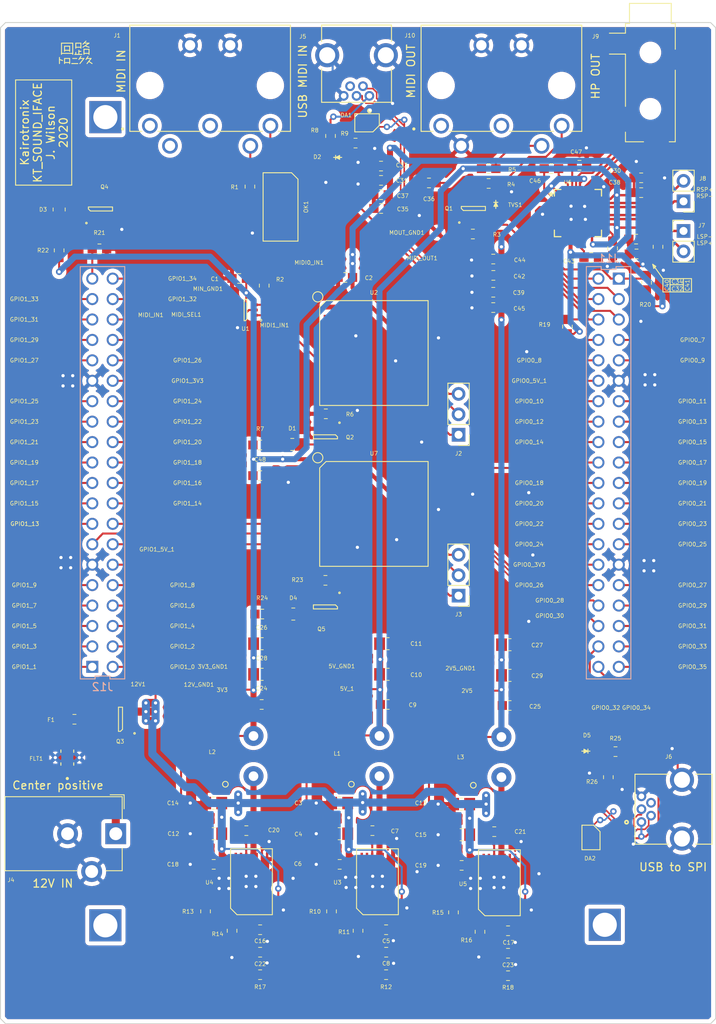
<source format=kicad_pcb>
(kicad_pcb (version 20171130) (host pcbnew "(5.1.5)-3")
  (layers (0 F.Cu signal) (31 B.Cu signal) (34 B.Paste user) (35 F.Paste user) (36 B.SilkS user) (37 F.SilkS user) (38 B.Mask user hide) (39 F.Mask user hide) (44 Edge.Cuts user))
  (net 0 "")
  (net 1 GND)
  (net 2 3V3)
  (net 3 12V)
  (net 4 "Net-(C5-Pad1)")
  (net 5 "Net-(C7-Pad2)")
  (net 6 "Net-(C7-Pad1)")
  (net 7 "Net-(C8-Pad1)")
  (net 8 5V)
  (net 9 "Net-(C16-Pad1)")
  (net 10 "Net-(C17-Pad1)")
  (net 11 "Net-(C20-Pad2)")
  (net 12 "Net-(C20-Pad1)")
  (net 13 "Net-(C21-Pad2)")
  (net 14 "Net-(C21-Pad1)")
  (net 15 "Net-(C22-Pad1)")
  (net 16 "Net-(C23-Pad1)")
  (net 17 2V5)
  (net 18 "Net-(C40-Pad1)")
  (net 19 "Net-(C43-Pad1)")
  (net 20 "Net-(C46-Pad2)")
  (net 21 "Net-(C46-Pad1)")
  (net 22 "Net-(C47-Pad1)")
  (net 23 "Net-(D1-Pad2)")
  (net 24 "Net-(D1-Pad1)")
  (net 25 "/USB <-> MIDI Interface/USB1_DET")
  (net 26 "Net-(D2-Pad1)")
  (net 27 "Net-(D3-Pad2)")
  (net 28 "Net-(D3-Pad1)")
  (net 29 "Net-(D4-Pad2)")
  (net 30 "Net-(D4-Pad1)")
  (net 31 "/USB <-> SPI/USB2_DET")
  (net 32 "Net-(D5-Pad1)")
  (net 33 "Net-(DA1-Pad3)")
  (net 34 "Net-(DA1-Pad4)")
  (net 35 /MIDI_USB_D_+)
  (net 36 "Net-(DA1-Pad5)")
  (net 37 /MIDI_USB_D_-)
  (net 38 USB_VBUS1)
  (net 39 "Net-(DA2-Pad3)")
  (net 40 "Net-(DA2-Pad4)")
  (net 41 /SPI_USB_D_+)
  (net 42 "Net-(DA2-Pad5)")
  (net 43 /SPI_USB_D_-)
  (net 44 USB_VBUS2)
  (net 45 "/Power Management/VIN_FUSED")
  (net 46 "/Power Management/VIN_FILT")
  (net 47 "/Power Management/V+IN_UFILT")
  (net 48 "Net-(J1-Pad3)")
  (net 49 "Net-(J1-Pad2)")
  (net 50 "Net-(J1-Pad1)")
  (net 51 "Net-(J1-Pad4)")
  (net 52 "Net-(J1-Pad5)")
  (net 53 "/USB <-> MIDI Interface/~RESET")
  (net 54 "/USB <-> MIDI Interface/SWD")
  (net 55 "/USB <-> MIDI Interface/SWCLK")
  (net 56 "/USB <-> SPI/~RESET")
  (net 57 "/USB <-> SPI/SWD")
  (net 58 "/USB <-> SPI/SWCLK")
  (net 59 "Net-(J5-Pad4)")
  (net 60 "Net-(J6-Pad4)")
  (net 61 /LLS-)
  (net 62 /LLS+)
  (net 63 /RLS-)
  (net 64 /RLS+)
  (net 65 "Net-(J10-Pad3)")
  (net 66 "Net-(J10-Pad1)")
  (net 67 "Net-(J10-Pad4)")
  (net 68 "Net-(J10-Pad5)")
  (net 69 "/FPGA Interface/MIDI_IN")
  (net 70 "/FPGA Interface/FPGA_HEARTBEAT")
  (net 71 "/FPGA Interface/MIDI_SEL")
  (net 72 "/FPGA Interface/MIDI_OUT")
  (net 73 "Net-(OK1-Pad1)")
  (net 74 /MIDI_IN0)
  (net 75 "Net-(Q1-Pad3)")
  (net 76 "Net-(Q2-Pad1)")
  (net 77 "Net-(Q5-Pad1)")
  (net 78 "Net-(R10-Pad2)")
  (net 79 "Net-(R12-Pad2)")
  (net 80 "Net-(R13-Pad2)")
  (net 81 "Net-(R15-Pad2)")
  (net 82 "Net-(R17-Pad2)")
  (net 83 "Net-(R18-Pad2)")
  (net 84 /MIDI_IN1)
  (net 85 "Net-(U2-Pad9)")
  (net 86 "Net-(U2-Pad8)")
  (net 87 "Net-(U2-Pad7)")
  (net 88 "Net-(U2-Pad5)")
  (net 89 "Net-(U2-Pad4)")
  (net 90 "Net-(U2-Pad3)")
  (net 91 "Net-(U2-Pad2)")
  (net 92 "Net-(U2-Pad19)")
  (net 93 "Net-(U2-Pad1)")
  (net 94 "Net-(U2-Pad20)")
  (net 95 /HPOUT_L)
  (net 96 /HPOUT_R)
  (net 97 /HEADPHONE_SENSE)
  (net 98 "Net-(U6-Pad15)")
  (net 99 "Net-(U6-Pad14)")
  (net 100 "Net-(U7-Pad5)")
  (net 101 "Net-(U7-Pad4)")
  (net 102 "Net-(U7-Pad19)")
  (net 103 "Net-(MNT1-Pad1)")
  (net 104 "Net-(MNT2-Pad1)")
  (net 105 "Net-(MNT3-Pad1)")
  (net 106 "/FPGA Interface/SPI0")
  (net 107 "/FPGA Interface/SPI2")
  (net 108 "/FPGA Interface/SPI1")
  (net 109 "/FPGA Interface/SPI3")
  (net 110 "/DAC + AMP/I2S0")
  (net 111 "/DAC + AMP/I2C1")
  (net 112 "/DAC + AMP/I2S1")
  (net 113 "/DAC + AMP/I2C0")
  (net 114 "/DAC + AMP/I2S2")
  (net 115 "/DAC + AMP/I2S3")
  (net 116 "Net-(GPIO0_7-Pad1)")
  (net 117 "Net-(GPIO0_8-Pad1)")
  (net 118 "Net-(GPIO0_9-Pad1)")
  (net 119 "Net-(GPIO0_10-Pad1)")
  (net 120 "Net-(GPIO0_11-Pad1)")
  (net 121 "Net-(GPIO0_12-Pad1)")
  (net 122 "Net-(GPIO0_13-Pad1)")
  (net 123 "Net-(GPIO0_14-Pad1)")
  (net 124 "Net-(GPIO0_15-Pad1)")
  (net 125 "Net-(GPIO0_17-Pad1)")
  (net 126 "Net-(GPIO0_18-Pad1)")
  (net 127 "Net-(GPIO0_19-Pad1)")
  (net 128 "Net-(GPIO0_20-Pad1)")
  (net 129 "Net-(GPIO0_21-Pad1)")
  (net 130 "Net-(GPIO0_22-Pad1)")
  (net 131 "Net-(GPIO0_23-Pad1)")
  (net 132 "Net-(GPIO0_24-Pad1)")
  (net 133 "Net-(GPIO0_25-Pad1)")
  (net 134 "Net-(GPIO0_26-Pad1)")
  (net 135 "Net-(GPIO0_27-Pad1)")
  (net 136 "Net-(GPIO0_28-Pad1)")
  (net 137 "Net-(GPIO0_29-Pad1)")
  (net 138 "Net-(GPIO0_30-Pad1)")
  (net 139 "Net-(GPIO0_31-Pad1)")
  (net 140 "Net-(GPIO0_32-Pad1)")
  (net 141 "Net-(GPIO0_33-Pad1)")
  (net 142 "Net-(GPIO0_34-Pad1)")
  (net 143 "Net-(GPIO0_35-Pad1)")
  (net 144 "Net-(GPIO0_3V3-Pad1)")
  (net 145 "Net-(GPIO0_5V_1-Pad1)")
  (net 146 "Net-(GPIO1_0-Pad1)")
  (net 147 "Net-(GPIO1_1-Pad1)")
  (net 148 "Net-(GPIO1_2-Pad1)")
  (net 149 "Net-(GPIO1_3-Pad1)")
  (net 150 "Net-(GPIO1_4-Pad1)")
  (net 151 "Net-(GPIO1_5-Pad1)")
  (net 152 "Net-(GPIO1_6-Pad1)")
  (net 153 "Net-(GPIO1_7-Pad1)")
  (net 154 "Net-(GPIO1_8-Pad1)")
  (net 155 "Net-(GPIO1_9-Pad1)")
  (net 156 "Net-(GPIO1_14-Pad1)")
  (net 157 "Net-(GPIO1_15-Pad1)")
  (net 158 "Net-(GPIO1_16-Pad1)")
  (net 159 "Net-(GPIO1_17-Pad1)")
  (net 160 "Net-(GPIO1_18-Pad1)")
  (net 161 "Net-(GPIO1_19-Pad1)")
  (net 162 "Net-(GPIO1_20-Pad1)")
  (net 163 "Net-(GPIO1_21-Pad1)")
  (net 164 "Net-(GPIO1_22-Pad1)")
  (net 165 "Net-(GPIO1_23-Pad1)")
  (net 166 "Net-(GPIO1_24-Pad1)")
  (net 167 "Net-(GPIO1_25-Pad1)")
  (net 168 "Net-(GPIO1_26-Pad1)")
  (net 169 "Net-(GPIO1_27-Pad1)")
  (net 170 "Net-(GPIO1_29-Pad1)")
  (net 171 "Net-(GPIO1_31-Pad1)")
  (net 172 "Net-(GPIO1_32-Pad1)")
  (net 173 "Net-(GPIO1_33-Pad1)")
  (net 174 "Net-(GPIO1_34-Pad1)")
  (net 175 "Net-(GPIO1_3V3-Pad1)")
  (net 176 "Net-(GPIO1_5V_1-Pad1)")
  (net 177 "Net-(U7-Pad9)")
  (net 178 "Net-(U7-Pad8)")
  (net 179 "Net-(U7-Pad7)")
  (net 180 "Net-(U7-Pad6)")
  (net 181 "Net-(GPIO1_13-Pad1)")
  (module fiducial:fiducial_2mm (layer F.Cu) (at 117.348 36.83)
    (fp_text reference REF**)
    (fp_text value fiducial_2mm)
    (pad 1 smd circle (at 0 0) (size 2 2) (layers F.Cu F.Paste F.Mask) (clearance 1) (thermal_gap 1))
  )
  (module fiducial:fiducial_2mm (layer F.Cu) (at 199.898 154.94)
    (fp_text reference REF**)
    (fp_text value fiducial_2mm)
    (pad 1 smd circle (at 0 0) (size 2 2) (layers F.Cu F.Paste F.Mask) (clearance 1) (thermal_gap 1))
  )
  (module fiducial:fiducial_2mm (layer F.Cu) (at 116.7765 155.1305)
    (fp_text reference REF**)
    (fp_text value fiducial_2mm)
    (pad 1 smd circle (at 0 0) (size 2 2) (layers F.Cu F.Paste F.Mask) (clearance 1) (thermal_gap 1))
  )
  (module conn:USB_MINIB_THT_TE_2172034-1 (layer F.Cu) (at 198.7135 131.36)
    (fp_text reference J6 (at -1.65152 -6.52996) (layer F.SilkS) (effects (font (size 0.5 0.5) (thickness 0.07))))
    (fp_text value USB_MINI_B)
    (fp_line (start -0.6 -4) (end 0.6 -4) (layer Edge.Cuts) (width 0.0001))
    (fp_line (start -0.6 -3.3) (end 0.6 -3.3) (layer Edge.Cuts) (width 0.0001))
    (fp_arc (start -0.6 -3.65) (end -0.95 -3.65) (angle 90) (layer Edge.Cuts) (width 0.0001))
    (fp_arc (start -0.6 -3.65) (end -0.6 -3.3) (angle 90) (layer Edge.Cuts) (width 0.0001))
    (fp_arc (start 0.6 -3.65) (end 0.95 -3.65) (angle 90) (layer Edge.Cuts) (width 0.0001))
    (fp_arc (start 0.6 -3.65) (end 0.6 -4) (angle 90) (layer Edge.Cuts) (width 0.0001))
    (pad SHIELD thru_hole circle (at 0 3.65) (size 3 3) (drill 2) (layers *.Cu *.Mask) (net 1 GND))
    (pad 3 thru_hole circle (at -5.05 0) (size 1.208 1.208) (drill 0.7) (layers *.Cu *.Mask) (net 41 /SPI_USB_D_+))
    (pad 5 thru_hole circle (at -5.05 -1.6) (size 1.208 1.208) (drill 0.7) (layers *.Cu *.Mask) (net 1 GND))
    (pad 2 thru_hole circle (at -3.85 0.8) (size 1.208 1.208) (drill 0.7) (layers *.Cu *.Mask) (net 43 /SPI_USB_D_-))
    (pad 4 thru_hole circle (at -3.85 -0.8) (size 1.208 1.208) (drill 0.7) (layers *.Cu *.Mask) (net 60 "Net-(J6-Pad4)"))
    (pad 1 thru_hole circle (at -5.05 1.6) (size 1.208 1.208) (drill 0.7) (layers *.Cu *.Mask) (net 44 USB_VBUS2))
    (pad SHIELD thru_hole circle (at 0 -3.65) (size 3 3) (drill 2) (layers *.Cu *.Mask) (net 1 GND))
  )
  (module test_point:TP_1mm (layer F.Cu) (at 120.0785 95.885)
    (fp_text reference GPIO1_13 (at -3.175 0) (layer F.SilkS) (effects (font (size 0.5 0.5) (thickness 0.08))))
    (fp_text value TP_SMALL)
    (pad 1 smd circle (at 0 0) (size 1 1) (layers F.Cu F.Paste F.Mask) (net 181 "Net-(GPIO1_13-Pad1)"))
  )
  (module test_point:TP_1mm (layer F.Cu) (at 168.275 59.69)
    (fp_text reference MOUT_GND1 (at -3.81 0) (layer F.SilkS) (effects (font (size 0.5 0.5) (thickness 0.07))))
    (fp_text value TP_SMALL)
    (pad 1 smd circle (at 0 0) (size 1 1) (layers F.Cu F.Paste F.Mask) (net 1 GND))
  )
  (module test_point:TP_1mm (layer F.Cu) (at 139.7 67.945)
    (fp_text reference MIN_GND1 (at 0 -1.27) (layer F.SilkS) (effects (font (size 0.5 0.5) (thickness 0.07))))
    (fp_text value TP_SMALL)
    (pad 1 smd circle (at 0 0) (size 1 1) (layers F.Cu F.Paste F.Mask) (net 1 GND))
  )
  (module test_point:TP_1mm (layer F.Cu) (at 137.0076 71.7804)
    (fp_text reference MIDI_SEL1 (at 0 -1.905) (layer F.SilkS) (effects (font (size 0.5 0.5) (thickness 0.07))))
    (fp_text value TP_SMALL)
    (pad 1 smd circle (at 0 0) (size 1 1) (layers F.Cu F.Paste F.Mask) (net 71 "/FPGA Interface/MIDI_SEL"))
  )
  (module test_point:TP_1mm (layer F.Cu) (at 132.588 71.8312)
    (fp_text reference MIDI_IN1 (at 0 -1.905) (layer F.SilkS) (effects (font (size 0.5 0.5) (thickness 0.07))))
    (fp_text value TP_SMALL)
    (pad 1 smd circle (at 0 0) (size 1 1) (layers F.Cu F.Paste F.Mask) (net 69 "/FPGA Interface/MIDI_IN"))
  )
  (module test_point:TP_1mm (layer F.Cu) (at 147.9804 73.1012)
    (fp_text reference MIDI1_IN1 (at 0 -1.905) (layer F.SilkS) (effects (font (size 0.5 0.5) (thickness 0.07))))
    (fp_text value TP_SMALL)
    (pad 1 smd circle (at 0 0) (size 1 1) (layers F.Cu F.Paste F.Mask) (net 84 /MIDI_IN1))
  )
  (module test_point:TP_1mm (layer F.Cu) (at 133.35 100.965)
    (fp_text reference GPIO1_5V_1 (at 0 -1.905) (layer F.SilkS) (effects (font (size 0.5 0.5) (thickness 0.07))))
    (fp_text value TP_SMALL)
    (pad 1 smd circle (at 0 0) (size 1 1) (layers F.Cu F.Paste F.Mask) (net 176 "Net-(GPIO1_5V_1-Pad1)"))
  )
  (module test_point:TP_1mm (layer F.Cu) (at 133.35 78.105)
    (fp_text reference GPIO1_3V3 (at 3.81 0) (layer F.SilkS) (effects (font (size 0.5 0.5) (thickness 0.07))))
    (fp_text value TP_SMALL)
    (pad 1 smd circle (at 0 0) (size 1 1) (layers F.Cu F.Paste F.Mask) (net 175 "Net-(GPIO1_3V3-Pad1)"))
  )
  (module test_point:TP_1mm (layer F.Cu) (at 133.35 65.405)
    (fp_text reference GPIO1_34 (at 3.175 0) (layer F.SilkS) (effects (font (size 0.5 0.5) (thickness 0.07))))
    (fp_text value TP_SMALL)
    (pad 1 smd circle (at 0 0) (size 1 1) (layers F.Cu F.Paste F.Mask) (net 174 "Net-(GPIO1_34-Pad1)"))
  )
  (module test_point:TP_1mm (layer F.Cu) (at 120.015 67.945)
    (fp_text reference GPIO1_33 (at -3.175 0) (layer F.SilkS) (effects (font (size 0.5 0.5) (thickness 0.07))))
    (fp_text value TP_SMALL)
    (pad 1 smd circle (at 0 0) (size 1 1) (layers F.Cu F.Paste F.Mask) (net 173 "Net-(GPIO1_33-Pad1)"))
  )
  (module test_point:TP_1mm (layer F.Cu) (at 133.35 67.945)
    (fp_text reference GPIO1_32 (at 3.175 0) (layer F.SilkS) (effects (font (size 0.5 0.5) (thickness 0.07))))
    (fp_text value TP_SMALL)
    (pad 1 smd circle (at 0 0) (size 1 1) (layers F.Cu F.Paste F.Mask) (net 172 "Net-(GPIO1_32-Pad1)"))
  )
  (module test_point:TP_1mm (layer F.Cu) (at 120.015 70.485)
    (fp_text reference GPIO1_31 (at -3.175 0) (layer F.SilkS) (effects (font (size 0.5 0.5) (thickness 0.07))))
    (fp_text value TP_SMALL)
    (pad 1 smd circle (at 0 0) (size 1 1) (layers F.Cu F.Paste F.Mask) (net 171 "Net-(GPIO1_31-Pad1)"))
  )
  (module test_point:TP_1mm (layer F.Cu) (at 120.015 73.025)
    (fp_text reference GPIO1_29 (at -3.175 0) (layer F.SilkS) (effects (font (size 0.5 0.5) (thickness 0.07))))
    (fp_text value TP_SMALL)
    (pad 1 smd circle (at 0 0) (size 1 1) (layers F.Cu F.Paste F.Mask) (net 170 "Net-(GPIO1_29-Pad1)"))
  )
  (module test_point:TP_1mm (layer F.Cu) (at 120.015 75.565)
    (fp_text reference GPIO1_27 (at -3.175 0) (layer F.SilkS) (effects (font (size 0.5 0.5) (thickness 0.07))))
    (fp_text value TP_SMALL)
    (pad 1 smd circle (at 0 0) (size 1 1) (layers F.Cu F.Paste F.Mask) (net 169 "Net-(GPIO1_27-Pad1)"))
  )
  (module test_point:TP_1mm (layer F.Cu) (at 133.35 75.565)
    (fp_text reference GPIO1_26 (at 3.81 0) (layer F.SilkS) (effects (font (size 0.5 0.5) (thickness 0.07))))
    (fp_text value TP_SMALL)
    (pad 1 smd circle (at 0 0) (size 1 1) (layers F.Cu F.Paste F.Mask) (net 168 "Net-(GPIO1_26-Pad1)"))
  )
  (module test_point:TP_1mm (layer F.Cu) (at 120.015 80.645)
    (fp_text reference GPIO1_25 (at -3.175 0) (layer F.SilkS) (effects (font (size 0.5 0.5) (thickness 0.07))))
    (fp_text value TP_SMALL)
    (pad 1 smd circle (at 0 0) (size 1 1) (layers F.Cu F.Paste F.Mask) (net 167 "Net-(GPIO1_25-Pad1)"))
  )
  (module test_point:TP_1mm (layer F.Cu) (at 133.35 80.645)
    (fp_text reference GPIO1_24 (at 3.81 0) (layer F.SilkS) (effects (font (size 0.5 0.5) (thickness 0.07))))
    (fp_text value TP_SMALL)
    (pad 1 smd circle (at 0 0) (size 1 1) (layers F.Cu F.Paste F.Mask) (net 166 "Net-(GPIO1_24-Pad1)"))
  )
  (module test_point:TP_1mm (layer F.Cu) (at 120.015 83.185)
    (fp_text reference GPIO1_23 (at -3.175 0) (layer F.SilkS) (effects (font (size 0.5 0.5) (thickness 0.07))))
    (fp_text value TP_SMALL)
    (pad 1 smd circle (at 0 0) (size 1 1) (layers F.Cu F.Paste F.Mask) (net 165 "Net-(GPIO1_23-Pad1)"))
  )
  (module test_point:TP_1mm (layer F.Cu) (at 133.35 83.185)
    (fp_text reference GPIO1_22 (at 3.81 0) (layer F.SilkS) (effects (font (size 0.5 0.5) (thickness 0.07))))
    (fp_text value TP_SMALL)
    (pad 1 smd circle (at 0 0) (size 1 1) (layers F.Cu F.Paste F.Mask) (net 164 "Net-(GPIO1_22-Pad1)"))
  )
  (module test_point:TP_1mm (layer F.Cu) (at 120.015 85.725)
    (fp_text reference GPIO1_21 (at -3.175 0) (layer F.SilkS) (effects (font (size 0.5 0.5) (thickness 0.07))))
    (fp_text value TP_SMALL)
    (pad 1 smd circle (at 0 0) (size 1 1) (layers F.Cu F.Paste F.Mask) (net 163 "Net-(GPIO1_21-Pad1)"))
  )
  (module test_point:TP_1mm (layer F.Cu) (at 133.35 85.725)
    (fp_text reference GPIO1_20 (at 3.81 0) (layer F.SilkS) (effects (font (size 0.5 0.5) (thickness 0.07))))
    (fp_text value TP_SMALL)
    (pad 1 smd circle (at 0 0) (size 1 1) (layers F.Cu F.Paste F.Mask) (net 162 "Net-(GPIO1_20-Pad1)"))
  )
  (module test_point:TP_1mm (layer F.Cu) (at 120.015 88.265)
    (fp_text reference GPIO1_19 (at -3.175 0) (layer F.SilkS) (effects (font (size 0.5 0.5) (thickness 0.07))))
    (fp_text value TP_SMALL)
    (pad 1 smd circle (at 0 0) (size 1 1) (layers F.Cu F.Paste F.Mask) (net 161 "Net-(GPIO1_19-Pad1)"))
  )
  (module test_point:TP_1mm (layer F.Cu) (at 133.35 88.265)
    (fp_text reference GPIO1_18 (at 3.81 0) (layer F.SilkS) (effects (font (size 0.5 0.5) (thickness 0.07))))
    (fp_text value TP_SMALL)
    (pad 1 smd circle (at 0 0) (size 1 1) (layers F.Cu F.Paste F.Mask) (net 160 "Net-(GPIO1_18-Pad1)"))
  )
  (module test_point:TP_1mm (layer F.Cu) (at 120.015 90.805)
    (fp_text reference GPIO1_17 (at -3.175 0) (layer F.SilkS) (effects (font (size 0.5 0.5) (thickness 0.07))))
    (fp_text value TP_SMALL)
    (pad 1 smd circle (at 0 0) (size 1 1) (layers F.Cu F.Paste F.Mask) (net 159 "Net-(GPIO1_17-Pad1)"))
  )
  (module test_point:TP_1mm (layer F.Cu) (at 133.35 90.805)
    (fp_text reference GPIO1_16 (at 3.81 0) (layer F.SilkS) (effects (font (size 0.5 0.5) (thickness 0.07))))
    (fp_text value TP_SMALL)
    (pad 1 smd circle (at 0 0) (size 1 1) (layers F.Cu F.Paste F.Mask) (net 158 "Net-(GPIO1_16-Pad1)"))
  )
  (module test_point:TP_1mm (layer F.Cu) (at 120.015 93.345)
    (fp_text reference GPIO1_15 (at -3.175 0) (layer F.SilkS) (effects (font (size 0.5 0.5) (thickness 0.07))))
    (fp_text value TP_SMALL)
    (pad 1 smd circle (at 0 0) (size 1 1) (layers F.Cu F.Paste F.Mask) (net 157 "Net-(GPIO1_15-Pad1)"))
  )
  (module test_point:TP_1mm (layer F.Cu) (at 133.35 93.345)
    (fp_text reference GPIO1_14 (at 3.81 0) (layer F.SilkS) (effects (font (size 0.5 0.5) (thickness 0.07))))
    (fp_text value TP_SMALL)
    (pad 1 smd circle (at 0 0) (size 1 1) (layers F.Cu F.Paste F.Mask) (net 156 "Net-(GPIO1_14-Pad1)"))
  )
  (module test_point:TP_1mm (layer F.Cu) (at 120.015 103.505)
    (fp_text reference GPIO1_9 (at -3.175 0) (layer F.SilkS) (effects (font (size 0.5 0.5) (thickness 0.07))))
    (fp_text value TP_SMALL)
    (pad 1 smd circle (at 0 0) (size 1 1) (layers F.Cu F.Paste F.Mask) (net 155 "Net-(GPIO1_9-Pad1)"))
  )
  (module test_point:TP_1mm (layer F.Cu) (at 133.35 103.505)
    (fp_text reference GPIO1_8 (at 3.175 0) (layer F.SilkS) (effects (font (size 0.5 0.5) (thickness 0.07))))
    (fp_text value TP_SMALL)
    (pad 1 smd circle (at 0 0) (size 1 1) (layers F.Cu F.Paste F.Mask) (net 154 "Net-(GPIO1_8-Pad1)"))
  )
  (module test_point:TP_1mm (layer F.Cu) (at 120.015 106.045)
    (fp_text reference GPIO1_7 (at -3.175 0) (layer F.SilkS) (effects (font (size 0.5 0.5) (thickness 0.07))))
    (fp_text value TP_SMALL)
    (pad 1 smd circle (at 0 0) (size 1 1) (layers F.Cu F.Paste F.Mask) (net 153 "Net-(GPIO1_7-Pad1)"))
  )
  (module test_point:TP_1mm (layer F.Cu) (at 133.35 106.045)
    (fp_text reference GPIO1_6 (at 3.175 0) (layer F.SilkS) (effects (font (size 0.5 0.5) (thickness 0.07))))
    (fp_text value TP_SMALL)
    (pad 1 smd circle (at 0 0) (size 1 1) (layers F.Cu F.Paste F.Mask) (net 152 "Net-(GPIO1_6-Pad1)"))
  )
  (module test_point:TP_1mm (layer F.Cu) (at 120.015 108.585)
    (fp_text reference GPIO1_5 (at -3.175 0) (layer F.SilkS) (effects (font (size 0.5 0.5) (thickness 0.07))))
    (fp_text value TP_SMALL)
    (pad 1 smd circle (at 0 0) (size 1 1) (layers F.Cu F.Paste F.Mask) (net 151 "Net-(GPIO1_5-Pad1)"))
  )
  (module test_point:TP_1mm (layer F.Cu) (at 133.35 108.585)
    (fp_text reference GPIO1_4 (at 3.175 0) (layer F.SilkS) (effects (font (size 0.5 0.5) (thickness 0.07))))
    (fp_text value TP_SMALL)
    (pad 1 smd circle (at 0 0) (size 1 1) (layers F.Cu F.Paste F.Mask) (net 150 "Net-(GPIO1_4-Pad1)"))
  )
  (module test_point:TP_1mm (layer F.Cu) (at 120.015 111.125)
    (fp_text reference GPIO1_3 (at -3.175 0) (layer F.SilkS) (effects (font (size 0.5 0.5) (thickness 0.07))))
    (fp_text value TP_SMALL)
    (pad 1 smd circle (at 0 0) (size 1 1) (layers F.Cu F.Paste F.Mask) (net 149 "Net-(GPIO1_3-Pad1)"))
  )
  (module test_point:TP_1mm (layer F.Cu) (at 133.35 111.125)
    (fp_text reference GPIO1_2 (at 3.175 0) (layer F.SilkS) (effects (font (size 0.5 0.5) (thickness 0.07))))
    (fp_text value TP_SMALL)
    (pad 1 smd circle (at 0 0) (size 1 1) (layers F.Cu F.Paste F.Mask) (net 148 "Net-(GPIO1_2-Pad1)"))
  )
  (module test_point:TP_1mm (layer F.Cu) (at 120.015 113.665)
    (fp_text reference GPIO1_1 (at -3.175 0) (layer F.SilkS) (effects (font (size 0.5 0.5) (thickness 0.07))))
    (fp_text value TP_SMALL)
    (pad 1 smd circle (at 0 0) (size 1 1) (layers F.Cu F.Paste F.Mask) (net 147 "Net-(GPIO1_1-Pad1)"))
  )
  (module test_point:TP_1mm (layer F.Cu) (at 133.35 113.665)
    (fp_text reference GPIO1_0 (at 3.175 0) (layer F.SilkS) (effects (font (size 0.5 0.5) (thickness 0.07))))
    (fp_text value TP_SMALL)
    (pad 1 smd circle (at 0 0) (size 1 1) (layers F.Cu F.Paste F.Mask) (net 146 "Net-(GPIO1_0-Pad1)"))
  )
  (module test_point:TP_1mm (layer F.Cu) (at 182.88 78.105)
    (fp_text reference GPIO0_5V_1 (at -3.175 0) (layer F.SilkS) (effects (font (size 0.5 0.5) (thickness 0.07))))
    (fp_text value TP_SMALL)
    (pad 1 smd circle (at 0 0) (size 1 1) (layers F.Cu F.Paste F.Mask) (net 145 "Net-(GPIO0_5V_1-Pad1)"))
  )
  (module test_point:TP_1mm (layer F.Cu) (at 182.88 100.965)
    (fp_text reference GPIO0_3V3 (at -3.175 0) (layer F.SilkS) (effects (font (size 0.5 0.5) (thickness 0.07))))
    (fp_text value TP_SMALL)
    (pad 1 smd circle (at 0 0) (size 1 1) (layers F.Cu F.Paste F.Mask) (net 144 "Net-(GPIO0_3V3-Pad1)"))
  )
  (module test_point:TP_1mm (layer F.Cu) (at 196.85 113.665)
    (fp_text reference GPIO0_35 (at 3.175 0) (layer F.SilkS) (effects (font (size 0.5 0.5) (thickness 0.07))))
    (fp_text value TP_SMALL)
    (pad 1 smd circle (at 0 0) (size 1 1) (layers F.Cu F.Paste F.Mask) (net 143 "Net-(GPIO0_35-Pad1)"))
  )
  (module test_point:TP_1mm (layer F.Cu) (at 191.77 117.475)
    (fp_text reference GPIO0_34 (at 1.27 1.27) (layer F.SilkS) (effects (font (size 0.5 0.5) (thickness 0.07))))
    (fp_text value TP_SMALL)
    (pad 1 smd circle (at 0 0) (size 1 1) (layers F.Cu F.Paste F.Mask) (net 142 "Net-(GPIO0_34-Pad1)"))
  )
  (module test_point:TP_1mm (layer F.Cu) (at 196.85 111.125)
    (fp_text reference GPIO0_33 (at 3.175 0) (layer F.SilkS) (effects (font (size 0.5 0.5) (thickness 0.07))))
    (fp_text value TP_SMALL)
    (pad 1 smd circle (at 0 0) (size 1 1) (layers F.Cu F.Paste F.Mask) (net 141 "Net-(GPIO0_33-Pad1)"))
  )
  (module test_point:TP_1mm (layer F.Cu) (at 189.23 117.475)
    (fp_text reference GPIO0_32 (at 0 1.27) (layer F.SilkS) (effects (font (size 0.5 0.5) (thickness 0.07))))
    (fp_text value TP_SMALL)
    (pad 1 smd circle (at 0 0) (size 1 1) (layers F.Cu F.Paste F.Mask) (net 140 "Net-(GPIO0_32-Pad1)"))
  )
  (module test_point:TP_1mm (layer F.Cu) (at 196.85 108.585)
    (fp_text reference GPIO0_31 (at 3.175 0) (layer F.SilkS) (effects (font (size 0.5 0.5) (thickness 0.07))))
    (fp_text value TP_SMALL)
    (pad 1 smd circle (at 0 0) (size 1 1) (layers F.Cu F.Paste F.Mask) (net 139 "Net-(GPIO0_31-Pad1)"))
  )
  (module test_point:TP_1mm (layer F.Cu) (at 185.42 107.315)
    (fp_text reference GPIO0_30 (at -3.175 0) (layer F.SilkS) (effects (font (size 0.5 0.5) (thickness 0.07))))
    (fp_text value TP_SMALL)
    (pad 1 smd circle (at 0 0) (size 1 1) (layers F.Cu F.Paste F.Mask) (net 138 "Net-(GPIO0_30-Pad1)"))
  )
  (module test_point:TP_1mm (layer F.Cu) (at 196.85 106.045)
    (fp_text reference GPIO0_29 (at 3.175 0) (layer F.SilkS) (effects (font (size 0.5 0.5) (thickness 0.07))))
    (fp_text value TP_SMALL)
    (pad 1 smd circle (at 0 0) (size 1 1) (layers F.Cu F.Paste F.Mask) (net 137 "Net-(GPIO0_29-Pad1)"))
  )
  (module test_point:TP_1mm (layer F.Cu) (at 185.42 105.41)
    (fp_text reference GPIO0_28 (at -3.175 0) (layer F.SilkS) (effects (font (size 0.5 0.5) (thickness 0.07))))
    (fp_text value TP_SMALL)
    (pad 1 smd circle (at 0 0) (size 1 1) (layers F.Cu F.Paste F.Mask) (net 136 "Net-(GPIO0_28-Pad1)"))
  )
  (module test_point:TP_1mm (layer F.Cu) (at 196.85 103.505)
    (fp_text reference GPIO0_27 (at 3.175 0) (layer F.SilkS) (effects (font (size 0.5 0.5) (thickness 0.07))))
    (fp_text value TP_SMALL)
    (pad 1 smd circle (at 0 0) (size 1 1) (layers F.Cu F.Paste F.Mask) (net 135 "Net-(GPIO0_27-Pad1)"))
  )
  (module test_point:TP_1mm (layer F.Cu) (at 182.88 103.505)
    (fp_text reference GPIO0_26 (at -3.175 0) (layer F.SilkS) (effects (font (size 0.5 0.5) (thickness 0.07))))
    (fp_text value TP_SMALL)
    (pad 1 smd circle (at 0 0) (size 1 1) (layers F.Cu F.Paste F.Mask) (net 134 "Net-(GPIO0_26-Pad1)"))
  )
  (module test_point:TP_1mm (layer F.Cu) (at 196.85 98.425)
    (fp_text reference GPIO0_25 (at 3.175 0) (layer F.SilkS) (effects (font (size 0.5 0.5) (thickness 0.07))))
    (fp_text value TP_SMALL)
    (pad 1 smd circle (at 0 0) (size 1 1) (layers F.Cu F.Paste F.Mask) (net 133 "Net-(GPIO0_25-Pad1)"))
  )
  (module test_point:TP_1mm (layer F.Cu) (at 182.88 98.425)
    (fp_text reference GPIO0_24 (at -3.175 0) (layer F.SilkS) (effects (font (size 0.5 0.5) (thickness 0.07))))
    (fp_text value TP_SMALL)
    (pad 1 smd circle (at 0 0) (size 1 1) (layers F.Cu F.Paste F.Mask) (net 132 "Net-(GPIO0_24-Pad1)"))
  )
  (module test_point:TP_1mm (layer F.Cu) (at 196.85 95.885)
    (fp_text reference GPIO0_23 (at 3.175 0) (layer F.SilkS) (effects (font (size 0.5 0.5) (thickness 0.07))))
    (fp_text value TP_SMALL)
    (pad 1 smd circle (at 0 0) (size 1 1) (layers F.Cu F.Paste F.Mask) (net 131 "Net-(GPIO0_23-Pad1)"))
  )
  (module test_point:TP_1mm (layer F.Cu) (at 182.88 95.885)
    (fp_text reference GPIO0_22 (at -3.175 0) (layer F.SilkS) (effects (font (size 0.5 0.5) (thickness 0.07))))
    (fp_text value TP_SMALL)
    (pad 1 smd circle (at 0 0) (size 1 1) (layers F.Cu F.Paste F.Mask) (net 130 "Net-(GPIO0_22-Pad1)"))
  )
  (module test_point:TP_1mm (layer F.Cu) (at 196.85 93.345)
    (fp_text reference GPIO0_21 (at 3.175 0) (layer F.SilkS) (effects (font (size 0.5 0.5) (thickness 0.07))))
    (fp_text value TP_SMALL)
    (pad 1 smd circle (at 0 0) (size 1 1) (layers F.Cu F.Paste F.Mask) (net 129 "Net-(GPIO0_21-Pad1)"))
  )
  (module test_point:TP_1mm (layer F.Cu) (at 182.88 93.345)
    (fp_text reference GPIO0_20 (at -3.175 0) (layer F.SilkS) (effects (font (size 0.5 0.5) (thickness 0.07))))
    (fp_text value TP_SMALL)
    (pad 1 smd circle (at 0 0) (size 1 1) (layers F.Cu F.Paste F.Mask) (net 128 "Net-(GPIO0_20-Pad1)"))
  )
  (module test_point:TP_1mm (layer F.Cu) (at 196.85 90.805)
    (fp_text reference GPIO0_19 (at 3.175 0) (layer F.SilkS) (effects (font (size 0.5 0.5) (thickness 0.07))))
    (fp_text value TP_SMALL)
    (pad 1 smd circle (at 0 0) (size 1 1) (layers F.Cu F.Paste F.Mask) (net 127 "Net-(GPIO0_19-Pad1)"))
  )
  (module test_point:TP_1mm (layer F.Cu) (at 182.88 90.805)
    (fp_text reference GPIO0_18 (at -3.175 0) (layer F.SilkS) (effects (font (size 0.5 0.5) (thickness 0.07))))
    (fp_text value TP_SMALL)
    (pad 1 smd circle (at 0 0) (size 1 1) (layers F.Cu F.Paste F.Mask) (net 126 "Net-(GPIO0_18-Pad1)"))
  )
  (module test_point:TP_1mm (layer F.Cu) (at 196.85 88.265)
    (fp_text reference GPIO0_17 (at 3.175 0) (layer F.SilkS) (effects (font (size 0.5 0.5) (thickness 0.07))))
    (fp_text value TP_SMALL)
    (pad 1 smd circle (at 0 0) (size 1 1) (layers F.Cu F.Paste F.Mask) (net 125 "Net-(GPIO0_17-Pad1)"))
  )
  (module test_point:TP_1mm (layer F.Cu) (at 196.85 85.725)
    (fp_text reference GPIO0_15 (at 3.175 0) (layer F.SilkS) (effects (font (size 0.5 0.5) (thickness 0.07))))
    (fp_text value TP_SMALL)
    (pad 1 smd circle (at 0 0) (size 1 1) (layers F.Cu F.Paste F.Mask) (net 124 "Net-(GPIO0_15-Pad1)"))
  )
  (module test_point:TP_1mm (layer F.Cu) (at 182.88 85.725)
    (fp_text reference GPIO0_14 (at -3.175 0) (layer F.SilkS) (effects (font (size 0.5 0.5) (thickness 0.07))))
    (fp_text value TP_SMALL)
    (pad 1 smd circle (at 0 0) (size 1 1) (layers F.Cu F.Paste F.Mask) (net 123 "Net-(GPIO0_14-Pad1)"))
  )
  (module test_point:TP_1mm (layer F.Cu) (at 196.85 83.185)
    (fp_text reference GPIO0_13 (at 3.175 0) (layer F.SilkS) (effects (font (size 0.5 0.5) (thickness 0.07))))
    (fp_text value TP_SMALL)
    (pad 1 smd circle (at 0 0) (size 1 1) (layers F.Cu F.Paste F.Mask) (net 122 "Net-(GPIO0_13-Pad1)"))
  )
  (module test_point:TP_1mm (layer F.Cu) (at 182.88 83.185)
    (fp_text reference GPIO0_12 (at -3.175 0) (layer F.SilkS) (effects (font (size 0.5 0.5) (thickness 0.07))))
    (fp_text value TP_SMALL)
    (pad 1 smd circle (at 0 0) (size 1 1) (layers F.Cu F.Paste F.Mask) (net 121 "Net-(GPIO0_12-Pad1)"))
  )
  (module test_point:TP_1mm (layer F.Cu) (at 196.85 80.645)
    (fp_text reference GPIO0_11 (at 3.175 0) (layer F.SilkS) (effects (font (size 0.5 0.5) (thickness 0.07))))
    (fp_text value TP_SMALL)
    (pad 1 smd circle (at 0 0) (size 1 1) (layers F.Cu F.Paste F.Mask) (net 120 "Net-(GPIO0_11-Pad1)"))
  )
  (module test_point:TP_1mm (layer F.Cu) (at 182.88 80.645)
    (fp_text reference GPIO0_10 (at -3.175 0) (layer F.SilkS) (effects (font (size 0.5 0.5) (thickness 0.07))))
    (fp_text value TP_SMALL)
    (pad 1 smd circle (at 0 0) (size 1 1) (layers F.Cu F.Paste F.Mask) (net 119 "Net-(GPIO0_10-Pad1)"))
  )
  (module test_point:TP_1mm (layer F.Cu) (at 196.85 75.565)
    (fp_text reference GPIO0_9 (at 3.175 0) (layer F.SilkS) (effects (font (size 0.5 0.5) (thickness 0.07))))
    (fp_text value TP_SMALL)
    (pad 1 smd circle (at 0 0) (size 1 1) (layers F.Cu F.Paste F.Mask) (net 118 "Net-(GPIO0_9-Pad1)"))
  )
  (module test_point:TP_1mm (layer F.Cu) (at 182.88 75.565)
    (fp_text reference GPIO0_8 (at -3.175 0) (layer F.SilkS) (effects (font (size 0.5 0.5) (thickness 0.07))))
    (fp_text value TP_SMALL)
    (pad 1 smd circle (at 0 0) (size 1 1) (layers F.Cu F.Paste F.Mask) (net 117 "Net-(GPIO0_8-Pad1)"))
  )
  (module test_point:TP_1mm (layer F.Cu) (at 196.85 73.025)
    (fp_text reference GPIO0_7 (at 3.175 0) (layer F.SilkS) (effects (font (size 0.5 0.5) (thickness 0.07))))
    (fp_text value TP_SMALL)
    (pad 1 smd circle (at 0 0) (size 1 1) (layers F.Cu F.Paste F.Mask) (net 116 "Net-(GPIO0_7-Pad1)"))
  )
  (module test_point:TP_1mm (layer F.Cu) (at 159.0692 113.5428)
    (fp_text reference 5V_GND1 (at -2.7068 0.046) (layer F.SilkS) (effects (font (size 0.5 0.5) (thickness 0.07))))
    (fp_text value TP_SMALL)
    (pad 1 smd circle (at 0 0) (size 1 1) (layers F.Cu F.Paste F.Mask) (net 1 GND))
  )
  (module test_point:TP_1mm (layer F.Cu) (at 159.0692 116.3828)
    (fp_text reference 5V_1 (at -2.0464 0) (layer F.SilkS) (effects (font (size 0.5 0.5) (thickness 0.07))))
    (fp_text value TP_SMALL)
    (pad 1 smd circle (at 0 0) (size 1 1) (layers F.Cu F.Paste F.Mask) (net 8 5V))
  )
  (module test_point:TP_1mm (layer F.Cu) (at 143.164 113.6952)
    (fp_text reference 3V3_GND1 (at -2.8544 -0.0556) (layer F.SilkS) (effects (font (size 0.5 0.5) (thickness 0.07))))
    (fp_text value TP_SMALL)
    (pad 1 smd circle (at 0 0) (size 1 1) (layers F.Cu F.Paste F.Mask) (net 1 GND))
  )
  (module test_point:TP_1mm (layer F.Cu) (at 143.164 116.5352)
    (fp_text reference 3V3 (at -1.686 0) (layer F.SilkS) (effects (font (size 0.5 0.5) (thickness 0.07))))
    (fp_text value TP_SMALL)
    (pad 1 smd circle (at 0 0) (size 1 1) (layers F.Cu F.Paste F.Mask) (net 2 3V3))
  )
  (module test_point:TP_1mm (layer F.Cu) (at 174.0964 113.7968)
    (fp_text reference 2V5_GND1 (at -2.9512 0.046) (layer F.SilkS) (effects (font (size 0.5 0.5) (thickness 0.07))))
    (fp_text value TP_SMALL)
    (pad 1 smd circle (at 0 0) (size 1 1) (layers F.Cu F.Paste F.Mask) (net 1 GND))
  )
  (module test_point:TP_1mm (layer F.Cu) (at 174.0964 116.6368)
    (fp_text reference 2V5 (at -2.1384 0) (layer F.SilkS) (effects (font (size 0.5 0.5) (thickness 0.07))))
    (fp_text value TP_SMALL)
    (pad 1 smd circle (at 0 0) (size 1 1) (layers F.Cu F.Paste F.Mask) (net 17 2V5))
  )
  (module test_point:TP_1mm (layer F.Cu) (at 135.636 115.9256)
    (fp_text reference 12V_GND1 (at 2.9464 -0.0508) (layer F.SilkS) (effects (font (size 0.5 0.5) (thickness 0.07))))
    (fp_text value TP_SMALL)
    (pad 1 smd circle (at 0 0) (size 1 1) (layers F.Cu F.Paste F.Mask) (net 1 GND))
  )
  (module test_point:TP_1mm (layer F.Cu) (at 133.1468 115.9256)
    (fp_text reference 12V1 (at -2.1336 -0.1016) (layer F.SilkS) (effects (font (size 0.5 0.5) (thickness 0.07))))
    (fp_text value TP_SMALL)
    (pad 1 smd circle (at 0 0) (size 1 1) (layers F.Cu F.Paste F.Mask) (net 3 12V))
  )
  (module test_point:TP_1mm (layer F.Cu) (at 169.4688 62.6364)
    (fp_text reference MIDI_OUT1 (at -3.0988 0.2286) (layer F.SilkS) (effects (font (size 0.5 0.5) (thickness 0.07))))
    (fp_text value TP_SMALL)
    (pad 1 smd circle (at 0 0) (size 1 1) (layers F.Cu F.Paste F.Mask) (net 72 "/FPGA Interface/MIDI_OUT"))
  )
  (module test_point:TP_1mm (layer F.Cu) (at 152.1705 65.32)
    (fp_text reference MIDI0_IN1 (at 0.127 -1.905) (layer F.SilkS) (effects (font (size 0.5 0.5) (thickness 0.07))))
    (fp_text value TP_SMALL)
    (pad 1 smd circle (at 0 0) (size 1 1) (layers F.Cu F.Paste F.Mask) (net 74 /MIDI_IN0))
  )
  (module emc_filter:FIL_NFE31PT222Z1E9L (layer F.Cu) (at 122.1985 124.9465 90)
    (fp_text reference FLT1 (at -0.127 -3.8735 180) (layer F.SilkS) (effects (font (size 0.5 0.5) (thickness 0.07))))
    (fp_text value "FILTER_LC(T)")
    (pad 1 smd rect (at -1.6 0 90) (size 1 1) (layers F.Cu F.Paste) (net 47 "/Power Management/V+IN_UFILT"))
    (pad 3 smd rect (at 1.6 0 90) (size 1 1) (layers F.Cu F.Paste) (net 46 "/Power Management/VIN_FILT"))
    (pad 2 smd rect (at 0 0 90) (size 0.6 2.6) (layers F.Cu) (net 1 GND))
    (pad 2 thru_hole circle (at 0 -1.5 90) (size 0.5 0.5) (drill 0.4) (layers *.Cu) (net 1 GND))
    (pad 2 thru_hole circle (at 0 1.5 90) (size 0.5 0.5) (drill 0.4) (layers *.Cu) (net 1 GND))
  )
  (module conn:DE10_GPIO_HEADER (layer B.Cu) (at 126.58 89.535 90)
    (fp_text reference J12 (at -26.63 0) (layer B.SilkS) (effects (justify mirror)))
    (fp_text value DE10-Nano_GPIO_MIRRORX)
    (pad 39 thru_hole circle (at 24.13 -1.27 90) (size 1.5 1.5) (drill 1.02) (layers *.Cu *.Mask) (net 70 "/FPGA Interface/FPGA_HEARTBEAT"))
    (pad 40 thru_hole circle (at 24.13 1.27 90) (size 1.5 1.5) (drill 1.02) (layers *.Cu *.Mask) (net 174 "Net-(GPIO1_34-Pad1)"))
    (pad 37 thru_hole circle (at 21.59 -1.27 90) (size 1.5 1.5) (drill 1.02) (layers *.Cu *.Mask) (net 173 "Net-(GPIO1_33-Pad1)"))
    (pad 38 thru_hole circle (at 21.59 1.27 90) (size 1.5 1.5) (drill 1.02) (layers *.Cu *.Mask) (net 172 "Net-(GPIO1_32-Pad1)"))
    (pad 35 thru_hole circle (at 19.05 -1.27 90) (size 1.5 1.5) (drill 1.02) (layers *.Cu *.Mask) (net 171 "Net-(GPIO1_31-Pad1)"))
    (pad 36 thru_hole circle (at 19.05 1.27 90) (size 1.5 1.5) (drill 1.02) (layers *.Cu *.Mask) (net 69 "/FPGA Interface/MIDI_IN"))
    (pad 33 thru_hole circle (at 16.51 -1.27 90) (size 1.5 1.5) (drill 1.02) (layers *.Cu *.Mask) (net 170 "Net-(GPIO1_29-Pad1)"))
    (pad 34 thru_hole circle (at 16.51 1.27 90) (size 1.5 1.5) (drill 1.02) (layers *.Cu *.Mask) (net 71 "/FPGA Interface/MIDI_SEL"))
    (pad 31 thru_hole circle (at 13.97 -1.27 90) (size 1.5 1.5) (drill 1.02) (layers *.Cu *.Mask) (net 169 "Net-(GPIO1_27-Pad1)"))
    (pad 32 thru_hole circle (at 13.97 1.27 90) (size 1.5 1.5) (drill 1.02) (layers *.Cu *.Mask) (net 168 "Net-(GPIO1_26-Pad1)"))
    (pad 29 thru_hole circle (at 11.43 -1.27 90) (size 1.5 1.5) (drill 1.02) (layers *.Cu *.Mask) (net 1 GND))
    (pad 30 thru_hole circle (at 11.43 1.27 90) (size 1.5 1.5) (drill 1.02) (layers *.Cu *.Mask) (net 175 "Net-(GPIO1_3V3-Pad1)"))
    (pad 27 thru_hole circle (at 8.89 -1.27 90) (size 1.5 1.5) (drill 1.02) (layers *.Cu *.Mask) (net 167 "Net-(GPIO1_25-Pad1)"))
    (pad 28 thru_hole circle (at 8.89 1.27 90) (size 1.5 1.5) (drill 1.02) (layers *.Cu *.Mask) (net 166 "Net-(GPIO1_24-Pad1)"))
    (pad 25 thru_hole circle (at 6.35 -1.27 90) (size 1.5 1.5) (drill 1.02) (layers *.Cu *.Mask) (net 165 "Net-(GPIO1_23-Pad1)"))
    (pad 26 thru_hole circle (at 6.35 1.27 90) (size 1.5 1.5) (drill 1.02) (layers *.Cu *.Mask) (net 164 "Net-(GPIO1_22-Pad1)"))
    (pad 23 thru_hole circle (at 3.81 -1.27 90) (size 1.5 1.5) (drill 1.02) (layers *.Cu *.Mask) (net 163 "Net-(GPIO1_21-Pad1)"))
    (pad 24 thru_hole circle (at 3.81 1.27 90) (size 1.5 1.5) (drill 1.02) (layers *.Cu *.Mask) (net 162 "Net-(GPIO1_20-Pad1)"))
    (pad 21 thru_hole circle (at 1.27 -1.27 90) (size 1.5 1.5) (drill 1.02) (layers *.Cu *.Mask) (net 161 "Net-(GPIO1_19-Pad1)"))
    (pad 22 thru_hole circle (at 1.27 1.27 90) (size 1.5 1.5) (drill 1.02) (layers *.Cu *.Mask) (net 160 "Net-(GPIO1_18-Pad1)"))
    (pad 19 thru_hole circle (at -1.27 -1.27 90) (size 1.5 1.5) (drill 1.02) (layers *.Cu *.Mask) (net 159 "Net-(GPIO1_17-Pad1)"))
    (pad 20 thru_hole circle (at -1.27 1.27 90) (size 1.5 1.5) (drill 1.02) (layers *.Cu *.Mask) (net 158 "Net-(GPIO1_16-Pad1)"))
    (pad 17 thru_hole circle (at -3.81 -1.27 90) (size 1.5 1.5) (drill 1.02) (layers *.Cu *.Mask) (net 157 "Net-(GPIO1_15-Pad1)"))
    (pad 18 thru_hole circle (at -3.81 1.27 90) (size 1.5 1.5) (drill 1.02) (layers *.Cu *.Mask) (net 156 "Net-(GPIO1_14-Pad1)"))
    (pad 15 thru_hole circle (at -6.35 -1.27 90) (size 1.5 1.5) (drill 1.02) (layers *.Cu *.Mask) (net 181 "Net-(GPIO1_13-Pad1)"))
    (pad 16 thru_hole circle (at -6.35 1.27 90) (size 1.5 1.5) (drill 1.02) (layers *.Cu *.Mask) (net 107 "/FPGA Interface/SPI2"))
    (pad 13 thru_hole circle (at -8.89 -1.27 90) (size 1.5 1.5) (drill 1.02) (layers *.Cu *.Mask) (net 108 "/FPGA Interface/SPI1"))
    (pad 14 thru_hole circle (at -8.89 1.27 90) (size 1.5 1.5) (drill 1.02) (layers *.Cu *.Mask) (net 109 "/FPGA Interface/SPI3"))
    (pad 11 thru_hole circle (at -11.43 -1.27 90) (size 1.5 1.5) (drill 1.02) (layers *.Cu *.Mask) (net 1 GND))
    (pad 12 thru_hole circle (at -11.43 1.27 90) (size 1.5 1.5) (drill 1.02) (layers *.Cu *.Mask) (net 176 "Net-(GPIO1_5V_1-Pad1)"))
    (pad 9 thru_hole circle (at -13.97 -1.27 90) (size 1.5 1.5) (drill 1.02) (layers *.Cu *.Mask) (net 155 "Net-(GPIO1_9-Pad1)"))
    (pad 10 thru_hole circle (at -13.97 1.27 90) (size 1.5 1.5) (drill 1.02) (layers *.Cu *.Mask) (net 154 "Net-(GPIO1_8-Pad1)"))
    (pad 7 thru_hole circle (at -16.51 -1.27 90) (size 1.5 1.5) (drill 1.02) (layers *.Cu *.Mask) (net 153 "Net-(GPIO1_7-Pad1)"))
    (pad 8 thru_hole circle (at -16.51 1.27 90) (size 1.5 1.5) (drill 1.02) (layers *.Cu *.Mask) (net 152 "Net-(GPIO1_6-Pad1)"))
    (pad 5 thru_hole circle (at -19.05 -1.27 90) (size 1.5 1.5) (drill 1.02) (layers *.Cu *.Mask) (net 151 "Net-(GPIO1_5-Pad1)"))
    (pad 6 thru_hole circle (at -19.05 1.27 90) (size 1.5 1.5) (drill 1.02) (layers *.Cu *.Mask) (net 150 "Net-(GPIO1_4-Pad1)"))
    (pad 3 thru_hole circle (at -21.59 -1.27 90) (size 1.5 1.5) (drill 1.02) (layers *.Cu *.Mask) (net 149 "Net-(GPIO1_3-Pad1)"))
    (pad 4 thru_hole circle (at -21.59 1.27 90) (size 1.5 1.5) (drill 1.02) (layers *.Cu *.Mask) (net 148 "Net-(GPIO1_2-Pad1)"))
    (pad 1 thru_hole rect (at -24.13 -1.27 90) (size 1.5 1.5) (drill 1.02) (layers *.Cu *.Mask) (net 147 "Net-(GPIO1_1-Pad1)"))
    (pad 2 thru_hole circle (at -24.13 1.27 90) (size 1.5 1.5) (drill 1.02) (layers *.Cu *.Mask) (net 146 "Net-(GPIO1_0-Pad1)"))
  )
  (module conn:DE10_GPIO_HEADER (layer B.Cu) (at 189.58 89.535 270)
    (fp_text reference J11 (at -26.63 0) (layer B.SilkS) (effects (justify mirror)))
    (fp_text value DE10-Nano_GPIO_MIRRORX)
    (pad 39 thru_hole circle (at 24.13 -1.27 270) (size 1.5 1.5) (drill 1.02) (layers *.Cu *.Mask) (net 143 "Net-(GPIO0_35-Pad1)"))
    (pad 40 thru_hole circle (at 24.13 1.27 270) (size 1.5 1.5) (drill 1.02) (layers *.Cu *.Mask) (net 142 "Net-(GPIO0_34-Pad1)"))
    (pad 37 thru_hole circle (at 21.59 -1.27 270) (size 1.5 1.5) (drill 1.02) (layers *.Cu *.Mask) (net 141 "Net-(GPIO0_33-Pad1)"))
    (pad 38 thru_hole circle (at 21.59 1.27 270) (size 1.5 1.5) (drill 1.02) (layers *.Cu *.Mask) (net 140 "Net-(GPIO0_32-Pad1)"))
    (pad 35 thru_hole circle (at 19.05 -1.27 270) (size 1.5 1.5) (drill 1.02) (layers *.Cu *.Mask) (net 139 "Net-(GPIO0_31-Pad1)"))
    (pad 36 thru_hole circle (at 19.05 1.27 270) (size 1.5 1.5) (drill 1.02) (layers *.Cu *.Mask) (net 138 "Net-(GPIO0_30-Pad1)"))
    (pad 33 thru_hole circle (at 16.51 -1.27 270) (size 1.5 1.5) (drill 1.02) (layers *.Cu *.Mask) (net 137 "Net-(GPIO0_29-Pad1)"))
    (pad 34 thru_hole circle (at 16.51 1.27 270) (size 1.5 1.5) (drill 1.02) (layers *.Cu *.Mask) (net 136 "Net-(GPIO0_28-Pad1)"))
    (pad 31 thru_hole circle (at 13.97 -1.27 270) (size 1.5 1.5) (drill 1.02) (layers *.Cu *.Mask) (net 135 "Net-(GPIO0_27-Pad1)"))
    (pad 32 thru_hole circle (at 13.97 1.27 270) (size 1.5 1.5) (drill 1.02) (layers *.Cu *.Mask) (net 134 "Net-(GPIO0_26-Pad1)"))
    (pad 29 thru_hole circle (at 11.43 -1.27 270) (size 1.5 1.5) (drill 1.02) (layers *.Cu *.Mask) (net 1 GND))
    (pad 30 thru_hole circle (at 11.43 1.27 270) (size 1.5 1.5) (drill 1.02) (layers *.Cu *.Mask) (net 144 "Net-(GPIO0_3V3-Pad1)"))
    (pad 27 thru_hole circle (at 8.89 -1.27 270) (size 1.5 1.5) (drill 1.02) (layers *.Cu *.Mask) (net 133 "Net-(GPIO0_25-Pad1)"))
    (pad 28 thru_hole circle (at 8.89 1.27 270) (size 1.5 1.5) (drill 1.02) (layers *.Cu *.Mask) (net 132 "Net-(GPIO0_24-Pad1)"))
    (pad 25 thru_hole circle (at 6.35 -1.27 270) (size 1.5 1.5) (drill 1.02) (layers *.Cu *.Mask) (net 131 "Net-(GPIO0_23-Pad1)"))
    (pad 26 thru_hole circle (at 6.35 1.27 270) (size 1.5 1.5) (drill 1.02) (layers *.Cu *.Mask) (net 130 "Net-(GPIO0_22-Pad1)"))
    (pad 23 thru_hole circle (at 3.81 -1.27 270) (size 1.5 1.5) (drill 1.02) (layers *.Cu *.Mask) (net 129 "Net-(GPIO0_21-Pad1)"))
    (pad 24 thru_hole circle (at 3.81 1.27 270) (size 1.5 1.5) (drill 1.02) (layers *.Cu *.Mask) (net 128 "Net-(GPIO0_20-Pad1)"))
    (pad 21 thru_hole circle (at 1.27 -1.27 270) (size 1.5 1.5) (drill 1.02) (layers *.Cu *.Mask) (net 127 "Net-(GPIO0_19-Pad1)"))
    (pad 22 thru_hole circle (at 1.27 1.27 270) (size 1.5 1.5) (drill 1.02) (layers *.Cu *.Mask) (net 126 "Net-(GPIO0_18-Pad1)"))
    (pad 19 thru_hole circle (at -1.27 -1.27 270) (size 1.5 1.5) (drill 1.02) (layers *.Cu *.Mask) (net 125 "Net-(GPIO0_17-Pad1)"))
    (pad 20 thru_hole circle (at -1.27 1.27 270) (size 1.5 1.5) (drill 1.02) (layers *.Cu *.Mask) (net 106 "/FPGA Interface/SPI0"))
    (pad 17 thru_hole circle (at -3.81 -1.27 270) (size 1.5 1.5) (drill 1.02) (layers *.Cu *.Mask) (net 124 "Net-(GPIO0_15-Pad1)"))
    (pad 18 thru_hole circle (at -3.81 1.27 270) (size 1.5 1.5) (drill 1.02) (layers *.Cu *.Mask) (net 123 "Net-(GPIO0_14-Pad1)"))
    (pad 15 thru_hole circle (at -6.35 -1.27 270) (size 1.5 1.5) (drill 1.02) (layers *.Cu *.Mask) (net 122 "Net-(GPIO0_13-Pad1)"))
    (pad 16 thru_hole circle (at -6.35 1.27 270) (size 1.5 1.5) (drill 1.02) (layers *.Cu *.Mask) (net 121 "Net-(GPIO0_12-Pad1)"))
    (pad 13 thru_hole circle (at -8.89 -1.27 270) (size 1.5 1.5) (drill 1.02) (layers *.Cu *.Mask) (net 120 "Net-(GPIO0_11-Pad1)"))
    (pad 14 thru_hole circle (at -8.89 1.27 270) (size 1.5 1.5) (drill 1.02) (layers *.Cu *.Mask) (net 119 "Net-(GPIO0_10-Pad1)"))
    (pad 11 thru_hole circle (at -11.43 -1.27 270) (size 1.5 1.5) (drill 1.02) (layers *.Cu *.Mask) (net 1 GND))
    (pad 12 thru_hole circle (at -11.43 1.27 270) (size 1.5 1.5) (drill 1.02) (layers *.Cu *.Mask) (net 145 "Net-(GPIO0_5V_1-Pad1)"))
    (pad 9 thru_hole circle (at -13.97 -1.27 270) (size 1.5 1.5) (drill 1.02) (layers *.Cu *.Mask) (net 118 "Net-(GPIO0_9-Pad1)"))
    (pad 10 thru_hole circle (at -13.97 1.27 270) (size 1.5 1.5) (drill 1.02) (layers *.Cu *.Mask) (net 117 "Net-(GPIO0_8-Pad1)"))
    (pad 7 thru_hole circle (at -16.51 -1.27 270) (size 1.5 1.5) (drill 1.02) (layers *.Cu *.Mask) (net 116 "Net-(GPIO0_7-Pad1)"))
    (pad 8 thru_hole circle (at -16.51 1.27 270) (size 1.5 1.5) (drill 1.02) (layers *.Cu *.Mask) (net 72 "/FPGA Interface/MIDI_OUT"))
    (pad 5 thru_hole circle (at -19.05 -1.27 270) (size 1.5 1.5) (drill 1.02) (layers *.Cu *.Mask) (net 115 "/DAC + AMP/I2S3"))
    (pad 6 thru_hole circle (at -19.05 1.27 270) (size 1.5 1.5) (drill 1.02) (layers *.Cu *.Mask) (net 111 "/DAC + AMP/I2C1"))
    (pad 3 thru_hole circle (at -21.59 -1.27 270) (size 1.5 1.5) (drill 1.02) (layers *.Cu *.Mask) (net 112 "/DAC + AMP/I2S1"))
    (pad 4 thru_hole circle (at -21.59 1.27 270) (size 1.5 1.5) (drill 1.02) (layers *.Cu *.Mask) (net 114 "/DAC + AMP/I2S2"))
    (pad 1 thru_hole rect (at -24.13 -1.27 270) (size 1.5 1.5) (drill 1.02) (layers *.Cu *.Mask) (net 113 "/DAC + AMP/I2C0"))
    (pad 2 thru_hole circle (at -24.13 1.27 270) (size 1.5 1.5) (drill 1.02) (layers *.Cu *.Mask) (net 110 "/DAC + AMP/I2S0"))
  )
  (module conn:DIN-5-CUI (layer F.Cu) (at 139.9785 46.397 180)
    (fp_text reference J1 (at 11.5815 11.218) (layer F.SilkS) (effects (font (size 0.5 0.5) (thickness 0.07))))
    (fp_text value DIN5)
    (pad 3 thru_hole circle (at 0 0 180) (size 1.95 1.95) (drill 1.3) (layers *.Cu *.Mask) (net 48 "Net-(J1-Pad3)"))
    (pad 2 thru_hole circle (at 5 -2.5 180) (size 1.95 1.95) (drill 1.3) (layers *.Cu *.Mask) (net 49 "Net-(J1-Pad2)"))
    (pad 1 thru_hole circle (at 7.5 0 180) (size 1.95 1.95) (drill 1.3) (layers *.Cu *.Mask) (net 50 "Net-(J1-Pad1)"))
    (pad 4 thru_hole circle (at -5 -2.5 180) (size 1.95 1.95) (drill 1.3) (layers *.Cu *.Mask) (net 51 "Net-(J1-Pad4)"))
    (pad 5 thru_hole circle (at -7.5 0 180) (size 1.95 1.95) (drill 1.3) (layers *.Cu *.Mask) (net 52 "Net-(J1-Pad5)"))
    (pad S thru_hole circle (at -2.5 10 180) (size 1.95 1.95) (drill 1.3) (layers *.Cu *.Mask) (net 1 GND))
    (pad S thru_hole circle (at 2.5 10 180) (size 1.95 1.95) (drill 1.3) (layers *.Cu *.Mask) (net 1 GND))
    (pad None np_thru_hole circle (at -7.5 5 180) (size 2.4 2.4) (drill 2.4) (layers *.Cu *.Mask))
    (pad None np_thru_hole circle (at 7.5 5 180) (size 2.4 2.4) (drill 2.4) (layers *.Cu *.Mask))
  )
  (module cap_smt:CAP_0603 (layer F.Cu) (at 146.2015 146.346)
    (fp_text reference C16 (at 0 1.397) (layer F.SilkS) (effects (font (size 0.5 0.5) (thickness 0.07))))
    (fp_text value 3300pF)
    (pad 2 smd rect (at 0.9 0) (size 1.15 1.1) (layers F.Cu F.Paste F.Mask) (net 1 GND))
    (pad 1 smd rect (at -0.9 0) (size 1.15 1.1) (layers F.Cu F.Paste F.Mask) (net 9 "Net-(C16-Pad1)"))
  )
  (module res_smt:RES_0603 (layer F.Cu) (at 146.2015 151.934)
    (fp_text reference R17 (at 0 1.524) (layer F.SilkS) (effects (font (size 0.5 0.5) (thickness 0.07))))
    (fp_text value 100kOhm)
    (pad 2 smd rect (at 0.9 0) (size 1.15 1.1) (layers F.Cu F.Paste F.Mask) (net 82 "Net-(R17-Pad2)"))
    (pad 1 smd rect (at -0.9 0) (size 1.15 1.1) (layers F.Cu F.Paste F.Mask) (net 15 "Net-(C22-Pad1)"))
  )
  (module res_smt:RES_0603 (layer F.Cu) (at 142.709 146.473 270)
    (fp_text reference R14 (at 0.4025 1.8025 180) (layer F.SilkS) (effects (font (size 0.5 0.5) (thickness 0.07))))
    (fp_text value 22.1kOhm)
    (pad 2 smd rect (at 0.9 0 270) (size 1.15 1.1) (layers F.Cu F.Paste F.Mask) (net 1 GND))
    (pad 1 smd rect (at -0.9 0 270) (size 1.15 1.1) (layers F.Cu F.Paste F.Mask) (net 80 "Net-(R13-Pad2)"))
  )
  (module res_smt:RES_0603 (layer F.Cu) (at 139.407 144.06 270)
    (fp_text reference R13 (at 0.0215 2.1835 180) (layer F.SilkS) (effects (font (size 0.5 0.5) (thickness 0.07))))
    (fp_text value 73.2kOhm)
    (pad 2 smd rect (at 0.9 0 270) (size 1.15 1.1) (layers F.Cu F.Paste F.Mask) (net 80 "Net-(R13-Pad2)"))
    (pad 1 smd rect (at -0.9 0 270) (size 1.15 1.1) (layers F.Cu F.Paste F.Mask) (net 2 3V3))
  )
  (module cap_smt:CAP_0805 (layer F.Cu) (at 140.423 134.408 180)
    (fp_text reference C12 (at 5.0165 0 180) (layer F.SilkS) (effects (font (size 0.5 0.5) (thickness 0.07))))
    (fp_text value 47uF)
    (pad 2 smd rect (at 1 0 180) (size 1.35 1.55) (layers F.Cu F.Paste F.Mask) (net 1 GND))
    (pad 1 smd rect (at -1 0 180) (size 1.35 1.55) (layers F.Cu F.Paste F.Mask) (net 3 12V))
  )
  (module cap_smt:CAP_0603 (layer F.Cu) (at 140.423 138.218 180)
    (fp_text reference C18 (at 5.08 0) (layer F.SilkS) (effects (font (size 0.5 0.5) (thickness 0.07))))
    (fp_text value 0.10uF)
    (pad 2 smd rect (at 0.9 0 180) (size 1.15 1.1) (layers F.Cu F.Paste F.Mask) (net 1 GND))
    (pad 1 smd rect (at -0.9 0 180) (size 1.15 1.1) (layers F.Cu F.Paste F.Mask) (net 3 12V))
  )
  (module cap_smt:CAP_0603 (layer F.Cu) (at 144.487 134.027)
    (fp_text reference C20 (at 3.429 -0.0635) (layer F.SilkS) (effects (font (size 0.5 0.5) (thickness 0.07))))
    (fp_text value 0.10uF)
    (pad 2 smd rect (at 0.9 0) (size 1.15 1.1) (layers F.Cu F.Paste F.Mask) (net 11 "Net-(C20-Pad2)"))
    (pad 1 smd rect (at -0.9 0) (size 1.15 1.1) (layers F.Cu F.Paste F.Mask) (net 12 "Net-(C20-Pad1)"))
  )
  (module cap_smt:CAP_0805 (layer F.Cu) (at 140.423 130.598 180)
    (fp_text reference C14 (at 5.08 0 180) (layer F.SilkS) (effects (font (size 0.5 0.5) (thickness 0.07))))
    (fp_text value 47uF)
    (pad 2 smd rect (at 1 0 180) (size 1.35 1.55) (layers F.Cu F.Paste F.Mask) (net 1 GND))
    (pad 1 smd rect (at -1 0 180) (size 1.35 1.55) (layers F.Cu F.Paste F.Mask) (net 3 12V))
  )
  (module cap_smt:CAP_0603 (layer F.Cu) (at 146.2015 149.14)
    (fp_text reference C22 (at 0 1.4605) (layer F.SilkS) (effects (font (size 0.5 0.5) (thickness 0.07))))
    (fp_text value 1.00uF)
    (pad 2 smd rect (at 0.9 0) (size 1.15 1.1) (layers F.Cu F.Paste F.Mask) (net 1 GND))
    (pad 1 smd rect (at -0.9 0) (size 1.15 1.1) (layers F.Cu F.Paste F.Mask) (net 15 "Net-(C22-Pad1)"))
  )
  (module cap_smt:CAP_0805 (layer F.Cu) (at 146.392 114.596)
    (fp_text reference C28 (at 0 -2) (layer F.SilkS) (effects (font (size 0.5 0.5) (thickness 0.07))))
    (fp_text value 47uF)
    (pad 2 smd rect (at 1 0) (size 1.35 1.55) (layers F.Cu F.Paste F.Mask) (net 1 GND))
    (pad 1 smd rect (at -1 0) (size 1.35 1.55) (layers F.Cu F.Paste F.Mask) (net 2 3V3))
  )
  (module cap_smt:CAP_0805 (layer F.Cu) (at 146.392 110.786)
    (fp_text reference C26 (at 0 -2) (layer F.SilkS) (effects (font (size 0.5 0.5) (thickness 0.07))))
    (fp_text value 47uF)
    (pad 2 smd rect (at 1 0) (size 1.35 1.55) (layers F.Cu F.Paste F.Mask) (net 1 GND))
    (pad 1 smd rect (at -1 0) (size 1.35 1.55) (layers F.Cu F.Paste F.Mask) (net 2 3V3))
  )
  (module cap_smt:CAP_0603 (layer F.Cu) (at 146.392 118.3425)
    (fp_text reference C24 (at 0 -2) (layer F.SilkS) (effects (font (size 0.5 0.5) (thickness 0.07))))
    (fp_text value 47pF)
    (pad 2 smd rect (at 0.9 0) (size 1.15 1.1) (layers F.Cu F.Paste F.Mask) (net 1 GND))
    (pad 1 smd rect (at -0.9 0) (size 1.15 1.1) (layers F.Cu F.Paste F.Mask) (net 2 3V3))
  )
  (module inductor_tht:L_Radial_THT_5mm (layer F.Cu) (at 145.376 124.756 90)
    (fp_text reference L2 (at 0.508 -5.1435 180) (layer F.SilkS) (effects (font (size 0.5 0.5) (thickness 0.07))))
    (fp_text value 2.2uH)
    (pad 2 thru_hole circle (at 2.5 0 90) (size 2.5 2.5) (drill 1.2) (layers *.Cu *.Mask) (net 2 3V3))
    (pad 1 thru_hole circle (at -2.5 0 90) (size 2.5 2.5) (drill 1.2) (layers *.Cu *.Mask) (net 11 "Net-(C20-Pad2)"))
  )
  (module cap_smt:CAP_0805 (layer F.Cu) (at 162.074 110.786)
    (fp_text reference C11 (at 3.5585 0) (layer F.SilkS) (effects (font (size 0.5 0.5) (thickness 0.07))))
    (fp_text value 47uF)
    (pad 2 smd rect (at 1 0) (size 1.35 1.55) (layers F.Cu F.Paste F.Mask) (net 1 GND))
    (pad 1 smd rect (at -1 0) (size 1.35 1.55) (layers F.Cu F.Paste F.Mask) (net 8 5V))
  )
  (module cap_smt:CAP_0603 (layer F.Cu) (at 175.348 134.154)
    (fp_text reference C21 (at 3.2385 0) (layer F.SilkS) (effects (font (size 0.5 0.5) (thickness 0.07))))
    (fp_text value 0.10uF)
    (pad 2 smd rect (at 0.9 0) (size 1.15 1.1) (layers F.Cu F.Paste F.Mask) (net 13 "Net-(C21-Pad2)"))
    (pad 1 smd rect (at -0.9 0) (size 1.15 1.1) (layers F.Cu F.Paste F.Mask) (net 14 "Net-(C21-Pad1)"))
  )
  (module mounting_holes:mnt_3mm_plated (layer F.Cu) (at 126.9365 45.33)
    (fp_text reference MNT3)
    (fp_text value 3mm_hole)
    (pad 1 thru_hole rect (at 0 0) (size 4 4) (drill 3) (layers *.Cu *.Mask) (net 105 "Net-(MNT3-Pad1)"))
  )
  (module mounting_holes:mnt_3mm_plated (layer F.Cu) (at 189.103 145.7325)
    (fp_text reference MNT2)
    (fp_text value 3mm_hole)
    (pad 1 thru_hole rect (at 0 0) (size 4 4) (drill 3) (layers *.Cu *.Mask) (net 104 "Net-(MNT2-Pad1)"))
  )
  (module mounting_holes:mnt_3mm_plated (layer F.Cu) (at 126.9365 145.796)
    (fp_text reference MNT1)
    (fp_text value 3mm_hole)
    (pad 1 thru_hole rect (at 0 0) (size 4 4) (drill 3) (layers *.Cu *.Mask) (net 103 "Net-(MNT1-Pad1)"))
  )
  (module package_qfn:WQFN-32 (layer F.Cu) (at 185.762 57.2555)
    (fp_text reference U6 (at -1.27 -3.81) (layer F.SilkS) (effects (font (size 0.5 0.5) (thickness 0.07))))
    (fp_text value LM49450)
    (fp_text user * (at -3.3401 -2) (layer F.SilkS))
    (fp_text user * (at -3.3401 -2) (layer F.SilkS))
    (fp_text user * (at -3.3401 -2) (layer F.SilkS))
    (pad 33 smd rect (at 0 0) (size 3.0988 3.0988) (layers F.Cu F.Paste F.Mask) (net 1 GND))
    (pad 32 smd rect (at -1.749999 -2.4003) (size 0.254 0.6096) (layers F.Cu F.Paste F.Mask) (net 17 2V5))
    (pad 31 smd rect (at -1.25 -2.4003) (size 0.254 0.6096) (layers F.Cu F.Paste F.Mask) (net 20 "Net-(C46-Pad2)"))
    (pad 30 smd rect (at -0.750001 -2.4003) (size 0.254 0.6096) (layers F.Cu F.Paste F.Mask) (net 22 "Net-(C47-Pad1)"))
    (pad 29 smd rect (at -0.25 -2.4003) (size 0.254 0.6096) (layers F.Cu F.Paste F.Mask) (net 95 /HPOUT_L))
    (pad 28 smd rect (at 0.25 -2.4003) (size 0.254 0.6096) (layers F.Cu F.Paste F.Mask) (net 17 2V5))
    (pad 27 smd rect (at 0.750001 -2.4003) (size 0.254 0.6096) (layers F.Cu F.Paste F.Mask) (net 96 /HPOUT_R))
    (pad 26 smd rect (at 1.25 -2.4003) (size 0.254 0.6096) (layers F.Cu F.Paste F.Mask) (net 97 /HEADPHONE_SENSE))
    (pad 25 smd rect (at 1.749999 -2.4003) (size 0.254 0.6096) (layers F.Cu F.Paste F.Mask) (net 1 GND))
    (pad 24 smd rect (at 2.4003 -1.749999 90) (size 0.254 0.6096) (layers F.Cu F.Paste F.Mask) (net 8 5V))
    (pad 23 smd rect (at 2.4003 -1.25 90) (size 0.254 0.6096) (layers F.Cu F.Paste F.Mask) (net 64 /RLS+))
    (pad 22 smd rect (at 2.4003 -0.750001 90) (size 0.254 0.6096) (layers F.Cu F.Paste F.Mask) (net 63 /RLS-))
    (pad 21 smd rect (at 2.4003 -0.25 90) (size 0.254 0.6096) (layers F.Cu F.Paste F.Mask) (net 1 GND))
    (pad 20 smd rect (at 2.4003 0.25 90) (size 0.254 0.6096) (layers F.Cu F.Paste F.Mask) (net 61 /LLS-))
    (pad 19 smd rect (at 2.4003 0.750001 90) (size 0.254 0.6096) (layers F.Cu F.Paste F.Mask) (net 62 /LLS+))
    (pad 18 smd rect (at 2.4003 1.25 90) (size 0.254 0.6096) (layers F.Cu F.Paste F.Mask) (net 8 5V))
    (pad 17 smd rect (at 2.4003 1.749999 90) (size 0.254 0.6096) (layers F.Cu F.Paste F.Mask) (net 18 "Net-(C40-Pad1)"))
    (pad 16 smd rect (at 1.749999 2.4003) (size 0.254 0.6096) (layers F.Cu F.Paste F.Mask) (net 8 5V))
    (pad 15 smd rect (at 1.25 2.4003) (size 0.254 0.6096) (layers F.Cu F.Paste F.Mask) (net 98 "Net-(U6-Pad15)"))
    (pad 14 smd rect (at 0.750001 2.4003) (size 0.254 0.6096) (layers F.Cu F.Paste F.Mask) (net 99 "Net-(U6-Pad14)"))
    (pad 13 smd rect (at 0.25 2.4003) (size 0.254 0.6096) (layers F.Cu F.Paste F.Mask) (net 19 "Net-(C43-Pad1)"))
    (pad 12 smd rect (at -0.25 2.4003) (size 0.254 0.6096) (layers F.Cu F.Paste F.Mask) (net 1 GND))
    (pad 11 smd rect (at -0.750001 2.4003) (size 0.254 0.6096) (layers F.Cu F.Paste F.Mask) (net 2 3V3))
    (pad 10 smd rect (at -1.25 2.4003) (size 0.254 0.6096) (layers F.Cu F.Paste F.Mask) (net 2 3V3))
    (pad 9 smd rect (at -1.749999 2.4003) (size 0.254 0.6096) (layers F.Cu F.Paste F.Mask) (net 113 "/DAC + AMP/I2C0"))
    (pad 8 smd rect (at -2.4003 1.749999 90) (size 0.254 0.6096) (layers F.Cu F.Paste F.Mask) (net 110 "/DAC + AMP/I2S0"))
    (pad 7 smd rect (at -2.4003 1.25 90) (size 0.254 0.6096) (layers F.Cu F.Paste F.Mask) (net 112 "/DAC + AMP/I2S1"))
    (pad 6 smd rect (at -2.4003 0.750001 90) (size 0.254 0.6096) (layers F.Cu F.Paste F.Mask) (net 114 "/DAC + AMP/I2S2"))
    (pad 5 smd rect (at -2.4003 0.25 90) (size 0.254 0.6096) (layers F.Cu F.Paste F.Mask) (net 115 "/DAC + AMP/I2S3"))
    (pad 4 smd rect (at -2.4003 -0.25 90) (size 0.254 0.6096) (layers F.Cu F.Paste F.Mask) (net 1 GND))
    (pad 3 smd rect (at -2.4003 -0.750001 90) (size 0.254 0.6096) (layers F.Cu F.Paste F.Mask) (net 111 "/DAC + AMP/I2C1"))
    (pad 2 smd rect (at -2.4003 -1.25 90) (size 0.254 0.6096) (layers F.Cu F.Paste F.Mask) (net 1 GND))
    (pad 1 smd rect (at -2.4003 -1.749999 90) (size 0.254 0.6096) (layers F.Cu F.Paste F.Mask) (net 21 "Net-(C46-Pad1)"))
  )
  (module diode_smd:SOD-523 (layer F.Cu) (at 175.5385 56.176 270)
    (fp_text reference TVS1 (at 0.0635 -2.413 180) (layer F.SilkS) (effects (font (size 0.5 0.5) (thickness 0.07))))
    (fp_text value TVS_GEN)
    (pad 2 smd rect (at 0.9 0 270) (size 0.48 0.4) (layers F.Cu F.Paste F.Mask) (net 1 GND))
    (pad 1 smd rect (at -0.9 0 270) (size 0.48 0.4) (layers F.Cu F.Paste F.Mask) (net 68 "Net-(J10-Pad5)"))
  )
  (module res_smt:RES_0603 (layer F.Cu) (at 189.5475 127.381 270)
    (fp_text reference R26 (at 0.5715 2.032 180) (layer F.SilkS) (effects (font (size 0.5 0.5) (thickness 0.07))))
    (fp_text value 47kOhm)
    (pad 2 smd rect (at 0.9 0 270) (size 1.15 1.1) (layers F.Cu F.Paste F.Mask) (net 1 GND))
    (pad 1 smd rect (at -0.9 0 270) (size 1.15 1.1) (layers F.Cu F.Paste F.Mask) (net 32 "Net-(D5-Pad1)"))
  )
  (module res_smt:RES_0603 (layer F.Cu) (at 190.4365 124.206 180)
    (fp_text reference R25 (at 0 1.651 180) (layer F.SilkS) (effects (font (size 0.5 0.5) (thickness 0.07))))
    (fp_text value 30.1kOhm)
    (pad 2 smd rect (at 0.9 0 180) (size 1.15 1.1) (layers F.Cu F.Paste F.Mask) (net 32 "Net-(D5-Pad1)"))
    (pad 1 smd rect (at -0.9 0 180) (size 1.15 1.1) (layers F.Cu F.Paste F.Mask) (net 44 USB_VBUS2))
  )
  (module res_smt:RES_0603 (layer F.Cu) (at 146.4555 107.103)
    (fp_text reference R24 (at 0 -2) (layer F.SilkS) (effects (font (size 0.5 0.5) (thickness 0.07))))
    (fp_text value 220Ohm)
    (pad 2 smd rect (at 0.9 0) (size 1.15 1.1) (layers F.Cu F.Paste F.Mask) (net 30 "Net-(D4-Pad1)"))
    (pad 1 smd rect (at -0.9 0) (size 1.15 1.1) (layers F.Cu F.Paste F.Mask) (net 2 3V3))
  )
  (module res_smt:RES_0603 (layer F.Cu) (at 154.3295 102.912 180)
    (fp_text reference R23 (at 3.4815 0.0635) (layer F.SilkS) (effects (font (size 0.5 0.5) (thickness 0.07))))
    (fp_text value 1.00MOhm)
    (pad 2 smd rect (at 0.9 0 180) (size 1.15 1.1) (layers F.Cu F.Paste F.Mask) (net 1 GND))
    (pad 1 smd rect (at -0.9 0 180) (size 1.15 1.1) (layers F.Cu F.Paste F.Mask) (net 77 "Net-(Q5-Pad1)"))
  )
  (module res_smt:RES_0603 (layer F.Cu) (at 121.1825 61.891 90)
    (fp_text reference R22 (at 0 -2 180) (layer F.SilkS) (effects (font (size 0.5 0.5) (thickness 0.07))))
    (fp_text value 220Ohm)
    (pad 2 smd rect (at 0.9 0 90) (size 1.15 1.1) (layers F.Cu F.Paste F.Mask) (net 28 "Net-(D3-Pad1)"))
    (pad 1 smd rect (at -0.9 0 90) (size 1.15 1.1) (layers F.Cu F.Paste F.Mask) (net 2 3V3))
  )
  (module res_smt:RES_0603 (layer F.Cu) (at 126.199 61.7005)
    (fp_text reference R21 (at 0 -2) (layer F.SilkS) (effects (font (size 0.5 0.5) (thickness 0.07))))
    (fp_text value 1.00MOhm)
    (pad 2 smd rect (at 0.9 0) (size 1.15 1.1) (layers F.Cu F.Paste F.Mask) (net 1 GND))
    (pad 1 smd rect (at -0.9 0) (size 1.15 1.1) (layers F.Cu F.Paste F.Mask) (net 70 "/FPGA Interface/FPGA_HEARTBEAT"))
  )
  (module res_smt:RES_0603 (layer F.Cu) (at 184.4548 71.374 90)
    (fp_text reference R19 (at 0.254 -2.8448 180) (layer F.SilkS) (effects (font (size 0.5 0.5) (thickness 0.07))))
    (fp_text value 10.0kOhm)
    (pad 2 smd rect (at 0.9 0 90) (size 1.15 1.1) (layers F.Cu F.Paste F.Mask) (net 111 "/DAC + AMP/I2C1"))
    (pad 1 smd rect (at -0.9 0 90) (size 1.15 1.1) (layers F.Cu F.Paste F.Mask) (net 2 3V3))
  )
  (module res_smt:RES_0603 (layer F.Cu) (at 194.31 65.913 90)
    (fp_text reference R20 (at -2.7178 -0.1524 180) (layer F.SilkS) (effects (font (size 0.5 0.5) (thickness 0.07))))
    (fp_text value 10.0kOhm)
    (pad 2 smd rect (at 0.9 0 90) (size 1.15 1.1) (layers F.Cu F.Paste F.Mask) (net 113 "/DAC + AMP/I2C0"))
    (pad 1 smd rect (at -0.9 0 90) (size 1.15 1.1) (layers F.Cu F.Paste F.Mask) (net 2 3V3))
  )
  (module res_smt:RES_0603 (layer F.Cu) (at 177.0625 152.061)
    (fp_text reference R18 (at 0 1.4605 180) (layer F.SilkS) (effects (font (size 0.5 0.5) (thickness 0.07))))
    (fp_text value 100kOhm)
    (pad 2 smd rect (at 0.9 0) (size 1.15 1.1) (layers F.Cu F.Paste F.Mask) (net 83 "Net-(R18-Pad2)"))
    (pad 1 smd rect (at -0.9 0) (size 1.15 1.1) (layers F.Cu F.Paste F.Mask) (net 16 "Net-(C23-Pad1)"))
  )
  (module res_smt:RES_0603 (layer F.Cu) (at 173.57 146.6 270)
    (fp_text reference R16 (at 1.0375 1.6755 180) (layer F.SilkS) (effects (font (size 0.5 0.5) (thickness 0.07))))
    (fp_text value 22.1kOhm)
    (pad 2 smd rect (at 0.9 0 270) (size 1.15 1.1) (layers F.Cu F.Paste F.Mask) (net 1 GND))
    (pad 1 smd rect (at -0.9 0 270) (size 1.15 1.1) (layers F.Cu F.Paste F.Mask) (net 81 "Net-(R15-Pad2)"))
  )
  (module res_smt:RES_0603 (layer F.Cu) (at 170.268 144.187 270)
    (fp_text reference R15 (at 0.0215 1.9295 180) (layer F.SilkS) (effects (font (size 0.5 0.5) (thickness 0.07))))
    (fp_text value 49.9kOhm)
    (pad 2 smd rect (at 0.9 0 270) (size 1.15 1.1) (layers F.Cu F.Paste F.Mask) (net 81 "Net-(R15-Pad2)"))
    (pad 1 smd rect (at -0.9 0 270) (size 1.15 1.1) (layers F.Cu F.Paste F.Mask) (net 17 2V5))
  )
  (module res_smt:RES_0603 (layer F.Cu) (at 161.8835 151.934)
    (fp_text reference R12 (at 0.0025 1.524) (layer F.SilkS) (effects (font (size 0.5 0.5) (thickness 0.07))))
    (fp_text value 100kOhm)
    (pad 2 smd rect (at 0.9 0) (size 1.15 1.1) (layers F.Cu F.Paste F.Mask) (net 79 "Net-(R12-Pad2)"))
    (pad 1 smd rect (at -0.9 0) (size 1.15 1.1) (layers F.Cu F.Paste F.Mask) (net 7 "Net-(C8-Pad1)"))
  )
  (module res_smt:RES_0603 (layer F.Cu) (at 158.391 146.473 270)
    (fp_text reference R11 (at 0.1485 1.7365 180) (layer F.SilkS) (effects (font (size 0.5 0.5) (thickness 0.07))))
    (fp_text value 22.1kOhm)
    (pad 2 smd rect (at 0.9 0 270) (size 1.15 1.1) (layers F.Cu F.Paste F.Mask) (net 1 GND))
    (pad 1 smd rect (at -0.9 0 270) (size 1.15 1.1) (layers F.Cu F.Paste F.Mask) (net 78 "Net-(R10-Pad2)"))
  )
  (module res_smt:RES_0603 (layer F.Cu) (at 155.089 144.06 270)
    (fp_text reference R10 (at 0.0215 2.054 180) (layer F.SilkS) (effects (font (size 0.5 0.5) (thickness 0.07))))
    (fp_text value 121kOhm)
    (pad 2 smd rect (at 0.9 0 270) (size 1.15 1.1) (layers F.Cu F.Paste F.Mask) (net 78 "Net-(R10-Pad2)"))
    (pad 1 smd rect (at -0.9 0 270) (size 1.15 1.1) (layers F.Cu F.Paste F.Mask) (net 8 5V))
  )
  (module res_smt:RES_0603 (layer F.Cu) (at 158.076 48.556)
    (fp_text reference R9 (at -1.358 -1.185) (layer F.SilkS) (effects (font (size 0.5 0.5) (thickness 0.07))))
    (fp_text value 47kOhm)
    (pad 2 smd rect (at 0.9 0) (size 1.15 1.1) (layers F.Cu F.Paste F.Mask) (net 1 GND))
    (pad 1 smd rect (at -0.9 0) (size 1.15 1.1) (layers F.Cu F.Paste F.Mask) (net 26 "Net-(D2-Pad1)"))
  )
  (module res_smt:RES_0603 (layer F.Cu) (at 154.9645 47.667 270)
    (fp_text reference R8 (at -0.6985 1.9685 180) (layer F.SilkS) (effects (font (size 0.5 0.5) (thickness 0.07))))
    (fp_text value 30.1kOhm)
    (pad 2 smd rect (at 0.9 0 270) (size 1.15 1.1) (layers F.Cu F.Paste F.Mask) (net 26 "Net-(D2-Pad1)"))
    (pad 1 smd rect (at -0.9 0 270) (size 1.15 1.1) (layers F.Cu F.Paste F.Mask) (net 38 USB_VBUS1))
  )
  (module res_smt:RES_0603 (layer F.Cu) (at 146.2015 86.0845)
    (fp_text reference R7 (at 0 -2) (layer F.SilkS) (effects (font (size 0.5 0.5) (thickness 0.07))))
    (fp_text value 220Ohm)
    (pad 2 smd rect (at 0.9 0) (size 1.15 1.1) (layers F.Cu F.Paste F.Mask) (net 24 "Net-(D1-Pad1)"))
    (pad 1 smd rect (at -0.9 0) (size 1.15 1.1) (layers F.Cu F.Paste F.Mask) (net 2 3V3))
  )
  (module res_smt:RES_0603 (layer F.Cu) (at 154.382 82.211 180)
    (fp_text reference R6 (at -2.9955 -0.0635) (layer F.SilkS) (effects (font (size 0.5 0.5) (thickness 0.07))))
    (fp_text value 1.00MOhm)
    (pad 2 smd rect (at 0.9 0 180) (size 1.15 1.1) (layers F.Cu F.Paste F.Mask) (net 1 GND))
    (pad 1 smd rect (at -0.9 0 180) (size 1.15 1.1) (layers F.Cu F.Paste F.Mask) (net 76 "Net-(Q2-Pad1)"))
  )
  (module res_smt:RES_0603 (layer F.Cu) (at 174.6495 51.731 180)
    (fp_text reference R5 (at -2.921 -0.127) (layer F.SilkS) (effects (font (size 0.5 0.5) (thickness 0.07))))
    (fp_text value 220Ohm)
    (pad 2 smd rect (at 0.9 0 180) (size 1.15 1.1) (layers F.Cu F.Paste F.Mask) (net 8 5V))
    (pad 1 smd rect (at -0.9 0 180) (size 1.15 1.1) (layers F.Cu F.Paste F.Mask) (net 67 "Net-(J10-Pad4)"))
  )
  (module res_smt:RES_0603 (layer F.Cu) (at 174.6495 53.5725 180)
    (fp_text reference R4 (at -2.794 -0.127) (layer F.SilkS) (effects (font (size 0.5 0.5) (thickness 0.07))))
    (fp_text value 220Ohm)
    (pad 2 smd rect (at 0.9 0 180) (size 1.15 1.1) (layers F.Cu F.Paste F.Mask) (net 75 "Net-(Q1-Pad3)"))
    (pad 1 smd rect (at -0.9 0 180) (size 1.15 1.1) (layers F.Cu F.Paste F.Mask) (net 68 "Net-(J10-Pad5)"))
  )
  (module res_smt:RES_0603 (layer F.Cu) (at 172.681 59.859)
    (fp_text reference R3 (at 2.9845 0.0635) (layer F.SilkS) (effects (font (size 0.5 0.5) (thickness 0.07))))
    (fp_text value 1.00MOhm)
    (pad 2 smd rect (at 0.9 0) (size 1.15 1.1) (layers F.Cu F.Paste F.Mask) (net 1 GND))
    (pad 1 smd rect (at -0.9 0) (size 1.15 1.1) (layers F.Cu F.Paste F.Mask) (net 72 "/FPGA Interface/MIDI_OUT"))
  )
  (module res_smt:RES_0603 (layer F.Cu) (at 146.7095 66.2725 270)
    (fp_text reference R2 (at -0.762 -1.9685 180) (layer F.SilkS) (effects (font (size 0.5 0.5) (thickness 0.07))))
    (fp_text value 10kOhm)
    (pad 2 smd rect (at 0.9 0 270) (size 1.15 1.1) (layers F.Cu F.Paste F.Mask) (net 74 /MIDI_IN0))
    (pad 1 smd rect (at -0.9 0 270) (size 1.15 1.1) (layers F.Cu F.Paste F.Mask) (net 2 3V3))
  )
  (module res_smt:RES_0603 (layer F.Cu) (at 144.9315 53.9645 270)
    (fp_text reference R1 (at 0.0635 1.905 180) (layer F.SilkS) (effects (font (size 0.5 0.5) (thickness 0.07))))
    (fp_text value 220Ohm)
    (pad 2 smd rect (at 0.9 0 270) (size 1.15 1.1) (layers F.Cu F.Paste F.Mask) (net 73 "Net-(OK1-Pad1)"))
    (pad 1 smd rect (at -0.9 0 270) (size 1.15 1.1) (layers F.Cu F.Paste F.Mask) (net 51 "Net-(J1-Pad4)"))
  )
  (module transistor_smt:SOT23 (layer F.Cu) (at 154.3295 106.214 180)
    (fp_text reference Q5 (at 0.5 -2.75) (layer F.SilkS) (effects (font (size 0.5 0.5) (thickness 0.07))))
    (fp_text value NCH_3TERM_GENERIC)
    (pad 3 smd rect (at 0 -1 180) (size 0.8 0.9) (layers F.Cu F.Paste F.Mask) (net 29 "Net-(D4-Pad2)"))
    (pad 2 smd rect (at 0.95 1 180) (size 0.8 0.9) (layers F.Cu F.Paste F.Mask) (net 1 GND))
    (pad 1 smd rect (at -0.95 1 180) (size 0.8 0.9) (layers F.Cu F.Paste F.Mask) (net 77 "Net-(Q5-Pad1)"))
  )
  (module transistor_smt:SOT23 (layer F.Cu) (at 126.326 56.7475)
    (fp_text reference Q4 (at 0.5 -2.75) (layer F.SilkS) (effects (font (size 0.5 0.5) (thickness 0.07))))
    (fp_text value NCH_3TERM_GENERIC)
    (pad 3 smd rect (at 0 -1) (size 0.8 0.9) (layers F.Cu F.Paste F.Mask) (net 27 "Net-(D3-Pad2)"))
    (pad 2 smd rect (at 0.95 1) (size 0.8 0.9) (layers F.Cu F.Paste F.Mask) (net 1 GND))
    (pad 1 smd rect (at -0.95 1) (size 0.8 0.9) (layers F.Cu F.Paste F.Mask) (net 70 "/FPGA Interface/FPGA_HEARTBEAT"))
  )
  (module transistor_smt:SOT23 (layer F.Cu) (at 128.8185 120.1815 90)
    (fp_text reference Q3 (at -2.7545 -0.0405 180) (layer F.SilkS) (effects (font (size 0.5 0.5) (thickness 0.07))))
    (fp_text value PCH_3TERM_GENERIC)
    (pad 3 smd rect (at 0 -1 90) (size 0.8 0.9) (layers F.Cu F.Paste F.Mask) (net 45 "/Power Management/VIN_FUSED"))
    (pad 2 smd rect (at 0.95 1 90) (size 0.8 0.9) (layers F.Cu F.Paste F.Mask) (net 3 12V))
    (pad 1 smd rect (at -0.95 1 90) (size 0.8 0.9) (layers F.Cu F.Paste F.Mask) (net 1 GND))
  )
  (module transistor_smt:SOT23 (layer F.Cu) (at 154.3295 85.0685 180)
    (fp_text reference Q2 (at -3.048 -0.0635) (layer F.SilkS) (effects (font (size 0.5 0.5) (thickness 0.07))))
    (fp_text value NCH_3TERM_GENERIC)
    (pad 3 smd rect (at 0 -1 180) (size 0.8 0.9) (layers F.Cu F.Paste F.Mask) (net 23 "Net-(D1-Pad2)"))
    (pad 2 smd rect (at 0.95 1 180) (size 0.8 0.9) (layers F.Cu F.Paste F.Mask) (net 1 GND))
    (pad 1 smd rect (at -0.95 1 180) (size 0.8 0.9) (layers F.Cu F.Paste F.Mask) (net 76 "Net-(Q2-Pad1)"))
  )
  (module transistor_smt:SOT23 (layer F.Cu) (at 172.7445 56.684)
    (fp_text reference Q1 (at -3.048 0) (layer F.SilkS) (effects (font (size 0.5 0.5) (thickness 0.07))))
    (fp_text value NCH_3TERM_GENERIC)
    (pad 3 smd rect (at 0 -1) (size 0.8 0.9) (layers F.Cu F.Paste F.Mask) (net 75 "Net-(Q1-Pad3)"))
    (pad 2 smd rect (at 0.95 1) (size 0.8 0.9) (layers F.Cu F.Paste F.Mask) (net 1 GND))
    (pad 1 smd rect (at -0.95 1) (size 0.8 0.9) (layers F.Cu F.Paste F.Mask) (net 72 "/FPGA Interface/MIDI_OUT"))
  )
  (module inductor_tht:L_Radial_THT_5mm (layer F.Cu) (at 176.237 124.883 90)
    (fp_text reference L3 (at 0 -5.08 180) (layer F.SilkS) (effects (font (size 0.5 0.5) (thickness 0.07))))
    (fp_text value 2.2uH)
    (pad 2 thru_hole circle (at 2.5 0 90) (size 2.5 2.5) (drill 1.2) (layers *.Cu *.Mask) (net 17 2V5))
    (pad 1 thru_hole circle (at -2.5 0 90) (size 2.5 2.5) (drill 1.2) (layers *.Cu *.Mask) (net 13 "Net-(C21-Pad2)"))
  )
  (module inductor_tht:L_Radial_THT_5mm (layer F.Cu) (at 161.058 124.756 90)
    (fp_text reference L1 (at 0.3175 -5.268 180) (layer F.SilkS) (effects (font (size 0.5 0.5) (thickness 0.07))))
    (fp_text value 3.3uH)
    (pad 2 thru_hole circle (at 2.5 0 90) (size 2.5 2.5) (drill 1.2) (layers *.Cu *.Mask) (net 8 5V))
    (pad 1 thru_hole circle (at -2.5 0 90) (size 2.5 2.5) (drill 1.2) (layers *.Cu *.Mask) (net 5 "Net-(C7-Pad2)"))
  )
  (module conn:DIN-5-CUI (layer F.Cu) (at 176.237 46.397 180)
    (fp_text reference J10 (at 11.391 11.218) (layer F.SilkS) (effects (font (size 0.5 0.5) (thickness 0.07))))
    (fp_text value DIN5)
    (pad 3 thru_hole circle (at 0 0 180) (size 1.95 1.95) (drill 1.3) (layers *.Cu *.Mask) (net 65 "Net-(J10-Pad3)"))
    (pad 2 thru_hole circle (at 5 -2.5 180) (size 1.95 1.95) (drill 1.3) (layers *.Cu *.Mask) (net 1 GND))
    (pad 1 thru_hole circle (at 7.5 0 180) (size 1.95 1.95) (drill 1.3) (layers *.Cu *.Mask) (net 66 "Net-(J10-Pad1)"))
    (pad 4 thru_hole circle (at -5 -2.5 180) (size 1.95 1.95) (drill 1.3) (layers *.Cu *.Mask) (net 67 "Net-(J10-Pad4)"))
    (pad 5 thru_hole circle (at -7.5 0 180) (size 1.95 1.95) (drill 1.3) (layers *.Cu *.Mask) (net 68 "Net-(J10-Pad5)"))
    (pad S thru_hole circle (at -2.5 10 180) (size 1.95 1.95) (drill 1.3) (layers *.Cu *.Mask) (net 1 GND))
    (pad S thru_hole circle (at 2.5 10 180) (size 1.95 1.95) (drill 1.3) (layers *.Cu *.Mask) (net 1 GND))
    (pad None np_thru_hole circle (at -7.5 5 180) (size 2.4 2.4) (drill 2.4) (layers *.Cu *.Mask))
    (pad None np_thru_hole circle (at 7.5 5 180) (size 2.4 2.4) (drill 2.4) (layers *.Cu *.Mask))
  )
  (module conn:Jack_3.5mm_CUI_SJ-3524-SMT (layer F.Cu) (at 194.779 39.793)
    (fp_text reference J9 (at -6.819 -4.487) (layer F.SilkS) (effects (font (size 0.5 0.5) (thickness 0.07))))
    (fp_text value Audio_Conn_TRS_TSW)
    (pad 3 smd rect (at 3.7 -1.6) (size 2.8 2.2) (layers F.Cu F.Paste F.Mask) (net 96 /HPOUT_R))
    (pad 1 smd rect (at -3.7 -3.6) (size 2.8 2.2) (layers F.Cu F.Paste F.Mask) (net 1 GND))
    (pad 10 smd rect (at 0.75 9.8) (size 2.8 2.6) (layers F.Cu F.Paste F.Mask) (net 97 /HEADPHONE_SENSE))
    (pad 2 smd rect (at -3.7 5.8) (size 2.8 2.8) (layers F.Cu F.Paste F.Mask) (net 95 /HPOUT_L))
    (pad "" np_thru_hole circle (at 0 -2.5) (size 1.7 1.7) (drill 1.7) (layers *.Cu *.Mask))
    (pad "" np_thru_hole circle (at 0 4.5) (size 1.7 1.7) (drill 1.7) (layers *.Cu *.Mask))
  )
  (module conn:1x02_0.1inch_vertical_header (layer F.Cu) (at 198.9065 55.795 180)
    (fp_text reference J8 (at -2.3885 2.836) (layer F.SilkS) (effects (font (size 0.5 0.5) (thickness 0.07))))
    (fp_text value CONN_2)
    (pad 1 thru_hole rect (at 0 0 180) (size 1.7 1.7) (drill 1) (layers *.Cu *.Mask) (net 63 /RLS-))
    (pad 2 thru_hole oval (at 0 2.54 180) (size 1.7 1.7) (drill 1) (layers *.Cu *.Mask) (net 64 /RLS+))
  )
  (module conn:1x02_0.1inch_vertical_header (layer F.Cu) (at 198.9065 59.478)
    (fp_text reference J7 (at 2.2615 -0.677) (layer F.SilkS) (effects (font (size 0.5 0.5) (thickness 0.07))))
    (fp_text value CONN_2)
    (pad 1 thru_hole rect (at 0 0) (size 1.7 1.7) (drill 1) (layers *.Cu *.Mask) (net 61 /LLS-))
    (pad 2 thru_hole oval (at 0 2.54) (size 1.7 1.7) (drill 1) (layers *.Cu *.Mask) (net 62 /LLS+))
  )
  (module conn:USB_MINIB_THT_TE_2172034-1 (layer F.Cu) (at 158.203 37.634 90)
    (fp_text reference J5 (at 2.328 -6.692 180) (layer F.SilkS) (effects (font (size 0.5 0.5) (thickness 0.07))))
    (fp_text value USB_MINI_B)
    (fp_line (start -0.6 -4) (end 0.6 -4) (layer Edge.Cuts) (width 0.0001))
    (fp_line (start -0.6 -3.3) (end 0.6 -3.3) (layer Edge.Cuts) (width 0.0001))
    (fp_arc (start -0.6 -3.65) (end -0.95 -3.65) (angle 90) (layer Edge.Cuts) (width 0.0001))
    (fp_arc (start -0.6 -3.65) (end -0.6 -3.3) (angle 90) (layer Edge.Cuts) (width 0.0001))
    (fp_arc (start 0.6 -3.65) (end 0.95 -3.65) (angle 90) (layer Edge.Cuts) (width 0.0001))
    (fp_arc (start 0.6 -3.65) (end 0.6 -4) (angle 90) (layer Edge.Cuts) (width 0.0001))
    (pad SHIELD thru_hole circle (at 0 3.65 90) (size 3 3) (drill 2) (layers *.Cu *.Mask) (net 1 GND))
    (pad 3 thru_hole circle (at -5.05 0 90) (size 1.208 1.208) (drill 0.7) (layers *.Cu *.Mask) (net 35 /MIDI_USB_D_+))
    (pad 5 thru_hole circle (at -5.05 -1.6 90) (size 1.208 1.208) (drill 0.7) (layers *.Cu *.Mask) (net 1 GND))
    (pad 2 thru_hole circle (at -3.85 0.8 90) (size 1.208 1.208) (drill 0.7) (layers *.Cu *.Mask) (net 37 /MIDI_USB_D_-))
    (pad 4 thru_hole circle (at -3.85 -0.8 90) (size 1.208 1.208) (drill 0.7) (layers *.Cu *.Mask) (net 59 "Net-(J5-Pad4)"))
    (pad 1 thru_hole circle (at -5.05 1.6 90) (size 1.208 1.208) (drill 0.7) (layers *.Cu *.Mask) (net 38 USB_VBUS1))
    (pad SHIELD thru_hole circle (at 0 -3.65 90) (size 3 3) (drill 2) (layers *.Cu *.Mask) (net 1 GND))
  )
  (module conn:BarrelJack_CUI_PJ-102B (layer F.Cu) (at 128.231 134.408 270)
    (fp_text reference J4 (at 5.75 13.042) (layer F.SilkS) (effects (font (size 0.5 0.5) (thickness 0.07))))
    (fp_text value BARREL_3P)
    (pad 1 thru_hole rect (at 0 0 270) (size 2.6 2.6) (drill 1.6) (layers *.Cu *.Mask) (net 47 "/Power Management/V+IN_UFILT"))
    (pad 2 thru_hole circle (at 0 6 270) (size 2.6 2.6) (drill 1.6) (layers *.Cu *.Mask) (net 1 GND))
    (pad 3 thru_hole circle (at 4.7 3 270) (size 2.6 2.6) (drill 1.6) (layers *.Cu *.Mask) (net 1 GND))
  )
  (module conn:1x03_0.1inch_vertical_header (layer F.Cu) (at 170.903 104.8145 180)
    (fp_text reference J3 (at 0 -2.33) (layer F.SilkS) (effects (font (size 0.5 0.5) (thickness 0.07))))
    (fp_text value CONN3)
    (pad 1 thru_hole rect (at 0 0 180) (size 1.7 1.7) (drill 1) (layers *.Cu *.Mask) (net 56 "/USB <-> SPI/~RESET"))
    (pad 2 thru_hole oval (at 0 2.54 180) (size 1.7 1.7) (drill 1) (layers *.Cu *.Mask) (net 58 "/USB <-> SPI/SWCLK"))
    (pad 3 thru_hole oval (at 0 5.08 180) (size 1.7 1.7) (drill 1) (layers *.Cu *.Mask) (net 57 "/USB <-> SPI/SWD"))
  )
  (module conn:1x03_0.1inch_vertical_header (layer F.Cu) (at 170.903 84.8145 180)
    (fp_text reference J2 (at 0 -2.33) (layer F.SilkS) (effects (font (size 0.5 0.5) (thickness 0.07))))
    (fp_text value CONN3)
    (pad 1 thru_hole rect (at 0 0 180) (size 1.7 1.7) (drill 1) (layers *.Cu *.Mask) (net 53 "/USB <-> MIDI Interface/~RESET"))
    (pad 2 thru_hole oval (at 0 2.54 180) (size 1.7 1.7) (drill 1) (layers *.Cu *.Mask) (net 55 "/USB <-> MIDI Interface/SWCLK"))
    (pad 3 thru_hole oval (at 0 5.08 180) (size 1.7 1.7) (drill 1) (layers *.Cu *.Mask) (net 54 "/USB <-> MIDI Interface/SWD"))
  )
  (module res_smt:RES_0603 (layer F.Cu) (at 123.0875 120.184)
    (fp_text reference F1 (at -2.921 0.0635) (layer F.SilkS) (effects (font (size 0.5 0.5) (thickness 0.07))))
    (fp_text value fuse_gen)
    (pad 2 smd rect (at 0.9 0) (size 1.15 1.1) (layers F.Cu F.Paste F.Mask) (net 45 "/Power Management/VIN_FUSED"))
    (pad 1 smd rect (at -0.9 0) (size 1.15 1.1) (layers F.Cu F.Paste F.Mask) (net 46 "/Power Management/VIN_FILT"))
  )
  (module package_qfn:UFDFN-6-EP (layer F.Cu) (at 187.3885 134.874 180)
    (fp_text reference DA2 (at 0.127 -2.6035 180) (layer F.SilkS) (effects (font (size 0.5 0.5) (thickness 0.07))))
    (fp_text value VBUS053A)
    (pad 7 smd rect (at 0 0 180) (size 1 0.5) (layers F.Cu F.Paste F.Mask) (net 1 GND))
    (pad 3 smd rect (at 0.5 0.8 180) (size 0.25 0.45) (layers F.Cu F.Paste F.Mask) (net 39 "Net-(DA2-Pad3)"))
    (pad 4 smd rect (at 0.5 -0.8 180) (size 0.25 0.45) (layers F.Cu F.Paste F.Mask) (net 40 "Net-(DA2-Pad4)"))
    (pad 2 smd rect (at 0 0.8 180) (size 0.25 0.45) (layers F.Cu F.Paste F.Mask) (net 41 /SPI_USB_D_+))
    (pad 5 smd rect (at 0 -0.8 180) (size 0.25 0.45) (layers F.Cu F.Paste F.Mask) (net 42 "Net-(DA2-Pad5)"))
    (pad 1 smd rect (at -0.5 0.8 180) (size 0.25 0.45) (layers F.Cu F.Paste F.Mask) (net 43 /SPI_USB_D_-))
    (pad 6 smd rect (at -0.5 -0.8 180) (size 0.25 0.45) (layers F.Cu F.Paste F.Mask) (net 44 USB_VBUS2))
  )
  (module package_qfn:UFDFN-6-EP (layer F.Cu) (at 159.512 46.0375 90)
    (fp_text reference DA1 (at 0.9525 -2.6035 180) (layer F.SilkS) (effects (font (size 0.5 0.5) (thickness 0.07))))
    (fp_text value VBUS053A)
    (pad 7 smd rect (at 0 0 90) (size 1 0.5) (layers F.Cu F.Paste F.Mask) (net 1 GND))
    (pad 3 smd rect (at 0.5 0.8 90) (size 0.25 0.45) (layers F.Cu F.Paste F.Mask) (net 33 "Net-(DA1-Pad3)"))
    (pad 4 smd rect (at 0.5 -0.8 90) (size 0.25 0.45) (layers F.Cu F.Paste F.Mask) (net 34 "Net-(DA1-Pad4)"))
    (pad 2 smd rect (at 0 0.8 90) (size 0.25 0.45) (layers F.Cu F.Paste F.Mask) (net 35 /MIDI_USB_D_+))
    (pad 5 smd rect (at 0 -0.8 90) (size 0.25 0.45) (layers F.Cu F.Paste F.Mask) (net 36 "Net-(DA1-Pad5)"))
    (pad 1 smd rect (at -0.5 0.8 90) (size 0.25 0.45) (layers F.Cu F.Paste F.Mask) (net 37 /MIDI_USB_D_-))
    (pad 6 smd rect (at -0.5 -0.8 90) (size 0.25 0.45) (layers F.Cu F.Paste F.Mask) (net 38 USB_VBUS1))
  )
  (module diode_smd:SOD-523 (layer F.Cu) (at 186.7535 124.1425 180)
    (fp_text reference D5 (at -0.127 1.9685) (layer F.SilkS) (effects (font (size 0.5 0.5) (thickness 0.07))))
    (fp_text value BAT54XV2T1G)
    (pad 2 smd rect (at 0.9 0 180) (size 0.48 0.4) (layers F.Cu F.Paste F.Mask) (net 31 "/USB <-> SPI/USB2_DET"))
    (pad 1 smd rect (at -0.9 0 180) (size 0.48 0.4) (layers F.Cu F.Paste F.Mask) (net 32 "Net-(D5-Pad1)"))
  )
  (module led_smd:LED_0805 (layer F.Cu) (at 150.329 107.103)
    (fp_text reference D4 (at 0 -2) (layer F.SilkS) (effects (font (size 0.5 0.5) (thickness 0.07))))
    (fp_text value LED_RED)
    (pad 2 smd rect (at 1 0) (size 1.35 1.55) (layers F.Cu F.Paste F.Mask) (net 29 "Net-(D4-Pad2)"))
    (pad 1 smd rect (at -1 0) (size 1.35 1.55) (layers F.Cu F.Paste F.Mask) (net 30 "Net-(D4-Pad1)"))
  )
  (module led_smd:LED_0805 (layer F.Cu) (at 121.1825 56.811 90)
    (fp_text reference D3 (at 0 -2 180) (layer F.SilkS) (effects (font (size 0.5 0.5) (thickness 0.07))))
    (fp_text value LED_RED)
    (pad 2 smd rect (at 1 0 90) (size 1.35 1.55) (layers F.Cu F.Paste F.Mask) (net 27 "Net-(D3-Pad2)"))
    (pad 1 smd rect (at -1 0 90) (size 1.35 1.55) (layers F.Cu F.Paste F.Mask) (net 28 "Net-(D3-Pad1)"))
  )
  (module diode_smd:SOD-523 (layer F.Cu) (at 155.8535 50.334)
    (fp_text reference D2 (at -2.54 -0.0635 180) (layer F.SilkS) (effects (font (size 0.5 0.5) (thickness 0.07))))
    (fp_text value BAT54XV2T1G)
    (pad 2 smd rect (at 0.9 0) (size 0.48 0.4) (layers F.Cu F.Paste F.Mask) (net 25 "/USB <-> MIDI Interface/USB1_DET"))
    (pad 1 smd rect (at -0.9 0) (size 0.48 0.4) (layers F.Cu F.Paste F.Mask) (net 26 "Net-(D2-Pad1)"))
  )
  (module led_smd:LED_0805 (layer F.Cu) (at 150.202 86.021)
    (fp_text reference D1 (at 0 -2) (layer F.SilkS) (effects (font (size 0.5 0.5) (thickness 0.07))))
    (fp_text value LED_RED)
    (pad 2 smd rect (at 1 0) (size 1.35 1.55) (layers F.Cu F.Paste F.Mask) (net 23 "Net-(D1-Pad2)"))
    (pad 1 smd rect (at -1 0) (size 1.35 1.55) (layers F.Cu F.Paste F.Mask) (net 24 "Net-(D1-Pad1)"))
  )
  (module cap_smt:CAP_0603 (layer F.Cu) (at 146.2015 89.8945)
    (fp_text reference C48 (at 0 -2) (layer F.SilkS) (effects (font (size 0.5 0.5) (thickness 0.07))))
    (fp_text value 0.10uF)
    (pad 2 smd rect (at 0.9 0) (size 1.15 1.1) (layers F.Cu F.Paste F.Mask) (net 1 GND))
    (pad 1 smd rect (at -0.9 0) (size 1.15 1.1) (layers F.Cu F.Paste F.Mask) (net 2 3V3))
  )
  (module cap_smt:CAP_0603 (layer F.Cu) (at 185.9525 51.308)
    (fp_text reference C47 (at -0.4055 -1.651) (layer F.SilkS) (effects (font (size 0.5 0.5) (thickness 0.07))))
    (fp_text value 2.20uF)
    (pad 2 smd rect (at 0.9 0) (size 1.15 1.1) (layers F.Cu F.Paste F.Mask) (net 1 GND))
    (pad 1 smd rect (at -0.9 0) (size 1.15 1.1) (layers F.Cu F.Paste F.Mask) (net 22 "Net-(C47-Pad1)"))
  )
  (module cap_smt:CAP_0603 (layer F.Cu) (at 182.46 51.731)
    (fp_text reference C46 (at -2.032 1.524 180) (layer F.SilkS) (effects (font (size 0.5 0.5) (thickness 0.07))))
    (fp_text value 2.20uF)
    (pad 2 smd rect (at 0.9 0) (size 1.15 1.1) (layers F.Cu F.Paste F.Mask) (net 20 "Net-(C46-Pad2)"))
    (pad 1 smd rect (at -0.9 0) (size 1.15 1.1) (layers F.Cu F.Paste F.Mask) (net 21 "Net-(C46-Pad1)"))
  )
  (module cap_smt:CAP_0603 (layer F.Cu) (at 175.221 69.003 180)
    (fp_text reference C45 (at -3.2385 -0.127) (layer F.SilkS) (effects (font (size 0.5 0.5) (thickness 0.07))))
    (fp_text value 1.00uF)
    (pad 2 smd rect (at 0.9 0 180) (size 1.15 1.1) (layers F.Cu F.Paste F.Mask) (net 1 GND))
    (pad 1 smd rect (at -0.9 0 180) (size 1.15 1.1) (layers F.Cu F.Paste F.Mask) (net 17 2V5))
  )
  (module cap_smt:CAP_0603 (layer F.Cu) (at 175.221 62.9705 180)
    (fp_text reference C44 (at -3.302 -0.127) (layer F.SilkS) (effects (font (size 0.5 0.5) (thickness 0.07))))
    (fp_text value 1.00uF)
    (pad 2 smd rect (at 0.9 0 180) (size 1.15 1.1) (layers F.Cu F.Paste F.Mask) (net 1 GND))
    (pad 1 smd rect (at -0.9 0 180) (size 1.15 1.1) (layers F.Cu F.Paste F.Mask) (net 17 2V5))
  )
  (module cap_smt:CAP_0603 (layer F.Cu) (at 187.413 62.78)
    (fp_text reference C43 (at -2.755 0.466) (layer F.SilkS) (effects (font (size 0.5 0.5) (thickness 0.07))))
    (fp_text value 2.20uF)
    (pad 2 smd rect (at 0.9 0) (size 1.15 1.1) (layers F.Cu F.Paste F.Mask) (net 1 GND))
    (pad 1 smd rect (at -0.9 0) (size 1.15 1.1) (layers F.Cu F.Paste F.Mask) (net 19 "Net-(C43-Pad1)"))
  )
  (module cap_smt:CAP_0603 (layer F.Cu) (at 175.232 65.0025 180)
    (fp_text reference C42 (at -3.2385 -0.127) (layer F.SilkS) (effects (font (size 0.5 0.5) (thickness 0.07))))
    (fp_text value 0.10uF)
    (pad 2 smd rect (at 0.9 0 180) (size 1.15 1.1) (layers F.Cu F.Paste F.Mask) (net 1 GND))
    (pad 1 smd rect (at -0.9 0 180) (size 1.15 1.1) (layers F.Cu F.Paste F.Mask) (net 17 2V5))
  )
  (module cap_smt:CAP_0603 (layer F.Cu) (at 195.7315 61.4465 270)
    (fp_text reference C41 (at 4.784 -3.6585 90) (layer F.SilkS) (effects (font (size 0.5 0.5) (thickness 0.07))))
    (fp_text value 1.00uF)
    (pad 2 smd rect (at 0.9 0 270) (size 1.15 1.1) (layers F.Cu F.Paste F.Mask) (net 1 GND))
    (pad 1 smd rect (at -0.9 0 270) (size 1.15 1.1) (layers F.Cu F.Paste F.Mask) (net 8 5V))
  )
  (module cap_smt:CAP_0603 (layer F.Cu) (at 190.08 61.637 270)
    (fp_text reference C40 (at 4.5935 -6.77 270) (layer F.SilkS) (effects (font (size 0.5 0.5) (thickness 0.07))))
    (fp_text value 2.20uF)
    (pad 2 smd rect (at 0.9 0 270) (size 1.15 1.1) (layers F.Cu F.Paste F.Mask) (net 1 GND))
    (pad 1 smd rect (at -0.9 0 270) (size 1.15 1.1) (layers F.Cu F.Paste F.Mask) (net 18 "Net-(C40-Pad1)"))
  )
  (module cap_smt:CAP_0603 (layer F.Cu) (at 175.221 67.098 180)
    (fp_text reference C39 (at -3.175 -0.0635) (layer F.SilkS) (effects (font (size 0.5 0.5) (thickness 0.07))))
    (fp_text value 0.10uF)
    (pad 2 smd rect (at 0.9 0 180) (size 1.15 1.1) (layers F.Cu F.Paste F.Mask) (net 1 GND))
    (pad 1 smd rect (at -0.9 0 180) (size 1.15 1.1) (layers F.Cu F.Paste F.Mask) (net 17 2V5))
  )
  (module cap_smt:CAP_0603 (layer F.Cu) (at 193.636 54.7155)
    (fp_text reference C38 (at -3.302 -1.27) (layer F.SilkS) (effects (font (size 0.5 0.5) (thickness 0.07))))
    (fp_text value 1.00uF)
    (pad 2 smd rect (at 0.9 0) (size 1.15 1.1) (layers F.Cu F.Paste F.Mask) (net 1 GND))
    (pad 1 smd rect (at -0.9 0) (size 1.15 1.1) (layers F.Cu F.Paste F.Mask) (net 8 5V))
  )
  (module cap_smt:CAP_0603 (layer F.Cu) (at 161.251 54.9695 180)
    (fp_text reference C37 (at -2.706 -0.1485) (layer F.SilkS) (effects (font (size 0.5 0.5) (thickness 0.07))))
    (fp_text value 1.00uF)
    (pad 2 smd rect (at 0.9 0 180) (size 1.15 1.1) (layers F.Cu F.Paste F.Mask) (net 1 GND))
    (pad 1 smd rect (at -0.9 0 180) (size 1.15 1.1) (layers F.Cu F.Paste F.Mask) (net 2 3V3))
  )
  (module cap_smt:CAP_0603 (layer F.Cu) (at 167.22 53.509 180)
    (fp_text reference C36 (at 0 -2) (layer F.SilkS) (effects (font (size 0.5 0.5) (thickness 0.07))))
    (fp_text value 1.00uF)
    (pad 2 smd rect (at 0.9 0 180) (size 1.15 1.1) (layers F.Cu F.Paste F.Mask) (net 1 GND))
    (pad 1 smd rect (at -0.9 0 180) (size 1.15 1.1) (layers F.Cu F.Paste F.Mask) (net 8 5V))
  )
  (module cap_smt:CAP_0603 (layer F.Cu) (at 161.262 56.684 180)
    (fp_text reference C35 (at -2.695 -0.085) (layer F.SilkS) (effects (font (size 0.5 0.5) (thickness 0.07))))
    (fp_text value 1.00uF)
    (pad 2 smd rect (at 0.9 0 180) (size 1.15 1.1) (layers F.Cu F.Paste F.Mask) (net 1 GND))
    (pad 1 smd rect (at -0.9 0 180) (size 1.15 1.1) (layers F.Cu F.Paste F.Mask) (net 2 3V3))
  )
  (module cap_smt:CAP_0603 (layer F.Cu) (at 193.001 60.494 180)
    (fp_text reference C34 (at -5.119 -5.292) (layer F.SilkS) (effects (font (size 0.5 0.5) (thickness 0.07))))
    (fp_text value 0.10uF)
    (pad 2 smd rect (at 0.9 0 180) (size 1.15 1.1) (layers F.Cu F.Paste F.Mask) (net 1 GND))
    (pad 1 smd rect (at -0.9 0 180) (size 1.15 1.1) (layers F.Cu F.Paste F.Mask) (net 8 5V))
  )
  (module cap_smt:CAP_0603 (layer F.Cu) (at 161.251 51.4135 180)
    (fp_text reference C33 (at -2.579 0.1055) (layer F.SilkS) (effects (font (size 0.5 0.5) (thickness 0.07))))
    (fp_text value 0.10uF)
    (pad 2 smd rect (at 0.9 0 180) (size 1.15 1.1) (layers F.Cu F.Paste F.Mask) (net 1 GND))
    (pad 1 smd rect (at -0.9 0 180) (size 1.15 1.1) (layers F.Cu F.Paste F.Mask) (net 2 3V3))
  )
  (module cap_smt:CAP_0603 (layer F.Cu) (at 193.0535 62.3355 180)
    (fp_text reference C32 (at -5.0665 -4.3395) (layer F.SilkS) (effects (font (size 0.5 0.5) (thickness 0.07))))
    (fp_text value 0.10uF)
    (pad 2 smd rect (at 0.9 0 180) (size 1.15 1.1) (layers F.Cu F.Paste F.Mask) (net 1 GND))
    (pad 1 smd rect (at -0.9 0 180) (size 1.15 1.1) (layers F.Cu F.Paste F.Mask) (net 8 5V))
  )
  (module cap_smt:CAP_0603 (layer F.Cu) (at 161.251 53.1915 180)
    (fp_text reference C31 (at -2.579 -0.0215) (layer F.SilkS) (effects (font (size 0.5 0.5) (thickness 0.07))))
    (fp_text value 0.10uF)
    (pad 2 smd rect (at 0.9 0 180) (size 1.15 1.1) (layers F.Cu F.Paste F.Mask) (net 1 GND))
    (pad 1 smd rect (at -0.9 0 180) (size 1.15 1.1) (layers F.Cu F.Paste F.Mask) (net 2 3V3))
  )
  (module cap_smt:CAP_0603 (layer F.Cu) (at 193.636 52.874)
    (fp_text reference C30 (at -3.2385 -0.889) (layer F.SilkS) (effects (font (size 0.5 0.5) (thickness 0.07))))
    (fp_text value 0.10uF)
    (pad 2 smd rect (at 0.9 0) (size 1.15 1.1) (layers F.Cu F.Paste F.Mask) (net 1 GND))
    (pad 1 smd rect (at -0.9 0) (size 1.15 1.1) (layers F.Cu F.Paste F.Mask) (net 8 5V))
  )
  (module cap_smt:CAP_0805 (layer F.Cu) (at 177.253 114.723)
    (fp_text reference C29 (at 3.429 0.0635) (layer F.SilkS) (effects (font (size 0.5 0.5) (thickness 0.07))))
    (fp_text value 47uF)
    (pad 2 smd rect (at 1 0) (size 1.35 1.55) (layers F.Cu F.Paste F.Mask) (net 1 GND))
    (pad 1 smd rect (at -1 0) (size 1.35 1.55) (layers F.Cu F.Paste F.Mask) (net 17 2V5))
  )
  (module cap_smt:CAP_0805 (layer F.Cu) (at 177.253 110.913)
    (fp_text reference C27 (at 3.429 0.0635) (layer F.SilkS) (effects (font (size 0.5 0.5) (thickness 0.07))))
    (fp_text value 47uF)
    (pad 2 smd rect (at 1 0) (size 1.35 1.55) (layers F.Cu F.Paste F.Mask) (net 1 GND))
    (pad 1 smd rect (at -1 0) (size 1.35 1.55) (layers F.Cu F.Paste F.Mask) (net 17 2V5))
  )
  (module cap_smt:CAP_0603 (layer F.Cu) (at 177.253 118.4695)
    (fp_text reference C25 (at 3.175 0.127) (layer F.SilkS) (effects (font (size 0.5 0.5) (thickness 0.07))))
    (fp_text value 47pF)
    (pad 2 smd rect (at 0.9 0) (size 1.15 1.1) (layers F.Cu F.Paste F.Mask) (net 1 GND))
    (pad 1 smd rect (at -0.9 0) (size 1.15 1.1) (layers F.Cu F.Paste F.Mask) (net 17 2V5))
  )
  (module cap_smt:CAP_0603 (layer F.Cu) (at 177.0625 149.267)
    (fp_text reference C23 (at 0 1.4605 180) (layer F.SilkS) (effects (font (size 0.5 0.5) (thickness 0.07))))
    (fp_text value 1.00uF)
    (pad 2 smd rect (at 0.9 0) (size 1.15 1.1) (layers F.Cu F.Paste F.Mask) (net 1 GND))
    (pad 1 smd rect (at -0.9 0) (size 1.15 1.1) (layers F.Cu F.Paste F.Mask) (net 16 "Net-(C23-Pad1)"))
  )
  (module cap_smt:CAP_0603 (layer F.Cu) (at 171.284 138.345 180)
    (fp_text reference C19 (at 5.08 0) (layer F.SilkS) (effects (font (size 0.5 0.5) (thickness 0.07))))
    (fp_text value 0.10uF)
    (pad 2 smd rect (at 0.9 0 180) (size 1.15 1.1) (layers F.Cu F.Paste F.Mask) (net 1 GND))
    (pad 1 smd rect (at -0.9 0 180) (size 1.15 1.1) (layers F.Cu F.Paste F.Mask) (net 3 12V))
  )
  (module cap_smt:CAP_0603 (layer F.Cu) (at 177.0625 146.473)
    (fp_text reference C17 (at 0.0635 1.4605 180) (layer F.SilkS) (effects (font (size 0.5 0.5) (thickness 0.07))))
    (fp_text value 3300pF)
    (pad 2 smd rect (at 0.9 0) (size 1.15 1.1) (layers F.Cu F.Paste F.Mask) (net 1 GND))
    (pad 1 smd rect (at -0.9 0) (size 1.15 1.1) (layers F.Cu F.Paste F.Mask) (net 10 "Net-(C17-Pad1)"))
  )
  (module cap_smt:CAP_0805 (layer F.Cu) (at 171.284 134.535 180)
    (fp_text reference C15 (at 5.08 0) (layer F.SilkS) (effects (font (size 0.5 0.5) (thickness 0.07))))
    (fp_text value 47uF)
    (pad 2 smd rect (at 1 0 180) (size 1.35 1.55) (layers F.Cu F.Paste F.Mask) (net 1 GND))
    (pad 1 smd rect (at -1 0 180) (size 1.35 1.55) (layers F.Cu F.Paste F.Mask) (net 3 12V))
  )
  (module cap_smt:CAP_0805 (layer F.Cu) (at 171.284 130.725 180)
    (fp_text reference C13 (at 5.08 0.127) (layer F.SilkS) (effects (font (size 0.5 0.5) (thickness 0.07))))
    (fp_text value 47uF)
    (pad 2 smd rect (at 1 0 180) (size 1.35 1.55) (layers F.Cu F.Paste F.Mask) (net 1 GND))
    (pad 1 smd rect (at -1 0 180) (size 1.35 1.55) (layers F.Cu F.Paste F.Mask) (net 3 12V))
  )
  (module cap_smt:CAP_0805 (layer F.Cu) (at 162.074 114.596)
    (fp_text reference C10 (at 3.5585 0.0635) (layer F.SilkS) (effects (font (size 0.5 0.5) (thickness 0.07))))
    (fp_text value 47uF)
    (pad 2 smd rect (at 1 0) (size 1.35 1.55) (layers F.Cu F.Paste F.Mask) (net 1 GND))
    (pad 1 smd rect (at -1 0) (size 1.35 1.55) (layers F.Cu F.Paste F.Mask) (net 8 5V))
  )
  (module cap_smt:CAP_0603 (layer F.Cu) (at 162.074 118.3425)
    (fp_text reference C9 (at 3.114 0.0635) (layer F.SilkS) (effects (font (size 0.5 0.5) (thickness 0.07))))
    (fp_text value 47pF)
    (pad 2 smd rect (at 0.9 0) (size 1.15 1.1) (layers F.Cu F.Paste F.Mask) (net 1 GND))
    (pad 1 smd rect (at -0.9 0) (size 1.15 1.1) (layers F.Cu F.Paste F.Mask) (net 8 5V))
  )
  (module cap_smt:CAP_0603 (layer F.Cu) (at 161.8945 149.14)
    (fp_text reference C8 (at -0.0085 1.397) (layer F.SilkS) (effects (font (size 0.5 0.5) (thickness 0.07))))
    (fp_text value 1.00uF)
    (pad 2 smd rect (at 0.9 0) (size 1.15 1.1) (layers F.Cu F.Paste F.Mask) (net 1 GND))
    (pad 1 smd rect (at -0.9 0) (size 1.15 1.1) (layers F.Cu F.Paste F.Mask) (net 7 "Net-(C8-Pad1)"))
  )
  (module cap_smt:CAP_0603 (layer F.Cu) (at 160.18 134.027)
    (fp_text reference C7 (at 2.7855 0.0635) (layer F.SilkS) (effects (font (size 0.5 0.5) (thickness 0.07))))
    (fp_text value 0.10uF)
    (pad 2 smd rect (at 0.9 0) (size 1.15 1.1) (layers F.Cu F.Paste F.Mask) (net 5 "Net-(C7-Pad2)"))
    (pad 1 smd rect (at -0.9 0) (size 1.15 1.1) (layers F.Cu F.Paste F.Mask) (net 6 "Net-(C7-Pad1)"))
  )
  (module cap_smt:CAP_0603 (layer F.Cu) (at 156.105 138.218 180)
    (fp_text reference C6 (at 5.2045 0.0635) (layer F.SilkS) (effects (font (size 0.5 0.5) (thickness 0.07))))
    (fp_text value 0.10uF)
    (pad 2 smd rect (at 0.9 0 180) (size 1.15 1.1) (layers F.Cu F.Paste F.Mask) (net 1 GND))
    (pad 1 smd rect (at -0.9 0 180) (size 1.15 1.1) (layers F.Cu F.Paste F.Mask) (net 3 12V))
  )
  (module cap_smt:CAP_0603 (layer F.Cu) (at 161.8835 146.346)
    (fp_text reference C5 (at 0.0025 1.397) (layer F.SilkS) (effects (font (size 0.5 0.5) (thickness 0.07))))
    (fp_text value 3300pF)
    (pad 2 smd rect (at 0.9 0) (size 1.15 1.1) (layers F.Cu F.Paste F.Mask) (net 1 GND))
    (pad 1 smd rect (at -0.9 0) (size 1.15 1.1) (layers F.Cu F.Paste F.Mask) (net 4 "Net-(C5-Pad1)"))
  )
  (module cap_smt:CAP_0805 (layer F.Cu) (at 156.105 134.408 180)
    (fp_text reference C4 (at 5.141 -0.0635) (layer F.SilkS) (effects (font (size 0.5 0.5) (thickness 0.07))))
    (fp_text value 47uF)
    (pad 2 smd rect (at 1 0 180) (size 1.35 1.55) (layers F.Cu F.Paste F.Mask) (net 1 GND))
    (pad 1 smd rect (at -1 0 180) (size 1.35 1.55) (layers F.Cu F.Paste F.Mask) (net 3 12V))
  )
  (module cap_smt:CAP_0805 (layer F.Cu) (at 156.105 130.598 180)
    (fp_text reference C3 (at 5.141 0) (layer F.SilkS) (effects (font (size 0.5 0.5) (thickness 0.07))))
    (fp_text value 47uF)
    (pad 2 smd rect (at 1 0 180) (size 1.35 1.55) (layers F.Cu F.Paste F.Mask) (net 1 GND))
    (pad 1 smd rect (at -1 0 180) (size 1.35 1.55) (layers F.Cu F.Paste F.Mask) (net 3 12V))
  )
  (module cap_smt:CAP_0603 (layer F.Cu) (at 156.806 65.2565 180)
    (fp_text reference C2 (at -2.921 -0.0635) (layer F.SilkS) (effects (font (size 0.5 0.5) (thickness 0.07))))
    (fp_text value 0.10uF)
    (pad 2 smd rect (at 0.9 0 180) (size 1.15 1.1) (layers F.Cu F.Paste F.Mask) (net 1 GND))
    (pad 1 smd rect (at -0.9 0 180) (size 1.15 1.1) (layers F.Cu F.Paste F.Mask) (net 2 3V3))
  )
  (module cap_smt:CAP_0603 (layer F.Cu) (at 143.598 65.3835 180)
    (fp_text reference C1 (at 3.048 -0.0635) (layer F.SilkS) (effects (font (size 0.5 0.5) (thickness 0.07))))
    (fp_text value 0.10uF)
    (pad 2 smd rect (at 0.9 0 180) (size 1.15 1.1) (layers F.Cu F.Paste F.Mask) (net 1 GND))
    (pad 1 smd rect (at -0.9 0 180) (size 1.15 1.1) (layers F.Cu F.Paste F.Mask) (net 2 3V3))
  )
  (module package_sop:SOIC-20 (layer F.Cu) (at 160.362 74.6545 270)
    (fp_text reference U2 (at -7.515 0) (layer F.SilkS) (effects (font (size 0.5 0.5) (thickness 0.07))))
    (fp_text value ATSAMD11D)
    (pad 10 smd rect (at 5.715 5.15 270) (size 0.6 2.2) (layers F.Cu F.Paste F.Mask) (net 76 "Net-(Q2-Pad1)"))
    (pad 11 smd rect (at 5.715 -5.15 270) (size 0.6 2.2) (layers F.Cu F.Paste F.Mask) (net 53 "/USB <-> MIDI Interface/~RESET"))
    (pad 9 smd rect (at 4.445 5.15 270) (size 0.6 2.2) (layers F.Cu F.Paste F.Mask) (net 85 "Net-(U2-Pad9)"))
    (pad 12 smd rect (at 4.445 -5.15 270) (size 0.6 2.2) (layers F.Cu F.Paste F.Mask) (net 55 "/USB <-> MIDI Interface/SWCLK"))
    (pad 8 smd rect (at 3.175 5.15 270) (size 0.6 2.2) (layers F.Cu F.Paste F.Mask) (net 86 "Net-(U2-Pad8)"))
    (pad 13 smd rect (at 3.175 -5.15 270) (size 0.6 2.2) (layers F.Cu F.Paste F.Mask) (net 54 "/USB <-> MIDI Interface/SWD"))
    (pad 7 smd rect (at 1.905 5.15 270) (size 0.6 2.2) (layers F.Cu F.Paste F.Mask) (net 87 "Net-(U2-Pad7)"))
    (pad 14 smd rect (at 1.905 -5.15 270) (size 0.6 2.2) (layers F.Cu F.Paste F.Mask) (net 37 /MIDI_USB_D_-))
    (pad 6 smd rect (at 0.635 5.15 270) (size 0.6 2.2) (layers F.Cu F.Paste F.Mask) (net 84 /MIDI_IN1))
    (pad 15 smd rect (at 0.635 -5.15 270) (size 0.6 2.2) (layers F.Cu F.Paste F.Mask) (net 35 /MIDI_USB_D_+))
    (pad 5 smd rect (at -0.635 5.15 270) (size 0.6 2.2) (layers F.Cu F.Paste F.Mask) (net 88 "Net-(U2-Pad5)"))
    (pad 16 smd rect (at -0.635 -5.15 270) (size 0.6 2.2) (layers F.Cu F.Paste F.Mask) (net 1 GND))
    (pad 4 smd rect (at -1.905 5.15 270) (size 0.6 2.2) (layers F.Cu F.Paste F.Mask) (net 89 "Net-(U2-Pad4)"))
    (pad 17 smd rect (at -1.905 -5.15 270) (size 0.6 2.2) (layers F.Cu F.Paste F.Mask) (net 2 3V3))
    (pad 3 smd rect (at -3.175 5.15 270) (size 0.6 2.2) (layers F.Cu F.Paste F.Mask) (net 90 "Net-(U2-Pad3)"))
    (pad 18 smd rect (at -3.175 -5.15 270) (size 0.6 2.2) (layers F.Cu F.Paste F.Mask) (net 25 "/USB <-> MIDI Interface/USB1_DET"))
    (pad 2 smd rect (at -4.445 5.15 270) (size 0.6 2.2) (layers F.Cu F.Paste F.Mask) (net 91 "Net-(U2-Pad2)"))
    (pad 19 smd rect (at -4.445 -5.15 270) (size 0.6 2.2) (layers F.Cu F.Paste F.Mask) (net 92 "Net-(U2-Pad19)"))
    (pad 1 smd rect (at -5.715 5.15 270) (size 0.6 2.2) (layers F.Cu F.Paste F.Mask) (net 93 "Net-(U2-Pad1)"))
    (pad 20 smd rect (at -5.715 -5.15 270) (size 0.6 2.2) (layers F.Cu F.Paste F.Mask) (net 94 "Net-(U2-Pad20)"))
  )
  (module package_sop:HTSSOP-14-EP (layer F.Cu) (at 145.122 140.377)
    (fp_text reference U4 (at -5.2315 0.085 180) (layer F.SilkS) (effects (font (size 0.5 0.5) (thickness 0.07))))
    (fp_text value TPS54326)
    (pad 15 smd rect (at 0 0) (size 2.31 2.46) (layers F.Cu F.Paste F.Mask) (net 1 GND))
    (pad 7 smd rect (at 1.95 2.8) (size 0.3 1.6) (layers F.Cu F.Paste F.Mask) (net 3 12V))
    (pad 8 smd rect (at 1.95 -2.8) (size 0.3 1.6) (layers F.Cu F.Paste F.Mask) (net 1 GND))
    (pad 6 smd rect (at 1.3 2.8) (size 0.3 1.6) (layers F.Cu F.Paste F.Mask) (net 82 "Net-(R17-Pad2)"))
    (pad 9 smd rect (at 1.3 -2.8) (size 0.3 1.6) (layers F.Cu F.Paste F.Mask) (net 1 GND))
    (pad 5 smd rect (at 0.65 2.8) (size 0.3 1.6) (layers F.Cu F.Paste F.Mask) (net 1 GND))
    (pad 10 smd rect (at 0.65 -2.8) (size 0.3 1.6) (layers F.Cu F.Paste F.Mask) (net 11 "Net-(C20-Pad2)"))
    (pad 4 smd rect (at 0 2.8) (size 0.3 1.6) (layers F.Cu F.Paste F.Mask) (net 9 "Net-(C16-Pad1)"))
    (pad 11 smd rect (at 0 -2.8) (size 0.3 1.6) (layers F.Cu F.Paste F.Mask) (net 11 "Net-(C20-Pad2)"))
    (pad 3 smd rect (at -0.65 2.8) (size 0.3 1.6) (layers F.Cu F.Paste F.Mask) (net 15 "Net-(C22-Pad1)"))
    (pad 12 smd rect (at -0.65 -2.8) (size 0.3 1.6) (layers F.Cu F.Paste F.Mask) (net 12 "Net-(C20-Pad1)"))
    (pad 2 smd rect (at -1.3 2.8) (size 0.3 1.6) (layers F.Cu F.Paste F.Mask) (net 80 "Net-(R13-Pad2)"))
    (pad 13 smd rect (at -1.3 -2.8) (size 0.3 1.6) (layers F.Cu F.Paste F.Mask) (net 3 12V))
    (pad 1 smd rect (at -1.95 2.8) (size 0.3 1.6) (layers F.Cu F.Paste F.Mask) (net 2 3V3))
    (pad 14 smd rect (at -1.95 -2.8) (size 0.3 1.6) (layers F.Cu F.Paste F.Mask) (net 3 12V))
  )
  (module package_sop:SOIC-20 (layer F.Cu) (at 160.362 94.6545 270)
    (fp_text reference U7 (at -7.515 0) (layer F.SilkS) (effects (font (size 0.5 0.5) (thickness 0.07))))
    (fp_text value ATSAMD11D)
    (pad 10 smd rect (at 5.715 5.15 270) (size 0.6 2.2) (layers F.Cu F.Paste F.Mask) (net 77 "Net-(Q5-Pad1)"))
    (pad 11 smd rect (at 5.715 -5.15 270) (size 0.6 2.2) (layers F.Cu F.Paste F.Mask) (net 56 "/USB <-> SPI/~RESET"))
    (pad 9 smd rect (at 4.445 5.15 270) (size 0.6 2.2) (layers F.Cu F.Paste F.Mask) (net 177 "Net-(U7-Pad9)"))
    (pad 12 smd rect (at 4.445 -5.15 270) (size 0.6 2.2) (layers F.Cu F.Paste F.Mask) (net 58 "/USB <-> SPI/SWCLK"))
    (pad 8 smd rect (at 3.175 5.15 270) (size 0.6 2.2) (layers F.Cu F.Paste F.Mask) (net 178 "Net-(U7-Pad8)"))
    (pad 13 smd rect (at 3.175 -5.15 270) (size 0.6 2.2) (layers F.Cu F.Paste F.Mask) (net 57 "/USB <-> SPI/SWD"))
    (pad 7 smd rect (at 1.905 5.15 270) (size 0.6 2.2) (layers F.Cu F.Paste F.Mask) (net 179 "Net-(U7-Pad7)"))
    (pad 14 smd rect (at 1.905 -5.15 270) (size 0.6 2.2) (layers F.Cu F.Paste F.Mask) (net 43 /SPI_USB_D_-))
    (pad 6 smd rect (at 0.635 5.15 270) (size 0.6 2.2) (layers F.Cu F.Paste F.Mask) (net 180 "Net-(U7-Pad6)"))
    (pad 15 smd rect (at 0.635 -5.15 270) (size 0.6 2.2) (layers F.Cu F.Paste F.Mask) (net 41 /SPI_USB_D_+))
    (pad 5 smd rect (at -0.635 5.15 270) (size 0.6 2.2) (layers F.Cu F.Paste F.Mask) (net 100 "Net-(U7-Pad5)"))
    (pad 16 smd rect (at -0.635 -5.15 270) (size 0.6 2.2) (layers F.Cu F.Paste F.Mask) (net 1 GND))
    (pad 4 smd rect (at -1.905 5.15 270) (size 0.6 2.2) (layers F.Cu F.Paste F.Mask) (net 101 "Net-(U7-Pad4)"))
    (pad 17 smd rect (at -1.905 -5.15 270) (size 0.6 2.2) (layers F.Cu F.Paste F.Mask) (net 2 3V3))
    (pad 3 smd rect (at -3.175 5.15 270) (size 0.6 2.2) (layers F.Cu F.Paste F.Mask) (net 109 "/FPGA Interface/SPI3"))
    (pad 18 smd rect (at -3.175 -5.15 270) (size 0.6 2.2) (layers F.Cu F.Paste F.Mask) (net 31 "/USB <-> SPI/USB2_DET"))
    (pad 2 smd rect (at -4.445 5.15 270) (size 0.6 2.2) (layers F.Cu F.Paste F.Mask) (net 108 "/FPGA Interface/SPI1"))
    (pad 19 smd rect (at -4.445 -5.15 270) (size 0.6 2.2) (layers F.Cu F.Paste F.Mask) (net 102 "Net-(U7-Pad19)"))
    (pad 1 smd rect (at -5.715 5.15 270) (size 0.6 2.2) (layers F.Cu F.Paste F.Mask) (net 107 "/FPGA Interface/SPI2"))
    (pad 20 smd rect (at -5.715 -5.15 270) (size 0.6 2.2) (layers F.Cu F.Paste F.Mask) (net 106 "/FPGA Interface/SPI0"))
  )
  (module package_sop:HTSSOP-14-EP (layer F.Cu) (at 175.983 140.504)
    (fp_text reference U5 (at -4.533 0.1485 180) (layer F.SilkS) (effects (font (size 0.5 0.5) (thickness 0.07))))
    (fp_text value TPS54326)
    (pad 15 smd rect (at 0 0) (size 2.31 2.46) (layers F.Cu F.Paste F.Mask) (net 1 GND))
    (pad 7 smd rect (at 1.95 2.8) (size 0.3 1.6) (layers F.Cu F.Paste F.Mask) (net 3 12V))
    (pad 8 smd rect (at 1.95 -2.8) (size 0.3 1.6) (layers F.Cu F.Paste F.Mask) (net 1 GND))
    (pad 6 smd rect (at 1.3 2.8) (size 0.3 1.6) (layers F.Cu F.Paste F.Mask) (net 83 "Net-(R18-Pad2)"))
    (pad 9 smd rect (at 1.3 -2.8) (size 0.3 1.6) (layers F.Cu F.Paste F.Mask) (net 1 GND))
    (pad 5 smd rect (at 0.65 2.8) (size 0.3 1.6) (layers F.Cu F.Paste F.Mask) (net 1 GND))
    (pad 10 smd rect (at 0.65 -2.8) (size 0.3 1.6) (layers F.Cu F.Paste F.Mask) (net 13 "Net-(C21-Pad2)"))
    (pad 4 smd rect (at 0 2.8) (size 0.3 1.6) (layers F.Cu F.Paste F.Mask) (net 10 "Net-(C17-Pad1)"))
    (pad 11 smd rect (at 0 -2.8) (size 0.3 1.6) (layers F.Cu F.Paste F.Mask) (net 13 "Net-(C21-Pad2)"))
    (pad 3 smd rect (at -0.65 2.8) (size 0.3 1.6) (layers F.Cu F.Paste F.Mask) (net 16 "Net-(C23-Pad1)"))
    (pad 12 smd rect (at -0.65 -2.8) (size 0.3 1.6) (layers F.Cu F.Paste F.Mask) (net 14 "Net-(C21-Pad1)"))
    (pad 2 smd rect (at -1.3 2.8) (size 0.3 1.6) (layers F.Cu F.Paste F.Mask) (net 81 "Net-(R15-Pad2)"))
    (pad 13 smd rect (at -1.3 -2.8) (size 0.3 1.6) (layers F.Cu F.Paste F.Mask) (net 3 12V))
    (pad 1 smd rect (at -1.95 2.8) (size 0.3 1.6) (layers F.Cu F.Paste F.Mask) (net 17 2V5))
    (pad 14 smd rect (at -1.95 -2.8) (size 0.3 1.6) (layers F.Cu F.Paste F.Mask) (net 3 12V))
  )
  (module package_sop:HTSSOP-14-EP (layer F.Cu) (at 160.804 140.377)
    (fp_text reference U3 (at -4.975 0.085 180) (layer F.SilkS) (effects (font (size 0.5 0.5) (thickness 0.07))))
    (fp_text value TPS54326)
    (pad 15 smd rect (at 0 0) (size 2.31 2.46) (layers F.Cu F.Paste F.Mask) (net 1 GND))
    (pad 7 smd rect (at 1.95 2.8) (size 0.3 1.6) (layers F.Cu F.Paste F.Mask) (net 3 12V))
    (pad 8 smd rect (at 1.95 -2.8) (size 0.3 1.6) (layers F.Cu F.Paste F.Mask) (net 1 GND))
    (pad 6 smd rect (at 1.3 2.8) (size 0.3 1.6) (layers F.Cu F.Paste F.Mask) (net 79 "Net-(R12-Pad2)"))
    (pad 9 smd rect (at 1.3 -2.8) (size 0.3 1.6) (layers F.Cu F.Paste F.Mask) (net 1 GND))
    (pad 5 smd rect (at 0.65 2.8) (size 0.3 1.6) (layers F.Cu F.Paste F.Mask) (net 1 GND))
    (pad 10 smd rect (at 0.65 -2.8) (size 0.3 1.6) (layers F.Cu F.Paste F.Mask) (net 5 "Net-(C7-Pad2)"))
    (pad 4 smd rect (at 0 2.8) (size 0.3 1.6) (layers F.Cu F.Paste F.Mask) (net 4 "Net-(C5-Pad1)"))
    (pad 11 smd rect (at 0 -2.8) (size 0.3 1.6) (layers F.Cu F.Paste F.Mask) (net 5 "Net-(C7-Pad2)"))
    (pad 3 smd rect (at -0.65 2.8) (size 0.3 1.6) (layers F.Cu F.Paste F.Mask) (net 7 "Net-(C8-Pad1)"))
    (pad 12 smd rect (at -0.65 -2.8) (size 0.3 1.6) (layers F.Cu F.Paste F.Mask) (net 6 "Net-(C7-Pad1)"))
    (pad 2 smd rect (at -1.3 2.8) (size 0.3 1.6) (layers F.Cu F.Paste F.Mask) (net 78 "Net-(R10-Pad2)"))
    (pad 13 smd rect (at -1.3 -2.8) (size 0.3 1.6) (layers F.Cu F.Paste F.Mask) (net 3 12V))
    (pad 1 smd rect (at -1.95 2.8) (size 0.3 1.6) (layers F.Cu F.Paste F.Mask) (net 8 5V))
    (pad 14 smd rect (at -1.95 -2.8) (size 0.3 1.6) (layers F.Cu F.Paste F.Mask) (net 3 12V))
  )
  (module package_sop:TSSOP-6 (layer F.Cu) (at 144.3805 69.3055 90)
    (fp_text reference U1 (at -2.325 0) (layer F.SilkS) (effects (font (size 0.5 0.5) (thickness 0.07))))
    (fp_text value 74AUP1T157)
    (pad 3 smd rect (at 0.65 1.1 90) (size 0.35 0.85) (layers F.Cu F.Paste F.Mask) (net 74 /MIDI_IN0))
    (pad 4 smd rect (at 0.65 -1.1 90) (size 0.35 0.85) (layers F.Cu F.Paste F.Mask) (net 69 "/FPGA Interface/MIDI_IN"))
    (pad 2 smd rect (at 0 1.1 90) (size 0.35 0.85) (layers F.Cu F.Paste F.Mask) (net 1 GND))
    (pad 5 smd rect (at 0 -1.1 90) (size 0.35 0.85) (layers F.Cu F.Paste F.Mask) (net 2 3V3))
    (pad 1 smd rect (at -0.65 1.1 90) (size 0.35 0.85) (layers F.Cu F.Paste F.Mask) (net 84 /MIDI_IN1))
    (pad 6 smd rect (at -0.65 -1.1 90) (size 0.35 0.85) (layers F.Cu F.Paste F.Mask) (net 71 "/FPGA Interface/MIDI_SEL"))
  )
  (module package_sop:4-SMD_GW (layer F.Cu) (at 148.7415 56.4935 180)
    (fp_text reference OK1 (at -3.17 0 90) (layer F.SilkS) (effects (font (size 0.5 0.5) (thickness 0.07))))
    (fp_text value VOM617A)
    (pad 2 smd rect (at 1.27 3.25 180) (size 0.8 1) (layers F.Cu F.Paste F.Mask) (net 52 "Net-(J1-Pad5)"))
    (pad 3 smd rect (at 1.27 -3.25 180) (size 0.8 1) (layers F.Cu F.Paste F.Mask) (net 1 GND))
    (pad 1 smd rect (at -1.27 3.25 180) (size 0.8 1) (layers F.Cu F.Paste F.Mask) (net 73 "Net-(OK1-Pad1)"))
    (pad 4 smd rect (at -1.27 -3.25 180) (size 0.8 1) (layers F.Cu F.Paste F.Mask) (net 74 /MIDI_IN0))
  )
  (gr_line (start 124.9045 38.4175) (end 125.2855 38.6715) (layer F.SilkS) (width 0.12))
  (gr_line (start 125.1585 38.0365) (end 124.6505 38.6715) (layer F.SilkS) (width 0.12))
  (gr_line (start 124.6505 38.0365) (end 125.1585 38.0365) (layer F.SilkS) (width 0.12))
  (gr_line (start 124.5235 38.1635) (end 124.7775 37.7825) (layer F.SilkS) (width 0.12))
  (gr_line (start 124.2695 38.0365) (end 123.7615 38.6715) (layer F.SilkS) (width 0.12))
  (gr_line (start 123.7615 38.0365) (end 124.2695 38.0365) (layer F.SilkS) (width 0.12))
  (gr_line (start 123.6345 38.1635) (end 123.8885 37.7825) (layer F.SilkS) (width 0.12))
  (gr_line (start 122.8725 38.0365) (end 123.3805 38.0365) (layer F.SilkS) (width 0.12))
  (gr_line (start 122.7455 38.6715) (end 123.5075 38.6715) (layer F.SilkS) (width 0.12))
  (gr_line (start 121.8565 38.0365) (end 122.4915 38.0365) (layer F.SilkS) (width 0.12))
  (gr_line (start 122.4915 38.5445) (end 121.8565 38.5445) (layer F.SilkS) (width 0.12))
  (gr_line (start 122.4915 38.0365) (end 122.4915 38.6715) (layer F.SilkS) (width 0.12))
  (gr_line (start 121.8565 38.0365) (end 121.8565 38.6715) (layer F.SilkS) (width 0.12))
  (gr_line (start 121.2215 38.1635) (end 121.6025 38.2905) (layer F.SilkS) (width 0.12))
  (gr_line (start 121.2215 38.6715) (end 121.2215 37.9095) (layer F.SilkS) (width 0.12))
  (gr_line (start 124.5235 36.5125) (end 124.9045 36.6395) (layer F.SilkS) (width 0.12))
  (gr_line (start 124.9045 36.1315) (end 124.1425 36.6395) (layer F.SilkS) (width 0.12))
  (gr_line (start 124.2695 36.8935) (end 124.9045 36.8935) (layer F.SilkS) (width 0.12))
  (gr_line (start 124.9045 37.4015) (end 124.2695 37.4015) (layer F.SilkS) (width 0.12))
  (gr_line (start 124.9045 36.8935) (end 124.9045 37.5285) (layer F.SilkS) (width 0.12))
  (gr_line (start 124.2695 36.8935) (end 124.2695 37.5285) (layer F.SilkS) (width 0.12))
  (gr_line (start 124.3965 36.1315) (end 124.9045 36.1315) (layer F.SilkS) (width 0.12))
  (gr_line (start 124.1425 36.2585) (end 124.5235 35.8775) (layer F.SilkS) (width 0.12))
  (gr_line (start 123.6345 37.1475) (end 123.8885 37.1475) (layer F.SilkS) (width 0.12))
  (gr_line (start 123.6345 37.5285) (end 123.6345 37.0205) (layer F.SilkS) (width 0.12))
  (gr_line (start 123.2535 37.5285) (end 123.2535 37.2745) (layer F.SilkS) (width 0.12))
  (gr_line (start 123.1265 37.5285) (end 124.0155 37.5285) (layer F.SilkS) (width 0.12))
  (gr_line (start 123.2535 36.1315) (end 123.8885 36.1315) (layer F.SilkS) (width 0.12))
  (gr_line (start 123.8885 36.6395) (end 123.2535 36.6395) (layer F.SilkS) (width 0.12))
  (gr_line (start 123.8885 36.1315) (end 123.8885 36.7665) (layer F.SilkS) (width 0.12))
  (gr_line (start 123.2535 36.1315) (end 123.2535 36.7665) (layer F.SilkS) (width 0.12))
  (gr_line (start 122.4915 37.0205) (end 121.8565 37.0205) (layer F.SilkS) (width 0.12))
  (gr_line (start 122.4915 36.5125) (end 122.4915 37.1475) (layer F.SilkS) (width 0.12))
  (gr_line (start 121.8565 36.5125) (end 122.4915 36.5125) (layer F.SilkS) (width 0.12))
  (gr_line (start 121.8565 36.5125) (end 121.8565 37.1475) (layer F.SilkS) (width 0.12))
  (gr_line (start 122.8725 37.4015) (end 121.4755 37.4015) (layer F.SilkS) (width 0.12))
  (gr_line (start 122.8725 36.1315) (end 122.8725 37.5285) (layer F.SilkS) (width 0.12))
  (gr_line (start 121.4755 36.1315) (end 122.8725 36.1315) (layer F.SilkS) (width 0.12))
  (gr_line (start 121.4755 36.1315) (end 121.4755 37.5285) (layer F.SilkS) (width 0.12))
  (gr_line (start 122.7455 53.6575) (end 122.7455 53.7845) (layer F.SilkS) (width 0.12))
  (gr_line (start 115.7605 53.7845) (end 122.7455 53.7845) (layer F.SilkS) (width 0.12))
  (gr_line (start 122.7455 40.7035) (end 122.7455 53.6575) (layer F.SilkS) (width 0.12))
  (gr_line (start 115.7605 40.7035) (end 122.7455 40.7035) (layer F.SilkS) (width 0.12))
  (gr_line (start 115.7605 53.7845) (end 115.7605 40.7035) (layer F.SilkS) (width 0.12))
  (gr_text "Kairotronix\nKT_SOUND_IFACE\nJ. Wilson\n2020" (at 119.3165 47.244 90) (layer F.SilkS) (effects (font (size 1 1))))
  (gr_text "Center positive" (at 121.031 128.397) (layer F.SilkS) (effects (font (size 1 1))))
  (gr_text "12V IN" (at 120.396 140.589) (layer F.SilkS) (effects (font (size 1 1))))
  (gr_text "USB to SPI" (at 197.612 138.557) (layer F.SilkS) (effects (font (size 1 1))))
  (gr_line (start 195.199 64.135) (end 195.072 63.627) (layer F.SilkS) (width 0.12))
  (gr_line (start 195.453 63.881) (end 195.199 64.135) (layer F.SilkS) (width 0.12))
  (gr_line (start 195.072 63.627) (end 195.453 63.881) (layer F.SilkS) (width 0.12))
  (gr_line (start 196.342 65.405) (end 195.072 63.627) (layer F.SilkS) (width 0.12))
  (gr_line (start 198.882 66.167) (end 197.231 66.167) (layer F.SilkS) (width 0.12))
  (gr_line (start 198.882 67.056) (end 198.882 65.405) (layer F.SilkS) (width 0.12))
  (gr_line (start 197.231 65.532) (end 197.231 65.405) (layer F.SilkS) (width 0.12))
  (gr_line (start 197.231 67.056) (end 197.231 65.532) (layer F.SilkS) (width 0.12))
  (gr_line (start 196.342 65.405) (end 196.342 65.659) (layer F.SilkS) (width 0.12))
  (gr_line (start 199.898 65.405) (end 196.342 65.405) (layer F.SilkS) (width 0.12))
  (gr_line (start 199.898 67.056) (end 199.898 65.405) (layer F.SilkS) (width 0.12))
  (gr_line (start 196.342 67.056) (end 199.898 67.056) (layer F.SilkS) (width 0.12))
  (gr_line (start 196.342 65.659) (end 196.342 67.056) (layer F.SilkS) (width 0.12))
  (gr_text "LSP-\nLSP+" (at 201.549 60.579) (layer F.SilkS) (effects (font (size 0.5 0.5) (thickness 0.07))))
  (gr_text "RSP+\nRSP-" (at 201.549 54.737) (layer F.SilkS) (effects (font (size 0.5 0.5) (thickness 0.07))))
  (gr_text "HP OUT" (at 187.96 40.259 90) (layer F.SilkS) (effects (font (size 1 1))))
  (gr_text "MIDI OUT" (at 164.973 39.624 90) (layer F.SilkS) (effects (font (size 1 1))))
  (gr_text "USB MIDI IN" (at 151.511 40.894 90) (layer F.SilkS) (effects (font (size 1 1))))
  (gr_text "MIDI IN" (at 128.905 39.624 90) (layer F.SilkS) (effects (font (size 1 1))))
  (gr_line (start 202.272 158.03) (end 202.907 157.395) (layer Edge.Cuts) (width 0.12))
  (gr_line (start 113.88 157.395) (end 114.515 158.03) (layer Edge.Cuts) (width 0.12))
  (gr_line (start 113.88 34.205) (end 114.515 33.57) (layer Edge.Cuts) (width 0.12))
  (gr_line (start 202.272 33.57) (end 202.907 34.205) (layer Edge.Cuts) (width 0.12))
  (gr_line (start 202.272 158.03) (end 114.515 158.03) (layer Edge.Cuts) (width 0.12))
  (gr_line (start 202.907 34.205) (end 202.907 157.395) (layer Edge.Cuts) (width 0.12))
  (gr_line (start 114.515 33.57) (end 202.272 33.57) (layer Edge.Cuts) (width 0.12))
  (gr_line (start 113.88 157.395) (end 113.88 34.205) (layer Edge.Cuts) (width 0.12))
  (via (at 144.4625 139.7) (size 0.8) (drill 0.4) (layers F.Cu B.Cu) (net 1))
  (via (at 145.669 139.7) (size 0.8) (drill 0.4) (layers F.Cu B.Cu) (net 1))
  (via (at 144.4625 140.97) (size 0.8) (drill 0.4) (layers F.Cu B.Cu) (net 1))
  (via (at 145.669 140.97) (size 0.8) (drill 0.4) (layers F.Cu B.Cu) (net 1))
  (via (at 175.3235 139.827) (size 0.8) (drill 0.4) (layers F.Cu B.Cu) (net 1))
  (via (at 176.53 139.827) (size 0.8) (drill 0.4) (layers F.Cu B.Cu) (net 1))
  (via (at 175.3235 141.097) (size 0.8) (drill 0.4) (layers F.Cu B.Cu) (net 1))
  (via (at 176.53 141.097) (size 0.8) (drill 0.4) (layers F.Cu B.Cu) (net 1))
  (via (at 160.2105 139.7) (size 0.8) (drill 0.4) (layers F.Cu B.Cu) (net 1))
  (via (at 161.417 139.7) (size 0.8) (drill 0.4) (layers F.Cu B.Cu) (net 1))
  (via (at 160.2105 140.97) (size 0.8) (drill 0.4) (layers F.Cu B.Cu) (net 1))
  (via (at 161.417 140.97) (size 0.8) (drill 0.4) (layers F.Cu B.Cu) (net 1))
  (via (at 184.912 58.039) (size 0.8) (drill 0.4) (layers F.Cu B.Cu) (net 1))
  (via (at 186.69 58.039) (size 0.8) (drill 0.4) (layers F.Cu B.Cu) (net 1))
  (segment (start 137.502 138.218) (end 137.502 138.218) (width 0.25) (layer F.Cu) (net 1))
  (segment (start 137.502 130.598) (end 137.502 130.598) (width 0.25) (layer F.Cu) (net 1))
  (segment (start 137.502 134.408) (end 137.502 134.408) (width 0.25) (layer F.Cu) (net 1))
  (segment (start 145.772 143.177) (end 145.772 144.507186) (width 0.5) (layer F.Cu) (net 1))
  (segment (start 147.1015 145.836686) (end 147.1015 146.346) (width 0.5) (layer F.Cu) (net 1))
  (segment (start 145.772 144.507186) (end 147.1015 145.836686) (width 0.5) (layer F.Cu) (net 1))
  (segment (start 139.423 134.408) (end 137.502 134.408) (width 0.25) (layer F.Cu) (net 1))
  (segment (start 147.1015 146.346) (end 147.1015 147.7925) (width 0.5) (layer F.Cu) (net 1))
  (segment (start 139.523 138.218) (end 137.502 138.218) (width 0.25) (layer F.Cu) (net 1))
  (segment (start 139.423 130.598) (end 137.502 130.598) (width 0.25) (layer F.Cu) (net 1))
  (via (at 137.502 130.598) (size 0.8) (drill 0.4) (layers F.Cu B.Cu) (net 1))
  (via (at 137.502 134.408) (size 0.8) (drill 0.4) (layers F.Cu B.Cu) (net 1))
  (via (at 137.502 138.218) (size 0.8) (drill 0.4) (layers F.Cu B.Cu) (net 1))
  (segment (start 153.1865 138.218) (end 153.1865 138.218) (width 0.25) (layer F.Cu) (net 1))
  (segment (start 153.1865 130.598) (end 153.1865 130.598) (width 0.25) (layer F.Cu) (net 1))
  (segment (start 153.1865 134.408) (end 153.1865 134.408) (width 0.25) (layer F.Cu) (net 1))
  (segment (start 155.1075 134.408) (end 153.1865 134.408) (width 0.25) (layer F.Cu) (net 1))
  (segment (start 155.2075 138.218) (end 153.1865 138.218) (width 0.25) (layer F.Cu) (net 1))
  (segment (start 155.1075 130.598) (end 153.1865 130.598) (width 0.25) (layer F.Cu) (net 1))
  (via (at 153.1865 130.598) (size 0.8) (drill 0.4) (layers F.Cu B.Cu) (net 1))
  (via (at 153.1865 134.408) (size 0.8) (drill 0.4) (layers F.Cu B.Cu) (net 1))
  (via (at 153.1865 138.218) (size 0.8) (drill 0.4) (layers F.Cu B.Cu) (net 1))
  (segment (start 170.284 130.725) (end 168.363 130.725) (width 0.25) (layer F.Cu) (net 1))
  (segment (start 170.284 134.535) (end 168.363 134.535) (width 0.25) (layer F.Cu) (net 1))
  (segment (start 170.384 138.345) (end 168.363 138.345) (width 0.25) (layer F.Cu) (net 1))
  (segment (start 176.633 143.304) (end 176.633 144.634186) (width 0.5) (layer F.Cu) (net 1))
  (segment (start 177.9625 145.963686) (end 177.9625 146.473) (width 0.5) (layer F.Cu) (net 1))
  (segment (start 176.633 144.634186) (end 177.9625 145.963686) (width 0.5) (layer F.Cu) (net 1))
  (segment (start 177.9625 146.473) (end 177.9625 147.9195) (width 0.5) (layer F.Cu) (net 1))
  (segment (start 168.363 134.535) (end 168.363 134.535) (width 0.25) (layer F.Cu) (net 1))
  (via (at 168.363 134.535) (size 0.8) (drill 0.4) (layers F.Cu B.Cu) (net 1))
  (segment (start 168.363 138.345) (end 168.363 138.345) (width 0.25) (layer F.Cu) (net 1))
  (via (at 168.363 138.345) (size 0.8) (drill 0.4) (layers F.Cu B.Cu) (net 1))
  (segment (start 168.363 130.725) (end 168.363 130.725) (width 0.25) (layer F.Cu) (net 1))
  (via (at 168.363 130.725) (size 0.8) (drill 0.4) (layers F.Cu B.Cu) (net 1))
  (segment (start 161.454 143.1835) (end 161.454 143.177) (width 0.5) (layer F.Cu) (net 1))
  (segment (start 161.4565 143.186) (end 161.454 143.1835) (width 0.5) (layer F.Cu) (net 1))
  (segment (start 161.4565 144.443686) (end 161.4565 143.186) (width 0.5) (layer F.Cu) (net 1))
  (segment (start 162.786 145.773186) (end 161.4565 144.443686) (width 0.5) (layer F.Cu) (net 1))
  (segment (start 162.786 149.0765) (end 162.786 147.7036) (width 0.5) (layer F.Cu) (net 1))
  (segment (start 185.987019 57.030481) (end 185.762 57.2555) (width 0.25) (layer F.Cu) (net 1))
  (segment (start 188.146019 57.030481) (end 185.987019 57.030481) (width 0.25) (layer F.Cu) (net 1))
  (segment (start 188.1623 57.0142) (end 188.146019 57.030481) (width 0.25) (layer F.Cu) (net 1))
  (segment (start 188.1623 57.0055) (end 188.1623 57.0142) (width 0.25) (layer F.Cu) (net 1))
  (segment (start 185.762 58.851) (end 185.762 57.2555) (width 0.25) (layer F.Cu) (net 1))
  (segment (start 185.512 59.101) (end 185.762 58.851) (width 0.25) (layer F.Cu) (net 1))
  (segment (start 185.512 59.6558) (end 185.512 59.101) (width 0.25) (layer F.Cu) (net 1))
  (segment (start 185.512 57.0055) (end 185.762 57.2555) (width 0.25) (layer F.Cu) (net 1))
  (segment (start 183.3617 57.0055) (end 185.512 57.0055) (width 0.25) (layer F.Cu) (net 1))
  (segment (start 184.512 56.0055) (end 184.90325 56.39675) (width 0.25) (layer F.Cu) (net 1))
  (segment (start 183.3617 56.0055) (end 184.512 56.0055) (width 0.25) (layer F.Cu) (net 1))
  (segment (start 187.511999 55.505501) (end 186.59625 56.42125) (width 0.25) (layer F.Cu) (net 1))
  (segment (start 187.511999 54.8552) (end 187.511999 55.505501) (width 0.25) (layer F.Cu) (net 1))
  (segment (start 159.801 48.556) (end 160.4625 49.2175) (width 0.25) (layer F.Cu) (net 1))
  (segment (start 158.976 48.556) (end 159.801 48.556) (width 0.25) (layer F.Cu) (net 1))
  (segment (start 160.4625 49.2175) (end 160.5525 49.3075) (width 0.25) (layer F.Cu) (net 1))
  (via (at 160.4625 49.2175) (size 0.8) (drill 0.4) (layers F.Cu B.Cu) (net 1))
  (via (at 191.262 128.905) (size 0.8) (drill 0.4) (layers F.Cu B.Cu) (net 1))
  (via (at 187.198 126.873) (size 0.8) (drill 0.4) (layers F.Cu B.Cu) (net 1))
  (via (at 192.659 135.6995) (size 0.8) (drill 0.4) (layers F.Cu B.Cu) (net 1))
  (via (at 162.687 43.6245) (size 0.8) (drill 0.4) (layers F.Cu B.Cu) (net 1))
  (segment (start 155.22806 41.30906) (end 155.22806 38.357772) (width 0.25) (layer B.Cu) (net 1))
  (segment (start 156.603 42.684) (end 155.22806 41.30906) (width 0.25) (layer B.Cu) (net 1))
  (segment (start 120.6985 124.9465) (end 122.1985 124.9465) (width 0.25) (layer F.Cu) (net 1))
  (segment (start 122.1985 124.9465) (end 123.6985 124.9465) (width 0.25) (layer F.Cu) (net 1))
  (via (at 177.4952 54.61) (size 0.8) (drill 0.4) (layers F.Cu B.Cu) (net 1))
  (via (at 186.817 49.149) (size 0.8) (drill 0.4) (layers F.Cu B.Cu) (net 1))
  (via (at 196.5452 52.8828) (size 0.8) (drill 0.4) (layers F.Cu B.Cu) (net 1))
  (via (at 196.3928 64.3636) (size 0.8) (drill 0.4) (layers F.Cu B.Cu) (net 1))
  (via (at 193.8528 63.6016) (size 0.8) (drill 0.4) (layers F.Cu B.Cu) (net 1))
  (via (at 193.5988 70.7136) (size 0.8) (drill 0.4) (layers F.Cu B.Cu) (net 1))
  (via (at 172.5168 63.0936) (size 0.8) (drill 0.4) (layers F.Cu B.Cu) (net 1))
  (via (at 172.5676 65.0748) (size 0.8) (drill 0.4) (layers F.Cu B.Cu) (net 1))
  (via (at 172.5676 67.1068) (size 0.8) (drill 0.4) (layers F.Cu B.Cu) (net 1))
  (via (at 172.5676 69.0372) (size 0.8) (drill 0.4) (layers F.Cu B.Cu) (net 1))
  (via (at 166.0144 57.5564) (size 0.8) (drill 0.4) (layers F.Cu B.Cu) (net 1))
  (via (at 158.3944 50.9524) (size 0.8) (drill 0.4) (layers F.Cu B.Cu) (net 1))
  (via (at 158.3944 53.6448) (size 0.8) (drill 0.4) (layers F.Cu B.Cu) (net 1))
  (via (at 154.3812 53.4416) (size 0.8) (drill 0.4) (layers F.Cu B.Cu) (net 1))
  (via (at 145.2372 59.7408) (size 0.8) (drill 0.4) (layers F.Cu B.Cu) (net 1))
  (via (at 128.9812 59.2836) (size 0.8) (drill 0.4) (layers F.Cu B.Cu) (net 1))
  (via (at 149.7076 90.7288) (size 0.8) (drill 0.4) (layers F.Cu B.Cu) (net 1))
  (segment (start 175.983 141.604) (end 175.983 140.504) (width 0.25) (layer F.Cu) (net 1))
  (segment (start 176.633 142.254) (end 175.983 141.604) (width 0.25) (layer F.Cu) (net 1))
  (segment (start 176.633 143.304) (end 176.633 142.254) (width 0.25) (layer F.Cu) (net 1))
  (via (at 179.959 143.891) (size 0.8) (drill 0.4) (layers F.Cu B.Cu) (net 1))
  (segment (start 177.9625 147.9195) (end 177.9625 149.267) (width 0.5) (layer F.Cu) (net 1))
  (via (at 177.9625 147.9195) (size 0.8) (drill 0.4) (layers F.Cu B.Cu) (net 1))
  (via (at 178.0032 150.6728) (size 0.8) (drill 0.4) (layers F.Cu B.Cu) (net 1))
  (segment (start 176.183 140.504) (end 175.983 140.504) (width 0.25) (layer F.Cu) (net 1))
  (segment (start 145.772 142.127) (end 145.122 141.477) (width 0.25) (layer F.Cu) (net 1))
  (segment (start 145.122 141.477) (end 145.122 140.377) (width 0.25) (layer F.Cu) (net 1))
  (segment (start 145.772 143.177) (end 145.772 142.127) (width 0.25) (layer F.Cu) (net 1))
  (segment (start 161.454 141.027) (end 161.454 143.177) (width 0.25) (layer F.Cu) (net 1))
  (segment (start 160.804 140.377) (end 161.454 141.027) (width 0.25) (layer F.Cu) (net 1))
  (segment (start 162.209 140.377) (end 160.804 140.377) (width 0.25) (layer F.Cu) (net 1))
  (segment (start 162.754 140.922) (end 162.209 140.377) (width 0.25) (layer F.Cu) (net 1))
  (segment (start 162.786 147.7036) (end 162.786 145.773186) (width 0.5) (layer F.Cu) (net 1))
  (via (at 162.786 147.7036) (size 0.8) (drill 0.4) (layers F.Cu B.Cu) (net 1))
  (via (at 162.814 150.5204) (size 0.8) (drill 0.4) (layers F.Cu B.Cu) (net 1))
  (via (at 164.465 143.637) (size 0.8) (drill 0.4) (layers F.Cu B.Cu) (net 1))
  (via (at 149.098 143.891) (size 0.8) (drill 0.4) (layers F.Cu B.Cu) (net 1))
  (segment (start 147.1015 147.7925) (end 147.1015 149.14) (width 0.5) (layer F.Cu) (net 1))
  (via (at 147.1015 147.7925) (size 0.8) (drill 0.4) (layers F.Cu B.Cu) (net 1))
  (via (at 147.066 150.4696) (size 0.8) (drill 0.4) (layers F.Cu B.Cu) (net 1))
  (segment (start 189.837 62.78) (end 190.08 62.537) (width 0.25) (layer F.Cu) (net 1))
  (segment (start 188.313 62.78) (end 189.837 62.78) (width 0.25) (layer F.Cu) (net 1))
  (segment (start 146.422 136.527) (end 146.685 136.264) (width 0.25) (layer F.Cu) (net 1))
  (segment (start 146.422 137.577) (end 146.422 136.527) (width 0.25) (layer F.Cu) (net 1))
  (segment (start 147.072 137.577) (end 147.072 138.817) (width 0.25) (layer F.Cu) (net 1))
  (segment (start 147.072 136.527) (end 147.32 136.279) (width 0.25) (layer F.Cu) (net 1))
  (segment (start 147.072 137.577) (end 147.072 136.527) (width 0.25) (layer F.Cu) (net 1))
  (segment (start 162.754 137.577) (end 162.754 136.277) (width 0.5) (layer F.Cu) (net 1))
  (segment (start 163.141 135.89) (end 162.754 136.277) (width 0.5) (layer F.Cu) (net 1))
  (segment (start 162.754 138.427) (end 160.804 140.377) (width 0.5) (layer F.Cu) (net 1))
  (segment (start 162.754 137.577) (end 162.754 138.427) (width 0.5) (layer F.Cu) (net 1))
  (segment (start 146.527 140.377) (end 147.072 140.922) (width 0.25) (layer F.Cu) (net 1))
  (segment (start 145.122 140.377) (end 146.527 140.377) (width 0.25) (layer F.Cu) (net 1))
  (segment (start 147.072 138.427) (end 147.072 137.577) (width 0.5) (layer F.Cu) (net 1))
  (segment (start 145.122 140.377) (end 145.1625 140.3365) (width 0.5) (layer F.Cu) (net 1))
  (segment (start 177.673 138.739) (end 177.673 137.922) (width 0.5) (layer F.Cu) (net 1))
  (segment (start 175.983 140.429) (end 177.673 138.739) (width 0.5) (layer F.Cu) (net 1))
  (segment (start 175.983 140.504) (end 175.983 140.504) (width 0.5) (layer F.Cu) (net 1))
  (segment (start 177.292 137.704) (end 177.673 137.922) (width 0.5) (layer F.Cu) (net 1))
  (segment (start 177.673 137.922) (end 177.942 137.704) (width 0.5) (layer F.Cu) (net 1))
  (via (at 188.976 53.975) (size 0.8) (drill 0.4) (layers F.Cu B.Cu) (net 1))
  (segment (start 188.0958 54.8552) (end 187.589001 54.8552) (width 0.5) (layer F.Cu) (net 1))
  (segment (start 188.976 53.975) (end 188.0958 54.8552) (width 0.5) (layer F.Cu) (net 1))
  (via (at 181.356 57.404) (size 0.8) (drill 0.4) (layers F.Cu B.Cu) (net 1))
  (segment (start 183.3617 57.0055) (end 182.0085 57.0055) (width 0.25) (layer F.Cu) (net 1))
  (segment (start 184.90325 56.39675) (end 185.762 57.2555) (width 0.25) (layer F.Cu) (net 1))
  (via (at 184.90325 56.39675) (size 0.8) (drill 0.4) (layers F.Cu B.Cu) (net 1))
  (segment (start 186.59625 56.42125) (end 185.762 57.2555) (width 0.25) (layer F.Cu) (net 1))
  (via (at 186.59625 56.42125) (size 0.8) (drill 0.4) (layers F.Cu B.Cu) (net 1))
  (segment (start 189.375999 53.575001) (end 189.502999 53.575001) (width 0.25) (layer F.Cu) (net 1))
  (segment (start 188.976 53.975) (end 189.375999 53.575001) (width 0.25) (layer F.Cu) (net 1))
  (segment (start 189.502999 53.575001) (end 191.516 51.562) (width 0.25) (layer F.Cu) (net 1))
  (segment (start 195.2244 51.562) (end 196.5452 52.8828) (width 0.25) (layer F.Cu) (net 1))
  (segment (start 191.516 51.562) (end 195.2244 51.562) (width 0.25) (layer F.Cu) (net 1))
  (segment (start 181.755999 57.004001) (end 181.356 57.404) (width 0.25) (layer F.Cu) (net 1))
  (segment (start 182.007001 57.004001) (end 181.755999 57.004001) (width 0.25) (layer F.Cu) (net 1))
  (segment (start 182.0085 57.0055) (end 182.007001 57.004001) (width 0.25) (layer F.Cu) (net 1))
  (via (at 143.383 71.501) (size 0.8) (drill 0.4) (layers F.Cu B.Cu) (net 1))
  (segment (start 143.383 71.501) (end 144.272 70.612) (width 0.25) (layer F.Cu) (net 1))
  (segment (start 144.8055 69.3055) (end 145.4805 69.3055) (width 0.25) (layer F.Cu) (net 1))
  (segment (start 144.272 69.839) (end 144.8055 69.3055) (width 0.25) (layer F.Cu) (net 1))
  (segment (start 144.272 70.612) (end 144.272 69.839) (width 0.25) (layer F.Cu) (net 1))
  (via (at 147.32 135.382) (size 0.8) (drill 0.4) (layers F.Cu B.Cu) (net 1))
  (via (at 163.195 135.001) (size 0.8) (drill 0.4) (layers F.Cu B.Cu) (net 1))
  (via (at 178.689 135.382) (size 0.8) (drill 0.4) (layers F.Cu B.Cu) (net 1))
  (segment (start 145.1625 140.3365) (end 147.072 138.427) (width 0.5) (layer F.Cu) (net 1))
  (segment (start 160.804 140.377) (end 160.804 140.377) (width 0.5) (layer F.Cu) (net 1))
  (segment (start 175.983 140.504) (end 175.983 140.429) (width 0.5) (layer F.Cu) (net 1))
  (via (at 173.609 141.224) (size 0.8) (drill 0.4) (layers F.Cu B.Cu) (net 1))
  (via (at 172.4025 141.224) (size 0.8) (drill 0.4) (layers F.Cu B.Cu) (net 1))
  (via (at 173.609 139.954) (size 0.8) (drill 0.4) (layers F.Cu B.Cu) (net 1))
  (via (at 172.4025 139.954) (size 0.8) (drill 0.4) (layers F.Cu B.Cu) (net 1))
  (via (at 141.097 141.224) (size 0.8) (drill 0.4) (layers F.Cu B.Cu) (net 1))
  (via (at 142.3035 141.224) (size 0.8) (drill 0.4) (layers F.Cu B.Cu) (net 1))
  (via (at 142.3035 139.954) (size 0.8) (drill 0.4) (layers F.Cu B.Cu) (net 1))
  (via (at 141.097 139.954) (size 0.8) (drill 0.4) (layers F.Cu B.Cu) (net 1))
  (via (at 156.845 139.827) (size 0.8) (drill 0.4) (layers F.Cu B.Cu) (net 1))
  (via (at 158.115 139.827) (size 0.8) (drill 0.4) (layers F.Cu B.Cu) (net 1))
  (via (at 158.115 141.097) (size 0.8) (drill 0.4) (layers F.Cu B.Cu) (net 1))
  (via (at 156.9085 141.097) (size 0.8) (drill 0.4) (layers F.Cu B.Cu) (net 1))
  (via (at 150.3045 139.954) (size 0.8) (drill 0.4) (layers F.Cu B.Cu) (net 1))
  (via (at 165.735 139.1285) (size 0.8) (drill 0.4) (layers F.Cu B.Cu) (net 1))
  (via (at 180.9115 139.3825) (size 0.8) (drill 0.4) (layers F.Cu B.Cu) (net 1))
  (segment (start 160.254 139.827) (end 160.804 140.377) (width 1) (layer F.Cu) (net 1))
  (segment (start 158.115 139.827) (end 160.254 139.827) (width 1) (layer F.Cu) (net 1))
  (segment (start 160.084 141.097) (end 160.804 140.377) (width 1) (layer F.Cu) (net 1))
  (segment (start 158.115 141.097) (end 160.084 141.097) (width 1) (layer F.Cu) (net 1))
  (segment (start 175.1965 139.954) (end 175.3235 139.827) (width 1) (layer F.Cu) (net 1))
  (segment (start 173.609 139.954) (end 175.1965 139.954) (width 1) (layer F.Cu) (net 1))
  (segment (start 175.263 141.224) (end 175.983 140.504) (width 1) (layer F.Cu) (net 1))
  (segment (start 173.609 141.224) (end 175.263 141.224) (width 1) (layer F.Cu) (net 1))
  (segment (start 144.275 141.224) (end 145.122 140.377) (width 1) (layer F.Cu) (net 1))
  (segment (start 142.3035 141.224) (end 144.275 141.224) (width 1) (layer F.Cu) (net 1))
  (segment (start 144.699 139.954) (end 145.122 140.377) (width 1) (layer F.Cu) (net 1))
  (segment (start 142.3035 139.954) (end 144.699 139.954) (width 1) (layer F.Cu) (net 1))
  (segment (start 143.3195 140.97) (end 142.3035 139.954) (width 1) (layer F.Cu) (net 1))
  (segment (start 144.4625 140.97) (end 143.3195 140.97) (width 1) (layer F.Cu) (net 1))
  (segment (start 150.0505 139.7) (end 150.3045 139.954) (width 1) (layer F.Cu) (net 1))
  (segment (start 145.669 139.7) (end 150.0505 139.7) (width 1) (layer F.Cu) (net 1))
  (segment (start 145.122 140.377) (end 145.182002 140.377) (width 1) (layer F.Cu) (net 1))
  (segment (start 146.558 137.577) (end 146.812 137.7315) (width 0.5) (layer F.Cu) (net 1))
  (segment (start 146.812 138.747002) (end 146.812 137.7315) (width 1) (layer F.Cu) (net 1))
  (segment (start 145.182002 140.377) (end 146.812 138.747002) (width 1) (layer F.Cu) (net 1))
  (segment (start 146.812 137.7315) (end 147.208 137.577) (width 0.5) (layer F.Cu) (net 1))
  (segment (start 162.4965 138.6205) (end 162.4965 137.541) (width 1) (layer F.Cu) (net 1))
  (segment (start 161.417 139.7) (end 162.4965 138.6205) (width 1) (layer F.Cu) (net 1))
  (segment (start 162.754 137.577) (end 162.4965 137.541) (width 0.5) (layer F.Cu) (net 1))
  (segment (start 162.4965 137.541) (end 162.104 137.577) (width 0.5) (layer F.Cu) (net 1))
  (segment (start 160.804 140.377) (end 161.756 140.377) (width 1) (layer F.Cu) (net 1))
  (segment (start 163.0045 139.1285) (end 165.735 139.1285) (width 1) (layer F.Cu) (net 1))
  (segment (start 161.756 140.377) (end 163.0045 139.1285) (width 1) (layer F.Cu) (net 1))
  (segment (start 177.673 138.684) (end 177.673 137.922) (width 1) (layer F.Cu) (net 1))
  (segment (start 176.53 139.827) (end 177.673 138.684) (width 1) (layer F.Cu) (net 1))
  (segment (start 175.983 140.504) (end 176.5515 140.504) (width 1) (layer F.Cu) (net 1))
  (segment (start 177.673 139.3825) (end 180.9115 139.3825) (width 1) (layer F.Cu) (net 1))
  (segment (start 176.6785 140.5675) (end 177.8 139.446) (width 1) (layer F.Cu) (net 1))
  (via (at 173.4185 149.733) (size 0.8) (drill 0.4) (layers F.Cu B.Cu) (net 1))
  (via (at 158.4325 149.6695) (size 0.8) (drill 0.4) (layers F.Cu B.Cu) (net 1))
  (via (at 142.6845 149.7965) (size 0.8) (drill 0.4) (layers F.Cu B.Cu) (net 1))
  (via (at 194.1195 78.613) (size 0.8) (drill 0.4) (layers F.Cu B.Cu) (net 1))
  (via (at 195.326 78.613) (size 0.8) (drill 0.4) (layers F.Cu B.Cu) (net 1))
  (via (at 195.326 77.343) (size 0.8) (drill 0.4) (layers F.Cu B.Cu) (net 1))
  (via (at 194.1195 77.343) (size 0.8) (drill 0.4) (layers F.Cu B.Cu) (net 1))
  (via (at 193.9925 100.457) (size 0.8) (drill 0.4) (layers F.Cu B.Cu) (net 1))
  (via (at 195.199 100.457) (size 0.8) (drill 0.4) (layers F.Cu B.Cu) (net 1))
  (via (at 195.199 101.727) (size 0.8) (drill 0.4) (layers F.Cu B.Cu) (net 1))
  (via (at 193.9925 101.727) (size 0.8) (drill 0.4) (layers F.Cu B.Cu) (net 1))
  (via (at 122.6185 100.076) (size 0.8) (drill 0.4) (layers F.Cu B.Cu) (net 1))
  (via (at 121.412 100.076) (size 0.8) (drill 0.4) (layers F.Cu B.Cu) (net 1))
  (via (at 121.412 101.346) (size 0.8) (drill 0.4) (layers F.Cu B.Cu) (net 1))
  (via (at 122.6185 101.346) (size 0.8) (drill 0.4) (layers F.Cu B.Cu) (net 1))
  (via (at 122.8725 77.47) (size 0.8) (drill 0.4) (layers F.Cu B.Cu) (net 1))
  (via (at 121.666 77.47) (size 0.8) (drill 0.4) (layers F.Cu B.Cu) (net 1))
  (via (at 121.666 78.74) (size 0.8) (drill 0.4) (layers F.Cu B.Cu) (net 1))
  (via (at 122.8725 78.74) (size 0.8) (drill 0.4) (layers F.Cu B.Cu) (net 1))
  (via (at 179.6415 92.0115) (size 0.8) (drill 0.4) (layers F.Cu B.Cu) (net 1))
  (via (at 172.6565 92.202) (size 0.8) (drill 0.4) (layers F.Cu B.Cu) (net 1))
  (via (at 168.402 94.107) (size 0.8) (drill 0.4) (layers F.Cu B.Cu) (net 1))
  (via (at 163.195 97.8535) (size 0.8) (drill 0.4) (layers F.Cu B.Cu) (net 1))
  (via (at 179.6415 108.0135) (size 0.8) (drill 0.4) (layers F.Cu B.Cu) (net 1))
  (via (at 180.1495 99.7585) (size 0.8) (drill 0.4) (layers F.Cu B.Cu) (net 1))
  (via (at 168.402 72.771) (size 0.8) (drill 0.4) (layers F.Cu B.Cu) (net 1))
  (via (at 163.068 75.6285) (size 0.8) (drill 0.4) (layers F.Cu B.Cu) (net 1))
  (via (at 158.115 72.517) (size 0.8) (drill 0.4) (layers F.Cu B.Cu) (net 1))
  (via (at 179.3875 74.4855) (size 0.8) (drill 0.4) (layers F.Cu B.Cu) (net 1))
  (via (at 158.3055 98.806) (size 0.8) (drill 0.4) (layers F.Cu B.Cu) (net 1))
  (via (at 158.3055 81.788) (size 0.8) (drill 0.4) (layers F.Cu B.Cu) (net 1))
  (via (at 166.3065 85.725) (size 0.8) (drill 0.4) (layers F.Cu B.Cu) (net 1))
  (via (at 189.4205 63.881) (size 0.8) (drill 0.4) (layers F.Cu B.Cu) (net 1))
  (via (at 159.893 44.45) (size 0.8) (drill 0.4) (layers F.Cu B.Cu) (net 1))
  (segment (start 159.512 44.831) (end 159.893 44.45) (width 0.25) (layer F.Cu) (net 1))
  (segment (start 159.512 46.0375) (end 159.512 44.831) (width 0.25) (layer F.Cu) (net 1))
  (segment (start 159.512 48.02) (end 158.976 48.556) (width 0.25) (layer F.Cu) (net 1))
  (segment (start 159.512 46.0375) (end 159.512 48.02) (width 0.25) (layer F.Cu) (net 1))
  (segment (start 185.42 134.874) (end 180.9115 139.3825) (width 0.25) (layer F.Cu) (net 1))
  (segment (start 187.3885 134.874) (end 185.42 134.874) (width 0.25) (layer F.Cu) (net 1))
  (via (at 197.485 123.825) (size 0.8) (drill 0.4) (layers F.Cu B.Cu) (net 1))
  (segment (start 198.174856 124.514856) (end 198.174856 127.03128) (width 0.25) (layer F.Cu) (net 1))
  (segment (start 197.485 123.825) (end 198.174856 124.514856) (width 0.25) (layer F.Cu) (net 1))
  (via (at 193.03 50.84) (size 0.8) (drill 0.4) (layers F.Cu B.Cu) (net 1))
  (segment (start 142.766 143.171) (end 138.772 143.171) (width 0.25) (layer F.Cu) (net 2))
  (segment (start 138.772 143.171) (end 138.391 143.171) (width 0.25) (layer F.Cu) (net 2))
  (segment (start 138.391 143.171) (end 136.359 141.139) (width 0.25) (layer F.Cu) (net 2))
  (segment (start 142.772 143.177) (end 142.766 143.171) (width 0.25) (layer F.Cu) (net 2))
  (segment (start 136.359 141.139) (end 136.359 127.296) (width 0.25) (layer F.Cu) (net 2))
  (segment (start 143.172 143.177) (end 142.772 143.177) (width 0.25) (layer F.Cu) (net 2))
  (segment (start 138.224 122.256) (end 145.376 122.256) (width 0.25) (layer F.Cu) (net 2))
  (segment (start 136.359 127.296) (end 136.359 124.121) (width 0.25) (layer F.Cu) (net 2))
  (segment (start 136.359 124.121) (end 138.224 122.256) (width 0.25) (layer F.Cu) (net 2))
  (segment (start 143.09 116.501) (end 145.249 116.501) (width 0.25) (layer F.Cu) (net 2))
  (segment (start 145.249 116.501) (end 145.376 116.374) (width 0.25) (layer F.Cu) (net 2))
  (segment (start 145.392 114.596) (end 145.392 112.548) (width 0.75) (layer F.Cu) (net 2))
  (segment (start 145.392 110.8225) (end 145.4285 110.786) (width 0.75) (layer F.Cu) (net 2))
  (segment (start 145.376 114.612) (end 145.392 114.596) (width 0.75) (layer F.Cu) (net 2))
  (segment (start 145.376 116.374) (end 145.376 114.612) (width 0.75) (layer F.Cu) (net 2))
  (segment (start 145.392 112.548) (end 145.392 110.8225) (width 0.75) (layer F.Cu) (net 2))
  (via (at 145.392 112.548) (size 0.8) (drill 0.4) (layers F.Cu B.Cu) (net 2))
  (segment (start 145.376 116.5645) (end 145.376 116.374) (width 0.75) (layer F.Cu) (net 2))
  (via (at 145.376 116.5645) (size 0.8) (drill 0.4) (layers F.Cu B.Cu) (net 2))
  (segment (start 143.9555 69.3055) (end 143.2805 69.3055) (width 0.25) (layer F.Cu) (net 2))
  (segment (start 144.476 68.785) (end 143.9555 69.3055) (width 0.25) (layer F.Cu) (net 2))
  (segment (start 144.476 65.574) (end 144.476 67.1725) (width 0.25) (layer F.Cu) (net 2))
  (segment (start 144.476 67.1725) (end 144.476 68.785) (width 0.25) (layer F.Cu) (net 2))
  (via (at 144.476 67.1725) (size 0.8) (drill 0.4) (layers F.Cu B.Cu) (net 2))
  (segment (start 121.1825 62.791) (end 121.1825 63.616) (width 0.25) (layer F.Cu) (net 2))
  (segment (start 121.1825 63.616) (end 121.1825 64.558) (width 0.25) (layer F.Cu) (net 2))
  (segment (start 121.1825 64.558) (end 121.1825 64.558) (width 0.25) (layer F.Cu) (net 2))
  (via (at 121.1825 64.558) (size 0.8) (drill 0.4) (layers F.Cu B.Cu) (net 2))
  (segment (start 146.6985 65.3835) (end 146.7095 65.3725) (width 0.25) (layer F.Cu) (net 2))
  (segment (start 144.498 65.3835) (end 146.6985 65.3835) (width 0.25) (layer F.Cu) (net 2))
  (segment (start 145.5555 110.6225) (end 145.392 110.786) (width 0.25) (layer F.Cu) (net 2))
  (segment (start 185.011999 61.942501) (end 184.84125 62.11325) (width 0.25) (layer F.Cu) (net 2))
  (segment (start 184.84125 62.11325) (end 184.8095 62.145) (width 0.25) (layer F.Cu) (net 2))
  (via (at 184.84125 62.11325) (size 0.8) (drill 0.4) (layers F.Cu B.Cu) (net 2))
  (segment (start 163.912 72.7495) (end 165.512 72.7495) (width 0.5) (layer F.Cu) (net 2))
  (segment (start 157.706 66.5435) (end 163.912 72.7495) (width 0.5) (layer F.Cu) (net 2))
  (segment (start 157.706 65.2565) (end 157.706 66.5435) (width 0.5) (layer F.Cu) (net 2))
  (segment (start 157.706 65.2565) (end 157.706 63.531) (width 0.5) (layer F.Cu) (net 2))
  (segment (start 157.706 62.41) (end 157.706 62.41) (width 0.5) (layer F.Cu) (net 2))
  (via (at 157.706 62.41) (size 0.8) (drill 0.4) (layers F.Cu B.Cu) (net 2))
  (segment (start 157.706 63.531) (end 157.706 62.41) (width 0.5) (layer F.Cu) (net 2))
  (via (at 157.706 63.531) (size 0.8) (drill 0.4) (layers F.Cu B.Cu) (net 2))
  (segment (start 145.3015 87.8515) (end 145.3015 86.0845) (width 0.5) (layer F.Cu) (net 2))
  (segment (start 145.3015 89.8945) (end 145.3015 87.8515) (width 0.5) (layer F.Cu) (net 2))
  (segment (start 145.3015 87.8515) (end 145.384 87.8515) (width 0.5) (layer F.Cu) (net 2))
  (segment (start 145.392 107.2665) (end 145.5555 107.103) (width 0.75) (layer F.Cu) (net 2))
  (segment (start 145.392 112.548) (end 145.392 107.2665) (width 0.75) (layer F.Cu) (net 2))
  (segment (start 145.392 116.5485) (end 145.376 116.5645) (width 0.75) (layer B.Cu) (net 2))
  (segment (start 145.392 112.548) (end 145.392 116.5485) (width 0.75) (layer B.Cu) (net 2))
  (segment (start 157.706 65.436) (end 157.706 62.41) (width 0.75) (layer B.Cu) (net 2))
  (segment (start 155.779 67.1725) (end 155.9805 66.971) (width 0.75) (layer B.Cu) (net 2))
  (segment (start 151.98 71.162) (end 155.9805 66.971) (width 0.75) (layer B.Cu) (net 2))
  (segment (start 155.9805 66.971) (end 157.706 65.436) (width 0.75) (layer B.Cu) (net 2))
  (segment (start 145.392 68.0885) (end 144.476 67.1725) (width 0.75) (layer B.Cu) (net 2))
  (segment (start 145.392 87.91) (end 145.392 68.0885) (width 0.75) (layer B.Cu) (net 2))
  (segment (start 145.392 112.548) (end 145.392 87.91) (width 0.75) (layer B.Cu) (net 2))
  (segment (start 157.706 59.1495) (end 157.706 62.41) (width 0.75) (layer B.Cu) (net 2))
  (segment (start 166.099501 50.755999) (end 157.706 59.1495) (width 0.75) (layer B.Cu) (net 2))
  (segment (start 166.099501 50.755999) (end 164.547999 50.755999) (width 0.75) (layer B.Cu) (net 2))
  (segment (start 164.547999 50.755999) (end 162.941 49.149) (width 0.75) (layer B.Cu) (net 2))
  (segment (start 162.941 49.149) (end 162.3695 49.149) (width 0.75) (layer B.Cu) (net 2))
  (segment (start 162.3695 49.149) (end 162.3695 49.149) (width 0.75) (layer B.Cu) (net 2))
  (via (at 162.3695 49.149) (size 0.8) (drill 0.4) (layers F.Cu B.Cu) (net 2))
  (segment (start 162.3695 54.751) (end 162.151 54.9695) (width 0.75) (layer F.Cu) (net 2))
  (segment (start 162.3695 49.149) (end 162.3695 54.751) (width 0.75) (layer F.Cu) (net 2))
  (segment (start 194.2465 67.7015) (end 195.379 68.834) (width 0.25) (layer F.Cu) (net 2))
  (segment (start 194.2465 66.8765) (end 194.2465 67.7015) (width 0.25) (layer F.Cu) (net 2))
  (segment (start 195.379 68.834) (end 196.2785 68.834) (width 0.25) (layer F.Cu) (net 2))
  (segment (start 196.2785 68.834) (end 196.2785 68.834) (width 0.25) (layer F.Cu) (net 2))
  (via (at 196.2785 68.834) (size 0.8) (drill 0.4) (layers F.Cu B.Cu) (net 2))
  (segment (start 196.2785 68.834) (end 196.2785 68.222315) (width 0.75) (layer B.Cu) (net 2))
  (segment (start 122.1375 63.603) (end 121.1825 64.558) (width 0.75) (layer B.Cu) (net 2))
  (segment (start 122.1375 63.603) (end 122.198 63.603) (width 0.75) (layer B.Cu) (net 2))
  (segment (start 122.198 63.603) (end 123.1265 62.6745) (width 0.75) (layer B.Cu) (net 2))
  (segment (start 139.978 62.6745) (end 144.476 67.1725) (width 0.75) (layer B.Cu) (net 2))
  (segment (start 123.1265 62.6745) (end 139.978 62.6745) (width 0.75) (layer B.Cu) (net 2))
  (segment (start 185.2548 72.274) (end 185.5452 71.9836) (width 0.25) (layer F.Cu) (net 2))
  (segment (start 184.4548 72.274) (end 185.2548 72.274) (width 0.25) (layer F.Cu) (net 2))
  (segment (start 185.5452 71.9836) (end 185.9788 71.9836) (width 0.25) (layer F.Cu) (net 2))
  (segment (start 185.9788 71.9836) (end 185.9788 71.9836) (width 0.25) (layer F.Cu) (net 2))
  (via (at 185.9788 71.9836) (size 0.8) (drill 0.4) (layers F.Cu B.Cu) (net 2))
  (segment (start 184.84125 70.84605) (end 185.9788 71.9836) (width 0.75) (layer B.Cu) (net 2))
  (segment (start 184.84125 62.11325) (end 184.84125 70.84605) (width 0.75) (layer B.Cu) (net 2))
  (segment (start 145.376 122.256) (end 145.376 116.5645) (width 0.75) (layer F.Cu) (net 2))
  (segment (start 162.151 56.673) (end 162.162 56.684) (width 0.75) (layer F.Cu) (net 2))
  (segment (start 162.151 54.9695) (end 162.151 56.673) (width 0.75) (layer F.Cu) (net 2))
  (segment (start 163.09 92.7495) (end 165.512 92.7495) (width 0.5) (layer F.Cu) (net 2))
  (segment (start 145.384 87.8515) (end 149.0065 87.8515) (width 0.5) (layer F.Cu) (net 2))
  (via (at 145.384 87.8515) (size 0.8) (drill 0.4) (layers F.Cu B.Cu) (net 2))
  (segment (start 145.392 87.91) (end 145.4505 87.8515) (width 0.75) (layer B.Cu) (net 2))
  (segment (start 145.4505 87.8515) (end 149.0065 87.8515) (width 0.75) (layer B.Cu) (net 2))
  (segment (start 150.5305 87.8515) (end 151.98 86.402) (width 0.75) (layer B.Cu) (net 2))
  (segment (start 149.0065 87.8515) (end 150.5305 87.8515) (width 0.75) (layer B.Cu) (net 2))
  (via (at 149.0065 87.8515) (size 0.8) (drill 0.4) (layers F.Cu B.Cu) (net 2))
  (segment (start 151.98 86.402) (end 151.98 71.162) (width 0.75) (layer B.Cu) (net 2))
  (segment (start 158.192 87.8515) (end 163.09 92.7495) (width 0.5) (layer F.Cu) (net 2))
  (segment (start 149.0065 87.8515) (end 158.192 87.8515) (width 0.5) (layer F.Cu) (net 2))
  (segment (start 184.84125 59.87325) (end 184.7215 59.7535) (width 0.5) (layer F.Cu) (net 2))
  (segment (start 184.512 59.6558) (end 184.7215 59.7535) (width 0.3) (layer F.Cu) (net 2))
  (segment (start 184.84125 62.11325) (end 184.84125 59.87325) (width 0.5) (layer F.Cu) (net 2))
  (segment (start 184.7215 59.7535) (end 185.011999 59.6558) (width 0.3) (layer F.Cu) (net 2))
  (segment (start 185.241249 62.513249) (end 184.84125 62.11325) (width 0.75) (layer B.Cu) (net 2))
  (segment (start 192.0485 53.255) (end 192.0485 60.120016) (width 0.75) (layer B.Cu) (net 2))
  (segment (start 166.099501 50.755999) (end 189.549499 50.755999) (width 0.75) (layer B.Cu) (net 2))
  (segment (start 189.549499 50.755999) (end 192.0485 53.255) (width 0.75) (layer B.Cu) (net 2))
  (segment (start 192.0485 60.120016) (end 189.655267 62.513249) (width 0.75) (layer B.Cu) (net 2))
  (segment (start 189.655267 62.513249) (end 185.241249 62.513249) (width 0.75) (layer B.Cu) (net 2))
  (segment (start 196.2785 68.268315) (end 196.2785 68.834) (width 0.75) (layer B.Cu) (net 2))
  (segment (start 196.2785 67.470302) (end 196.2785 68.268315) (width 0.75) (layer B.Cu) (net 2))
  (segment (start 191.321447 62.513249) (end 196.2785 67.470302) (width 0.75) (layer B.Cu) (net 2))
  (segment (start 189.655267 62.513249) (end 191.321447 62.513249) (width 0.75) (layer B.Cu) (net 2))
  (segment (start 133.184 119.2315) (end 133.184 119.2315) (width 0.75) (layer F.Cu) (net 3))
  (segment (start 133.184 118.152) (end 133.184 118.152) (width 0.75) (layer F.Cu) (net 3))
  (segment (start 133.184 120.3745) (end 133.184 119.2315) (width 0.75) (layer F.Cu) (net 3))
  (segment (start 131.136 119.2315) (end 132.422 119.2315) (width 1) (layer F.Cu) (net 3))
  (segment (start 132.422 119.2315) (end 133.184 119.2315) (width 0.75) (layer F.Cu) (net 3))
  (segment (start 133.184 119.2315) (end 133.184 118.665815) (width 0.75) (layer F.Cu) (net 3))
  (segment (start 133.184 118.665815) (end 133.184 118.152) (width 0.75) (layer F.Cu) (net 3))
  (segment (start 133.184 120.3745) (end 133.184 120.3745) (width 0.75) (layer F.Cu) (net 3))
  (via (at 133.184 120.3745) (size 0.8) (drill 0.4) (layers F.Cu B.Cu) (net 3))
  (via (at 133.184 118.152) (size 0.8) (drill 0.4) (layers F.Cu B.Cu) (net 3))
  (via (at 133.184 119.2315) (size 0.8) (drill 0.4) (layers F.Cu B.Cu) (net 3))
  (segment (start 131.9775 119.2315) (end 131.9775 119.2315) (width 0.75) (layer F.Cu) (net 3))
  (segment (start 131.9775 118.152) (end 131.9775 118.152) (width 0.75) (layer F.Cu) (net 3))
  (segment (start 131.9775 120.3745) (end 131.9775 119.2315) (width 0.75) (layer F.Cu) (net 3))
  (segment (start 129.9295 119.2315) (end 131.2155 119.2315) (width 1) (layer F.Cu) (net 3))
  (segment (start 131.2155 119.2315) (end 131.9775 119.2315) (width 0.75) (layer F.Cu) (net 3))
  (segment (start 131.9775 119.2315) (end 131.9775 118.665815) (width 0.75) (layer F.Cu) (net 3))
  (segment (start 131.9775 118.665815) (end 131.9775 118.152) (width 0.75) (layer F.Cu) (net 3))
  (segment (start 131.9775 120.3745) (end 131.9775 120.3745) (width 0.75) (layer F.Cu) (net 3))
  (via (at 131.9775 120.3745) (size 0.8) (drill 0.4) (layers F.Cu B.Cu) (net 3))
  (via (at 131.9775 118.152) (size 0.8) (drill 0.4) (layers F.Cu B.Cu) (net 3))
  (via (at 131.9775 119.2315) (size 0.8) (drill 0.4) (layers F.Cu B.Cu) (net 3))
  (segment (start 143.471 130.598) (end 143.471 130.598) (width 0.75) (layer F.Cu) (net 3))
  (segment (start 143.471 129.5185) (end 143.471 129.5185) (width 0.75) (layer F.Cu) (net 3))
  (segment (start 141.423 132.36) (end 141.423 136.297) (width 0.75) (layer F.Cu) (net 3))
  (segment (start 141.423 130.598) (end 142.709 130.598) (width 0.75) (layer F.Cu) (net 3))
  (segment (start 141.423 136.297) (end 141.423 136.964) (width 0.75) (layer F.Cu) (net 3))
  (segment (start 142.709 130.598) (end 143.471 130.598) (width 0.75) (layer F.Cu) (net 3))
  (segment (start 143.471 131.741) (end 143.471 131.741) (width 0.75) (layer F.Cu) (net 3))
  (segment (start 143.316001 137.583) (end 143.598 137.583) (width 0.75) (layer F.Cu) (net 3))
  (segment (start 141.423 136.964) (end 141.423 138.118) (width 0.75) (layer F.Cu) (net 3))
  (segment (start 141.423 130.598) (end 141.423 132.36) (width 0.75) (layer F.Cu) (net 3))
  (segment (start 142.036 137.577) (end 143.465 137.577) (width 0.75) (layer F.Cu) (net 3))
  (segment (start 141.423 136.964) (end 142.036 137.577) (width 0.75) (layer F.Cu) (net 3))
  (segment (start 141.423 138.118) (end 141.323 138.218) (width 0.75) (layer F.Cu) (net 3))
  (via (at 143.471 131.741) (size 0.8) (drill 0.4) (layers F.Cu B.Cu) (net 3))
  (via (at 143.471 129.5185) (size 0.8) (drill 0.4) (layers F.Cu B.Cu) (net 3))
  (via (at 141.423 136.297) (size 0.8) (drill 0.4) (layers F.Cu B.Cu) (net 3))
  (via (at 143.471 130.598) (size 0.8) (drill 0.4) (layers F.Cu B.Cu) (net 3))
  (via (at 141.423 132.36) (size 0.8) (drill 0.4) (layers F.Cu B.Cu) (net 3))
  (segment (start 158.965 130.5345) (end 158.965 130.5345) (width 0.75) (layer F.Cu) (net 3))
  (segment (start 158.965 129.455) (end 158.965 129.455) (width 0.75) (layer F.Cu) (net 3))
  (segment (start 156.917 130.5345) (end 158.203 130.5345) (width 0.75) (layer F.Cu) (net 3))
  (segment (start 158.203 130.5345) (end 158.965 130.5345) (width 0.75) (layer F.Cu) (net 3))
  (segment (start 158.965 131.6775) (end 158.965 131.6775) (width 0.75) (layer F.Cu) (net 3))
  (via (at 158.965 131.6775) (size 0.8) (drill 0.4) (layers F.Cu B.Cu) (net 3))
  (via (at 158.965 129.455) (size 0.8) (drill 0.4) (layers F.Cu B.Cu) (net 3))
  (via (at 158.965 130.5345) (size 0.8) (drill 0.4) (layers F.Cu B.Cu) (net 3))
  (via (at 157.2345 136.3605) (size 0.8) (drill 0.4) (layers F.Cu B.Cu) (net 3))
  (via (at 157.2345 132.4235) (size 0.8) (drill 0.4) (layers F.Cu B.Cu) (net 3))
  (segment (start 157.2345 132.4235) (end 157.2345 136.3605) (width 0.75) (layer F.Cu) (net 3))
  (segment (start 157.2345 130.6615) (end 157.2345 132.4235) (width 0.75) (layer F.Cu) (net 3))
  (segment (start 157.2345 137.0275) (end 157.8475 137.6405) (width 0.75) (layer F.Cu) (net 3))
  (segment (start 157.2345 136.3605) (end 157.2345 137.0275) (width 0.75) (layer F.Cu) (net 3))
  (segment (start 157.2345 137.0275) (end 157.2345 138.1815) (width 0.75) (layer F.Cu) (net 3))
  (segment (start 157.8475 137.6405) (end 159.2765 137.6405) (width 0.75) (layer F.Cu) (net 3))
  (segment (start 172.284 138.245) (end 172.184 138.345) (width 0.75) (layer F.Cu) (net 3))
  (segment (start 172.284 137.091) (end 172.284 138.245) (width 0.75) (layer F.Cu) (net 3))
  (segment (start 172.897 137.704) (end 174.326 137.704) (width 0.75) (layer F.Cu) (net 3))
  (segment (start 172.284 137.091) (end 172.897 137.704) (width 0.75) (layer F.Cu) (net 3))
  (segment (start 172.284 130.725) (end 172.284 132.487) (width 0.75) (layer F.Cu) (net 3))
  (segment (start 174.177001 137.71) (end 174.459 137.71) (width 0.75) (layer F.Cu) (net 3))
  (segment (start 174.332 130.725) (end 174.332 130.725) (width 0.75) (layer F.Cu) (net 3))
  (via (at 174.332 130.725) (size 0.8) (drill 0.4) (layers F.Cu B.Cu) (net 3))
  (segment (start 173.57 130.725) (end 174.332 130.725) (width 0.75) (layer F.Cu) (net 3))
  (segment (start 172.284 130.725) (end 173.57 130.725) (width 0.75) (layer F.Cu) (net 3))
  (segment (start 174.332 131.868) (end 174.332 131.868) (width 0.75) (layer F.Cu) (net 3))
  (segment (start 174.332 129.6455) (end 174.332 129.6455) (width 0.75) (layer F.Cu) (net 3))
  (via (at 174.332 129.6455) (size 0.8) (drill 0.4) (layers F.Cu B.Cu) (net 3))
  (via (at 174.332 131.868) (size 0.8) (drill 0.4) (layers F.Cu B.Cu) (net 3))
  (segment (start 172.284 132.487) (end 172.284 136.424) (width 0.75) (layer F.Cu) (net 3))
  (via (at 172.284 132.487) (size 0.8) (drill 0.4) (layers F.Cu B.Cu) (net 3))
  (segment (start 172.284 136.424) (end 172.284 137.091) (width 0.75) (layer F.Cu) (net 3))
  (via (at 172.284 136.424) (size 0.8) (drill 0.4) (layers F.Cu B.Cu) (net 3))
  (segment (start 133.184 115.866) (end 133.184 118.2155) (width 0.25) (layer F.Cu) (net 3))
  (segment (start 133.184 120.3745) (end 133.184 118.152) (width 1) (layer B.Cu) (net 3))
  (segment (start 131.9775 118.152) (end 131.9775 120.3745) (width 1) (layer B.Cu) (net 3))
  (segment (start 174.332 130.725) (end 174.332 131.868) (width 1) (layer B.Cu) (net 3))
  (segment (start 174.332 130.725) (end 174.332 129.6455) (width 1) (layer B.Cu) (net 3))
  (segment (start 172.284 130.995) (end 172.284 136.424) (width 1) (layer B.Cu) (net 3))
  (segment (start 172.554 130.725) (end 172.284 130.995) (width 1) (layer B.Cu) (net 3))
  (segment (start 172.554 130.725) (end 174.332 130.725) (width 1) (layer B.Cu) (net 3))
  (segment (start 171.2205 130.725) (end 172.554 130.725) (width 1) (layer B.Cu) (net 3))
  (segment (start 158.965 130.5345) (end 158.965 129.455) (width 1) (layer B.Cu) (net 3))
  (segment (start 158.965 130.5345) (end 158.965 131.6775) (width 1) (layer B.Cu) (net 3))
  (segment (start 157.06 130.5345) (end 157.2345 130.709) (width 1) (layer B.Cu) (net 3))
  (segment (start 157.2345 130.709) (end 157.2345 135.789) (width 1) (layer B.Cu) (net 3))
  (segment (start 157.06 130.5345) (end 158.965 130.5345) (width 1) (layer B.Cu) (net 3))
  (segment (start 157.2345 135.789) (end 157.2345 136.3605) (width 1) (layer B.Cu) (net 3))
  (segment (start 143.471 130.598) (end 143.471 129.5185) (width 1) (layer B.Cu) (net 3))
  (segment (start 143.471 130.598) (end 143.471 131.741) (width 1) (layer B.Cu) (net 3))
  (segment (start 141.423 130.8995) (end 141.423 136.297) (width 1) (layer B.Cu) (net 3))
  (segment (start 132.784001 120.774499) (end 132.784001 124.483001) (width 1) (layer B.Cu) (net 3))
  (segment (start 133.184 120.3745) (end 132.784001 120.774499) (width 1) (layer B.Cu) (net 3))
  (segment (start 139.915 130.598) (end 143.471 130.598) (width 1) (layer B.Cu) (net 3))
  (segment (start 132.784001 124.483001) (end 136.9305 128.6295) (width 1) (layer B.Cu) (net 3))
  (segment (start 136.9305 128.6295) (end 137.9465 128.6295) (width 1) (layer B.Cu) (net 3))
  (segment (start 137.9465 128.6295) (end 139.915 130.598) (width 1) (layer B.Cu) (net 3))
  (segment (start 143.471 130.598) (end 149.821 130.598) (width 1) (layer B.Cu) (net 3))
  (segment (start 149.821 130.598) (end 151.2815 129.1375) (width 1) (layer B.Cu) (net 3))
  (segment (start 151.2815 129.1375) (end 154.139 129.1375) (width 1) (layer B.Cu) (net 3))
  (segment (start 155.536 130.5345) (end 157.06 130.5345) (width 1) (layer B.Cu) (net 3))
  (segment (start 154.139 129.1375) (end 155.536 130.5345) (width 1) (layer B.Cu) (net 3))
  (segment (start 170.649 130.725) (end 172.554 130.725) (width 1) (layer B.Cu) (net 3))
  (segment (start 166.966 129.201) (end 169.125 129.201) (width 1) (layer B.Cu) (net 3))
  (segment (start 169.125 129.201) (end 170.649 130.725) (width 1) (layer B.Cu) (net 3))
  (segment (start 158.965 130.5345) (end 165.6325 130.5345) (width 1) (layer B.Cu) (net 3))
  (segment (start 165.6325 130.5345) (end 166.966 129.201) (width 1) (layer B.Cu) (net 3))
  (segment (start 178.333 143.304) (end 179.197 142.44) (width 0.25) (layer F.Cu) (net 3))
  (segment (start 177.933 143.304) (end 178.333 143.304) (width 0.25) (layer F.Cu) (net 3))
  (segment (start 179.197 142.44) (end 179.197 141.605) (width 0.25) (layer F.Cu) (net 3))
  (segment (start 163.089998 143.177) (end 163.83 142.436998) (width 0.25) (layer F.Cu) (net 3))
  (segment (start 162.754 143.177) (end 163.089998 143.177) (width 0.25) (layer F.Cu) (net 3))
  (segment (start 163.83 142.436998) (end 163.83 141.605) (width 0.25) (layer F.Cu) (net 3))
  (segment (start 147.472 143.177) (end 148.463 142.186) (width 0.25) (layer F.Cu) (net 3))
  (segment (start 147.072 143.177) (end 147.472 143.177) (width 0.25) (layer F.Cu) (net 3))
  (segment (start 148.463 142.186) (end 148.463 141.224) (width 0.25) (layer F.Cu) (net 3))
  (segment (start 148.463 141.224) (end 148.463 141.224) (width 0.25) (layer F.Cu) (net 3))
  (via (at 148.463 141.224) (size 0.8) (drill 0.4) (layers F.Cu B.Cu) (net 3))
  (segment (start 163.83 141.605) (end 163.83 141.605) (width 0.25) (layer F.Cu) (net 3))
  (via (at 163.83 141.605) (size 0.8) (drill 0.4) (layers F.Cu B.Cu) (net 3))
  (segment (start 179.197 141.605) (end 179.197 141.605) (width 0.25) (layer F.Cu) (net 3))
  (via (at 179.197 141.605) (size 0.8) (drill 0.4) (layers F.Cu B.Cu) (net 3))
  (segment (start 157.2345 138.1815) (end 157.1345 138.2815) (width 0.75) (layer F.Cu) (net 3))
  (segment (start 141.423 136.297) (end 145.695 136.297) (width 0.25) (layer B.Cu) (net 3))
  (segment (start 148.463 139.065) (end 148.463 141.224) (width 0.25) (layer B.Cu) (net 3))
  (segment (start 145.695 136.297) (end 148.463 139.065) (width 0.25) (layer B.Cu) (net 3))
  (segment (start 157.800185 136.3605) (end 157.837685 136.398) (width 0.25) (layer B.Cu) (net 3))
  (segment (start 157.2345 136.3605) (end 157.800185 136.3605) (width 0.25) (layer B.Cu) (net 3))
  (segment (start 157.837685 136.398) (end 161.671 136.398) (width 0.25) (layer B.Cu) (net 3))
  (segment (start 163.83 138.557) (end 163.83 141.605) (width 0.25) (layer B.Cu) (net 3))
  (segment (start 161.671 136.398) (end 163.83 138.557) (width 0.25) (layer B.Cu) (net 3))
  (segment (start 172.284 136.424) (end 177.191 136.424) (width 0.25) (layer B.Cu) (net 3))
  (segment (start 179.197 138.43) (end 179.197 141.605) (width 0.25) (layer B.Cu) (net 3))
  (segment (start 177.191 136.424) (end 179.197 138.43) (width 0.251) (layer B.Cu) (net 3))
  (segment (start 131.9775 120.3745) (end 133.184 120.3745) (width 1) (layer F.Cu) (net 3))
  (segment (start 131.9775 119.2315) (end 133.184 119.2315) (width 1) (layer F.Cu) (net 3))
  (segment (start 131.9775 118.152) (end 133.184 118.152) (width 1) (layer F.Cu) (net 3))
  (segment (start 160.8065 146.103) (end 160.986 146.2825) (width 0.25) (layer F.Cu) (net 4))
  (segment (start 160.9835 146.256002) (end 160.9835 146.346) (width 0.25) (layer F.Cu) (net 4))
  (segment (start 160.804 146.076502) (end 160.9835 146.256002) (width 0.25) (layer F.Cu) (net 4))
  (segment (start 160.804 143.177) (end 160.804 146.076502) (width 0.25) (layer F.Cu) (net 4))
  (segment (start 161.0605 127.2585) (end 161.058 127.256) (width 0.75) (layer F.Cu) (net 5))
  (segment (start 161.0605 137.6465) (end 161.0605 127.2585) (width 0.75) (layer F.Cu) (net 5))
  (segment (start 161.454 137.577) (end 160.804 137.577) (width 0.25) (layer F.Cu) (net 5))
  (segment (start 160.1565 137.5745) (end 160.154 137.577) (width 0.25) (layer F.Cu) (net 6))
  (segment (start 160.1565 135.7755) (end 160.1565 137.5745) (width 0.25) (layer F.Cu) (net 6))
  (segment (start 159.2715 134.0905) (end 159.2715 134.8905) (width 0.25) (layer F.Cu) (net 6))
  (segment (start 159.2715 134.8905) (end 160.1565 135.7755) (width 0.25) (layer F.Cu) (net 6))
  (segment (start 160.986 151.8705) (end 160.986 148.2765) (width 0.25) (layer F.Cu) (net 7))
  (segment (start 159.854 147.1445) (end 159.854 145.48541) (width 0.25) (layer F.Cu) (net 7))
  (segment (start 160.1565 143.1795) (end 160.154 143.177) (width 0.25) (layer F.Cu) (net 7))
  (segment (start 160.986 148.2765) (end 159.854 147.1445) (width 0.25) (layer F.Cu) (net 7))
  (segment (start 159.854 145.48541) (end 160.1565 145.18291) (width 0.25) (layer F.Cu) (net 7))
  (segment (start 160.1565 145.18291) (end 160.1565 143.1795) (width 0.25) (layer F.Cu) (net 7))
  (segment (start 161.124 122.1925) (end 161.124 116.501) (width 0.75) (layer F.Cu) (net 8))
  (segment (start 161.124 116.3105) (end 161.124 114.5485) (width 0.75) (layer F.Cu) (net 8))
  (segment (start 160.997 116.4375) (end 161.124 116.3105) (width 0.25) (layer F.Cu) (net 8))
  (segment (start 161.14 110.759) (end 161.1765 110.7225) (width 0.75) (layer F.Cu) (net 8))
  (segment (start 158.838 116.4375) (end 160.997 116.4375) (width 0.25) (layer F.Cu) (net 8))
  (segment (start 161.124 114.5485) (end 161.14 114.5325) (width 0.75) (layer F.Cu) (net 8))
  (segment (start 161.14 114.5325) (end 161.14 112.7385) (width 0.75) (layer F.Cu) (net 8))
  (segment (start 155.0365 143.1075) (end 155.089 143.16) (width 0.25) (layer F.Cu) (net 8))
  (segment (start 160.997 122.1925) (end 153.845 122.1925) (width 0.25) (layer F.Cu) (net 8))
  (segment (start 151.98 124.0575) (end 151.98 141.0755) (width 0.25) (layer F.Cu) (net 8))
  (segment (start 153.845 122.1925) (end 151.98 124.0575) (width 0.25) (layer F.Cu) (net 8))
  (segment (start 151.98 141.0755) (end 154.012 143.1075) (width 0.25) (layer F.Cu) (net 8))
  (segment (start 154.012 143.1075) (end 155.0365 143.1075) (width 0.25) (layer F.Cu) (net 8))
  (segment (start 161.14 112.7385) (end 161.14 110.759) (width 0.75) (layer F.Cu) (net 8))
  (via (at 161.14 112.7385) (size 0.8) (drill 0.4) (layers F.Cu B.Cu) (net 8))
  (segment (start 161.124 116.501) (end 161.124 116.3105) (width 0.75) (layer F.Cu) (net 8))
  (via (at 161.124 116.501) (size 0.8) (drill 0.4) (layers F.Cu B.Cu) (net 8))
  (segment (start 188.195 58.5055) (end 188.215 58.5255) (width 0.25) (layer F.Cu) (net 8))
  (segment (start 188.1623 58.5055) (end 188.195 58.5055) (width 0.25) (layer F.Cu) (net 8))
  (segment (start 190.842 55.033) (end 190.842 55.033) (width 0.25) (layer F.Cu) (net 8))
  (via (at 190.6016 55.0164) (size 0.8) (drill 0.4) (layers F.Cu B.Cu) (net 8))
  (segment (start 190.61975 59.06525) (end 190.6515 59.097) (width 0.25) (layer F.Cu) (net 8))
  (via (at 190.61975 59.06525) (size 0.8) (drill 0.4) (layers F.Cu B.Cu) (net 8))
  (segment (start 173.7495 51.731) (end 172.9245 51.731) (width 0.25) (layer F.Cu) (net 8))
  (segment (start 172.9245 51.731) (end 171.4745 51.731) (width 0.25) (layer F.Cu) (net 8))
  (segment (start 171.4745 51.731) (end 171.284 51.731) (width 0.25) (layer F.Cu) (net 8))
  (via (at 171.4745 51.731) (size 0.8) (drill 0.4) (layers F.Cu B.Cu) (net 8))
  (segment (start 190.61975 53.60425) (end 190.61975 59.06525) (width 0.75) (layer B.Cu) (net 8))
  (segment (start 171.4745 51.731) (end 188.7465 51.731) (width 0.75) (layer B.Cu) (net 8))
  (segment (start 188.7465 51.731) (end 190.61975 53.60425) (width 0.75) (layer B.Cu) (net 8))
  (segment (start 171.4745 51.731) (end 171.074501 52.130999) (width 0.75) (layer B.Cu) (net 8))
  (segment (start 171.074501 52.130999) (end 168.6805 54.525) (width 0.75) (layer B.Cu) (net 8))
  (segment (start 168.6805 54.525) (end 168.6805 59.1605) (width 0.75) (layer B.Cu) (net 8))
  (segment (start 161.058 122.256) (end 161.058 100.565) (width 0.75) (layer B.Cu) (net 8))
  (segment (start 161.058 100.565) (end 161.0605 100.5625) (width 0.75) (layer B.Cu) (net 8))
  (segment (start 161.0605 66.7805) (end 168.6805 59.1605) (width 0.75) (layer B.Cu) (net 8))
  (segment (start 161.0605 100.5625) (end 161.0605 66.7805) (width 0.75) (layer B.Cu) (net 8))
  (segment (start 193.9535 60.5465) (end 193.901 60.494) (width 0.25) (layer F.Cu) (net 8))
  (segment (start 169.6965 53.509) (end 171.4745 51.731) (width 0.25) (layer F.Cu) (net 8))
  (segment (start 168.12 53.509) (end 169.6965 53.509) (width 0.25) (layer F.Cu) (net 8))
  (segment (start 158.837 143.16) (end 158.854 143.177) (width 0.25) (layer F.Cu) (net 8))
  (segment (start 155.089 143.16) (end 158.837 143.16) (width 0.25) (layer F.Cu) (net 8))
  (via (at 187.6425 61.1505) (size 0.8) (drill 0.4) (layers F.Cu B.Cu) (net 8))
  (segment (start 190.61975 60.20525) (end 190.61975 59.06525) (width 0.75) (layer B.Cu) (net 8))
  (segment (start 187.6425 61.1505) (end 189.6745 61.1505) (width 0.75) (layer B.Cu) (net 8))
  (segment (start 189.6745 61.1505) (end 190.61975 60.20525) (width 0.75) (layer B.Cu) (net 8))
  (segment (start 187.511999 61.019999) (end 187.6425 61.1505) (width 0.3) (layer F.Cu) (net 8))
  (segment (start 187.511999 59.6558) (end 187.511999 61.019999) (width 0.3) (layer F.Cu) (net 8))
  (segment (start 193.901 62.283) (end 193.9535 62.3355) (width 0.3) (layer F.Cu) (net 8))
  (segment (start 193.901 60.494) (end 193.901 62.283) (width 0.3) (layer F.Cu) (net 8))
  (segment (start 191.185435 59.06525) (end 190.61975 59.06525) (width 0.3) (layer F.Cu) (net 8))
  (segment (start 193.901 59.644) (end 193.32225 59.06525) (width 0.3) (layer F.Cu) (net 8))
  (segment (start 193.32225 59.06525) (end 191.185435 59.06525) (width 0.3) (layer F.Cu) (net 8))
  (segment (start 193.901 60.494) (end 193.901 59.644) (width 0.3) (layer F.Cu) (net 8))
  (segment (start 189.505016 58.665251) (end 189.345276 58.505511) (width 0.3) (layer F.Cu) (net 8))
  (segment (start 189.345276 58.505511) (end 188.1623 58.505511) (width 0.3) (layer F.Cu) (net 8))
  (segment (start 190.61975 59.06525) (end 190.219751 58.665251) (width 0.3) (layer F.Cu) (net 8))
  (segment (start 190.219751 58.665251) (end 189.505016 58.665251) (width 0.3) (layer F.Cu) (net 8))
  (segment (start 195.679 60.494) (end 195.7315 60.5465) (width 0.3) (layer F.Cu) (net 8))
  (segment (start 193.901 60.494) (end 195.679 60.494) (width 0.3) (layer F.Cu) (net 8))
  (segment (start 192.4185 55.033) (end 192.736 54.7155) (width 0.3) (layer F.Cu) (net 8))
  (segment (start 190.842 55.033) (end 192.4185 55.033) (width 0.3) (layer F.Cu) (net 8))
  (segment (start 192.736 54.7155) (end 192.736 52.874) (width 0.3) (layer F.Cu) (net 8))
  (segment (start 189.803825 55.50549) (end 188.1623 55.50549) (width 0.3) (layer F.Cu) (net 8))
  (segment (start 190.842 55.033) (end 190.276315 55.033) (width 0.3) (layer F.Cu) (net 8))
  (segment (start 190.276315 55.033) (end 189.803825 55.50549) (width 0.3) (layer F.Cu) (net 8))
  (segment (start 145.122 143.177) (end 145.122 146.1665) (width 0.25) (layer F.Cu) (net 9))
  (segment (start 145.122 146.1665) (end 145.3015 146.346) (width 0.25) (layer F.Cu) (net 9))
  (segment (start 175.983 146.2935) (end 176.1625 146.473) (width 0.25) (layer F.Cu) (net 10))
  (segment (start 175.983 143.304) (end 175.983 146.2935) (width 0.25) (layer F.Cu) (net 10))
  (segment (start 145.376 137.583) (end 145.376 128.907) (width 0.75) (layer F.Cu) (net 11))
  (segment (start 145.376 128.907) (end 145.376 127.256) (width 0.75) (layer F.Cu) (net 11))
  (segment (start 145.772 137.577) (end 145.122 137.577) (width 0.25) (layer F.Cu) (net 11))
  (segment (start 144.472 135.712) (end 144.472 136.527) (width 0.25) (layer F.Cu) (net 12))
  (segment (start 143.587 134.827) (end 144.472 135.712) (width 0.25) (layer F.Cu) (net 12))
  (segment (start 144.472 136.527) (end 144.472 137.577) (width 0.25) (layer F.Cu) (net 12))
  (segment (start 143.587 134.027) (end 143.587 134.827) (width 0.25) (layer F.Cu) (net 12))
  (segment (start 176.237 129.034) (end 176.237 127.383) (width 0.75) (layer F.Cu) (net 13))
  (segment (start 176.237 137.71) (end 176.237 129.034) (width 0.75) (layer F.Cu) (net 13))
  (segment (start 176.633 137.704) (end 175.983 137.704) (width 0.25) (layer F.Cu) (net 13))
  (segment (start 175.333 135.839) (end 175.333 136.654) (width 0.25) (layer F.Cu) (net 14))
  (segment (start 174.448 134.954) (end 175.333 135.839) (width 0.25) (layer F.Cu) (net 14))
  (segment (start 175.333 136.654) (end 175.333 137.704) (width 0.25) (layer F.Cu) (net 14))
  (segment (start 174.448 134.154) (end 174.448 134.954) (width 0.25) (layer F.Cu) (net 14))
  (segment (start 145.3015 149.14) (end 145.3015 151.934) (width 0.25) (layer F.Cu) (net 15))
  (segment (start 145.3015 149.14) (end 145.3015 148.34) (width 0.25) (layer F.Cu) (net 15))
  (segment (start 144.472 144.227) (end 144.472 143.177) (width 0.25) (layer F.Cu) (net 15))
  (segment (start 144.1695 147.208) (end 144.1695 145.54891) (width 0.25) (layer F.Cu) (net 15))
  (segment (start 145.3015 148.34) (end 144.1695 147.208) (width 0.25) (layer F.Cu) (net 15))
  (segment (start 144.1695 145.54891) (end 144.472 145.24641) (width 0.25) (layer F.Cu) (net 15))
  (segment (start 144.472 145.24641) (end 144.472 144.227) (width 0.25) (layer F.Cu) (net 15))
  (segment (start 175.333 144.354) (end 175.333 143.304) (width 0.25) (layer F.Cu) (net 16))
  (segment (start 176.1625 149.267) (end 176.1625 148.467) (width 0.25) (layer F.Cu) (net 16))
  (segment (start 175.0305 147.335) (end 175.0305 145.67591) (width 0.25) (layer F.Cu) (net 16))
  (segment (start 176.1625 148.467) (end 175.0305 147.335) (width 0.25) (layer F.Cu) (net 16))
  (segment (start 175.0305 145.67591) (end 175.333 145.37341) (width 0.25) (layer F.Cu) (net 16))
  (segment (start 175.333 145.37341) (end 175.333 144.354) (width 0.25) (layer F.Cu) (net 16))
  (segment (start 176.1625 149.267) (end 176.1625 152.061) (width 0.25) (layer F.Cu) (net 16))
  (segment (start 173.633 143.304) (end 173.627 143.298) (width 0.25) (layer F.Cu) (net 17))
  (segment (start 174.033 143.304) (end 173.633 143.304) (width 0.25) (layer F.Cu) (net 17))
  (segment (start 169.252 143.298) (end 167.22 141.266) (width 0.25) (layer F.Cu) (net 17))
  (segment (start 167.22 141.266) (end 167.22 127.423) (width 0.25) (layer F.Cu) (net 17))
  (segment (start 169.085 122.383) (end 176.237 122.383) (width 0.25) (layer F.Cu) (net 17))
  (segment (start 167.22 127.423) (end 167.22 124.248) (width 0.25) (layer F.Cu) (net 17))
  (segment (start 167.22 124.248) (end 169.085 122.383) (width 0.25) (layer F.Cu) (net 17))
  (segment (start 176.237 114.739) (end 176.253 114.723) (width 0.75) (layer F.Cu) (net 17))
  (segment (start 176.11 116.628) (end 176.237 116.501) (width 0.25) (layer F.Cu) (net 17))
  (segment (start 176.237 122.383) (end 176.237 116.501) (width 0.75) (layer F.Cu) (net 17))
  (segment (start 173.951 116.628) (end 176.11 116.628) (width 0.25) (layer F.Cu) (net 17))
  (segment (start 176.237 116.501) (end 176.237 114.739) (width 0.75) (layer F.Cu) (net 17))
  (segment (start 173.627 143.298) (end 169.633 143.298) (width 0.25) (layer F.Cu) (net 17))
  (segment (start 169.633 143.298) (end 169.252 143.298) (width 0.25) (layer F.Cu) (net 17))
  (segment (start 176.253 110.9495) (end 176.2895 110.913) (width 0.75) (layer F.Cu) (net 17))
  (segment (start 176.253 114.723) (end 176.253 112.802) (width 0.75) (layer F.Cu) (net 17))
  (segment (start 176.237 116.501) (end 176.237 116.501) (width 0.75) (layer F.Cu) (net 17))
  (via (at 176.237 116.501) (size 0.8) (drill 0.4) (layers F.Cu B.Cu) (net 17))
  (segment (start 176.253 112.802) (end 176.253 110.9495) (width 0.75) (layer F.Cu) (net 17))
  (via (at 176.253 112.802) (size 0.8) (drill 0.4) (layers F.Cu B.Cu) (net 17))
  (segment (start 186.012 54.8552) (end 186.012 53.513) (width 0.3) (layer F.Cu) (net 17))
  (segment (start 186.012 53.513) (end 186.524 53.001) (width 0.3) (layer F.Cu) (net 17))
  (segment (start 186.524 53.001) (end 186.524 53.001) (width 0.3) (layer F.Cu) (net 17))
  (via (at 186.524 53.001) (size 0.8) (drill 0.4) (layers F.Cu B.Cu) (net 17))
  (segment (start 184.012001 54.8552) (end 183.4252 54.8552) (width 0.25) (layer F.Cu) (net 17))
  (segment (start 183.4252 54.8552) (end 182.46 53.89) (width 0.25) (layer F.Cu) (net 17))
  (segment (start 182.46 53.89) (end 182.46 53.89) (width 0.25) (layer F.Cu) (net 17))
  (via (at 182.46 53.89) (size 0.8) (drill 0.4) (layers F.Cu B.Cu) (net 17))
  (segment (start 183.349 53.001) (end 182.46 53.89) (width 0.75) (layer B.Cu) (net 17))
  (segment (start 186.524 53.001) (end 183.349 53.001) (width 0.75) (layer B.Cu) (net 17))
  (segment (start 177.9515 58.3985) (end 182.46 53.89) (width 0.75) (layer B.Cu) (net 17))
  (segment (start 176.237 122.383) (end 176.237 70.527) (width 0.75) (layer B.Cu) (net 17))
  (segment (start 176.237 60.113) (end 177.9515 58.3985) (width 0.75) (layer B.Cu) (net 17))
  (segment (start 176.237 61.4465) (end 176.237 60.113) (width 0.75) (layer B.Cu) (net 17))
  (via (at 176.237 61.4465) (size 0.8) (drill 0.4) (layers F.Cu B.Cu) (net 17))
  (via (at 176.237 70.527) (size 0.8) (drill 0.4) (layers F.Cu B.Cu) (net 17))
  (segment (start 176.237 61.4465) (end 176.237 70.527) (width 0.75) (layer F.Cu) (net 17))
  (segment (start 188.7171 59.005499) (end 188.1623 59.005499) (width 0.25) (layer F.Cu) (net 18))
  (segment (start 189.173499 59.005499) (end 188.7171 59.005499) (width 0.25) (layer F.Cu) (net 18))
  (segment (start 190.08 59.912) (end 189.173499 59.005499) (width 0.25) (layer F.Cu) (net 18))
  (segment (start 190.08 60.737) (end 190.08 59.912) (width 0.25) (layer F.Cu) (net 18))
  (segment (start 186.012 60.2106) (end 186.012 59.6558) (width 0.25) (layer F.Cu) (net 19))
  (segment (start 186.012 61.479) (end 186.012 60.2106) (width 0.25) (layer F.Cu) (net 19))
  (segment (start 186.513 61.98) (end 186.012 61.479) (width 0.25) (layer F.Cu) (net 19))
  (segment (start 186.513 62.78) (end 186.513 61.98) (width 0.25) (layer F.Cu) (net 19))
  (segment (start 184.512 54.3004) (end 184.512 54.8552) (width 0.25) (layer F.Cu) (net 20))
  (segment (start 184.512 53.683) (end 184.512 54.3004) (width 0.25) (layer F.Cu) (net 20))
  (segment (start 183.36 52.531) (end 184.512 53.683) (width 0.25) (layer F.Cu) (net 20))
  (segment (start 183.36 51.731) (end 183.36 52.531) (width 0.25) (layer F.Cu) (net 20))
  (segment (start 182.8069 55.505501) (end 183.3617 55.505501) (width 0.25) (layer F.Cu) (net 21))
  (segment (start 181.56 54.258601) (end 182.8069 55.505501) (width 0.25) (layer F.Cu) (net 21))
  (segment (start 181.56 51.731) (end 181.56 54.258601) (width 0.25) (layer F.Cu) (net 21))
  (segment (start 185.011999 54.3004) (end 185.011999 54.8552) (width 0.25) (layer F.Cu) (net 22))
  (segment (start 185.0525 54.038135) (end 185.011999 54.078636) (width 0.25) (layer F.Cu) (net 22))
  (segment (start 185.011999 54.078636) (end 185.011999 54.3004) (width 0.25) (layer F.Cu) (net 22))
  (segment (start 185.0525 51.308) (end 185.0525 54.038135) (width 0.25) (layer F.Cu) (net 22))
  (segment (start 154.282 86.021) (end 154.3295 86.0685) (width 0.25) (layer F.Cu) (net 23))
  (segment (start 151.202 86.021) (end 154.282 86.021) (width 0.25) (layer F.Cu) (net 23))
  (segment (start 149.1385 86.0845) (end 149.202 86.021) (width 0.25) (layer F.Cu) (net 24))
  (segment (start 147.1015 86.0845) (end 149.1385 86.0845) (width 0.25) (layer F.Cu) (net 24))
  (segment (start 166.862 71.4795) (end 165.512 71.4795) (width 0.25) (layer F.Cu) (net 25))
  (segment (start 167.347 71.4795) (end 166.862 71.4795) (width 0.25) (layer F.Cu) (net 25))
  (segment (start 156.7535 54.663) (end 169.1885 67.1615) (width 0.25) (layer F.Cu) (net 25))
  (segment (start 156.7535 50.334) (end 156.7535 54.663) (width 0.25) (layer F.Cu) (net 25))
  (segment (start 169.1885 67.1615) (end 169.633 67.606) (width 0.25) (layer F.Cu) (net 25))
  (segment (start 169.633 67.606) (end 169.633 69.1935) (width 0.25) (layer F.Cu) (net 25))
  (segment (start 169.633 69.1935) (end 167.347 71.4795) (width 0.25) (layer F.Cu) (net 25))
  (segment (start 154.9535 48.578) (end 154.9645 48.567) (width 0.25) (layer F.Cu) (net 26))
  (segment (start 154.9535 50.334) (end 154.9535 48.578) (width 0.25) (layer F.Cu) (net 26))
  (segment (start 154.9755 48.556) (end 154.9645 48.567) (width 0.25) (layer F.Cu) (net 26))
  (segment (start 157.176 48.556) (end 154.9755 48.556) (width 0.25) (layer F.Cu) (net 26))
  (segment (start 126.2625 55.811) (end 126.326 55.7475) (width 0.25) (layer F.Cu) (net 27))
  (segment (start 121.1825 55.811) (end 126.2625 55.811) (width 0.25) (layer F.Cu) (net 27))
  (segment (start 121.1825 58.736) (end 121.1825 60.991) (width 0.25) (layer F.Cu) (net 28))
  (segment (start 121.1825 57.811) (end 121.1825 58.736) (width 0.25) (layer F.Cu) (net 28))
  (segment (start 154.2185 107.103) (end 154.3295 107.214) (width 0.25) (layer F.Cu) (net 29))
  (segment (start 151.329 107.103) (end 154.2185 107.103) (width 0.25) (layer F.Cu) (net 29))
  (segment (start 147.3555 107.103) (end 149.329 107.103) (width 0.25) (layer F.Cu) (net 30))
  (segment (start 185.8535 123.6925) (end 185.166 123.005) (width 0.25) (layer F.Cu) (net 31))
  (segment (start 185.8535 124.1425) (end 185.8535 123.6925) (width 0.25) (layer F.Cu) (net 31))
  (segment (start 185.166 123.005) (end 185.14201 122.98101) (width 0.25) (layer F.Cu) (net 31))
  (segment (start 185.14201 122.98101) (end 185.14201 109.056256) (width 0.25) (layer F.Cu) (net 31))
  (segment (start 167.565254 91.4795) (end 165.512 91.4795) (width 0.25) (layer F.Cu) (net 31))
  (segment (start 168.059127 91.973373) (end 167.565254 91.4795) (width 0.25) (layer F.Cu) (net 31))
  (segment (start 168.059127 91.973373) (end 167.906754 91.821) (width 0.25) (layer F.Cu) (net 31))
  (segment (start 185.14201 109.056256) (end 168.059127 91.973373) (width 0.25) (layer F.Cu) (net 31))
  (segment (start 189.462 124.1315) (end 189.5365 124.206) (width 0.25) (layer F.Cu) (net 32))
  (segment (start 187.452 124.1315) (end 189.462 124.1315) (width 0.25) (layer F.Cu) (net 32))
  (segment (start 189.5475 124.217) (end 189.5365 124.206) (width 0.25) (layer F.Cu) (net 32))
  (segment (start 189.5475 126.481) (end 189.5475 124.217) (width 0.25) (layer F.Cu) (net 32))
  (segment (start 158.898999 42.684) (end 158.898999 43.117921) (width 0.2) (layer F.Cu) (net 35))
  (segment (start 160.236921 43.588001) (end 160.450361 43.374561) (width 0.2) (layer F.Cu) (net 35))
  (segment (start 158.898999 43.117921) (end 159.369079 43.588001) (width 0.2) (layer F.Cu) (net 35))
  (segment (start 159.369079 43.588001) (end 160.236921 43.588001) (width 0.2) (layer F.Cu) (net 35))
  (segment (start 158.203 42.684) (end 158.898999 42.684) (width 0.2) (layer F.Cu) (net 35))
  (segment (start 163.693 60.8412) (end 170.1065 67.2547) (width 0.2) (layer F.Cu) (net 35))
  (segment (start 163.693 46.6172) (end 163.693 60.8412) (width 0.2) (layer F.Cu) (net 35))
  (segment (start 170.1065 67.2547) (end 170.1065 73.3548) (width 0.2) (layer F.Cu) (net 35))
  (segment (start 170.1065 73.3548) (end 167.7618 75.6995) (width 0.2) (layer F.Cu) (net 35))
  (segment (start 167.572001 75.6995) (end 167.162001 75.2895) (width 0.2) (layer F.Cu) (net 35))
  (segment (start 167.162001 75.2895) (end 165.512 75.2895) (width 0.2) (layer F.Cu) (net 35))
  (segment (start 167.7618 75.6995) (end 167.572001 75.6995) (width 0.2) (layer F.Cu) (net 35))
  (segment (start 161.2265 46.0375) (end 160.312 46.0375) (width 0.2) (layer F.Cu) (net 35))
  (segment (start 162.1699 45.0941) (end 161.2265 46.0375) (width 0.2) (layer F.Cu) (net 35))
  (segment (start 162.1699 45.0941) (end 163.693 46.6172) (width 0.2) (layer F.Cu) (net 35))
  (segment (start 160.450361 43.374561) (end 162.1699 45.0941) (width 0.2) (layer F.Cu) (net 35))
  (segment (start 164.143 60.6548) (end 170.5565 67.0683) (width 0.2) (layer F.Cu) (net 37))
  (segment (start 160.707001 42.994801) (end 164.143 46.4308) (width 0.2) (layer F.Cu) (net 37))
  (segment (start 160.236921 41.779999) (end 160.707001 42.250079) (width 0.2) (layer F.Cu) (net 37))
  (segment (start 160.707001 42.250079) (end 160.707001 42.994801) (width 0.2) (layer F.Cu) (net 37))
  (segment (start 164.143 46.4308) (end 164.143 60.6548) (width 0.2) (layer F.Cu) (net 37))
  (segment (start 159.334039 41.815039) (end 159.369079 41.779999) (width 0.2) (layer F.Cu) (net 37))
  (segment (start 159.003 41.484) (end 159.334039 41.815039) (width 0.2) (layer F.Cu) (net 37))
  (segment (start 159.369079 41.779999) (end 160.236921 41.779999) (width 0.2) (layer F.Cu) (net 37))
  (segment (start 170.5565 67.0683) (end 170.5565 73.5412) (width 0.2) (layer F.Cu) (net 37))
  (segment (start 167.162001 76.5595) (end 165.512 76.5595) (width 0.2) (layer F.Cu) (net 37))
  (segment (start 167.572001 76.1495) (end 167.162001 76.5595) (width 0.2) (layer F.Cu) (net 37))
  (segment (start 167.9482 76.1495) (end 167.572001 76.1495) (width 0.2) (layer F.Cu) (net 37))
  (segment (start 170.5565 73.5412) (end 167.9482 76.1495) (width 0.2) (layer F.Cu) (net 37))
  (segment (start 160.312 46.5375) (end 161.9805 46.5375) (width 0.2) (layer F.Cu) (net 37))
  (segment (start 161.9805 46.5375) (end 161.9805 46.5375) (width 0.2) (layer F.Cu) (net 37))
  (via (at 161.9805 46.5375) (size 0.8) (drill 0.4) (layers F.Cu B.Cu) (net 37))
  (segment (start 162.546185 46.5375) (end 163.427185 45.6565) (width 0.2) (layer B.Cu) (net 37))
  (segment (start 161.9805 46.5375) (end 162.546185 46.5375) (width 0.2) (layer B.Cu) (net 37))
  (segment (start 163.427185 45.6565) (end 164.1475 45.6565) (width 0.2) (layer B.Cu) (net 37))
  (segment (start 164.1475 45.6565) (end 164.1475 45.6565) (width 0.2) (layer B.Cu) (net 37))
  (via (at 164.1475 45.6565) (size 0.8) (drill 0.4) (layers F.Cu B.Cu) (net 37))
  (segment (start 164.143 46.226685) (end 164.143 46.4308) (width 0.2) (layer F.Cu) (net 37))
  (segment (start 164.1475 46.222185) (end 164.143 46.226685) (width 0.2) (layer F.Cu) (net 37))
  (segment (start 164.1475 45.6565) (end 164.1475 46.222185) (width 0.2) (layer F.Cu) (net 37))
  (segment (start 155.194 46.5375) (end 154.9645 46.767) (width 0.25) (layer F.Cu) (net 38))
  (segment (start 158.712 46.5375) (end 155.194 46.5375) (width 0.25) (layer F.Cu) (net 38))
  (segment (start 154.9645 46.767) (end 154.9645 45.632) (width 0.25) (layer F.Cu) (net 38))
  (segment (start 154.9645 45.632) (end 155.321 45.2755) (width 0.25) (layer F.Cu) (net 38))
  (segment (start 155.321 45.2755) (end 155.321 45.2755) (width 0.25) (layer F.Cu) (net 38))
  (via (at 155.321 45.2755) (size 0.8) (drill 0.4) (layers F.Cu B.Cu) (net 38))
  (segment (start 157.2115 45.2755) (end 159.803 42.684) (width 0.25) (layer B.Cu) (net 38))
  (segment (start 155.321 45.2755) (end 157.2115 45.2755) (width 0.25) (layer B.Cu) (net 38))
  (segment (start 193.229579 132.055999) (end 192.759499 132.526079) (width 0.2) (layer F.Cu) (net 41))
  (segment (start 193.6635 132.055999) (end 193.229579 132.055999) (width 0.2) (layer F.Cu) (net 41))
  (segment (start 193.6635 131.36) (end 193.6635 132.055999) (width 0.2) (layer F.Cu) (net 41))
  (segment (start 192.394603 133.9925) (end 191.7607 133.9925) (width 0.2) (layer F.Cu) (net 41))
  (segment (start 192.759499 133.393921) (end 192.876341 133.510763) (width 0.2) (layer F.Cu) (net 41))
  (segment (start 192.876341 133.510763) (end 192.394603 133.9925) (width 0.2) (layer F.Cu) (net 41))
  (segment (start 192.759499 132.526079) (end 192.759499 133.393921) (width 0.2) (layer F.Cu) (net 41))
  (segment (start 167.572001 95.6995) (end 167.162001 95.2895) (width 0.2) (layer F.Cu) (net 41))
  (segment (start 184.717 126.9488) (end 184.717 109.2323) (width 0.2) (layer F.Cu) (net 41))
  (segment (start 184.717 109.2323) (end 171.1842 95.6995) (width 0.2) (layer F.Cu) (net 41))
  (segment (start 171.1842 95.6995) (end 167.572001 95.6995) (width 0.2) (layer F.Cu) (net 41))
  (segment (start 167.162001 95.2895) (end 165.512 95.2895) (width 0.2) (layer F.Cu) (net 41))
  (segment (start 187.3885 133.649) (end 188.3225 132.715) (width 0.2) (layer F.Cu) (net 41))
  (segment (start 187.3885 134.074) (end 187.3885 133.649) (width 0.2) (layer F.Cu) (net 41))
  (segment (start 188.3225 132.715) (end 188.5315 132.715) (width 0.2) (layer F.Cu) (net 41))
  (segment (start 188.5315 132.715) (end 188.5315 132.715) (width 0.2) (layer F.Cu) (net 41))
  (via (at 188.5315 132.715) (size 0.8) (drill 0.4) (layers F.Cu B.Cu) (net 41))
  (segment (start 189.097185 132.715) (end 190.176685 131.6355) (width 0.2) (layer B.Cu) (net 41))
  (segment (start 188.5315 132.715) (end 189.097185 132.715) (width 0.2) (layer B.Cu) (net 41))
  (segment (start 190.176685 131.6355) (end 190.176685 131.6355) (width 0.2) (layer B.Cu) (net 41))
  (via (at 190.176685 131.6355) (size 0.8) (drill 0.4) (layers F.Cu B.Cu) (net 41))
  (segment (start 189.819035 131.99315) (end 190.176685 131.6355) (width 0.2) (layer F.Cu) (net 41))
  (segment (start 189.76135 131.99315) (end 189.819035 131.99315) (width 0.2) (layer F.Cu) (net 41))
  (segment (start 189.76135 131.99315) (end 184.717 126.9488) (width 0.2) (layer F.Cu) (net 41))
  (segment (start 191.7607 133.9925) (end 189.76135 131.99315) (width 0.2) (layer F.Cu) (net 41))
  (segment (start 170.9978 96.1495) (end 167.572001 96.1495) (width 0.2) (layer F.Cu) (net 43))
  (segment (start 194.567501 132.526079) (end 194.567501 133.393921) (width 0.2) (layer F.Cu) (net 43))
  (segment (start 192.581 134.4425) (end 191.5743 134.4425) (width 0.2) (layer F.Cu) (net 43))
  (segment (start 194.567501 133.393921) (end 194.097421 133.864001) (width 0.2) (layer F.Cu) (net 43))
  (segment (start 167.572001 96.1495) (end 167.162001 96.5595) (width 0.2) (layer F.Cu) (net 43))
  (segment (start 194.8635 132.16) (end 194.532461 132.491039) (width 0.2) (layer F.Cu) (net 43))
  (segment (start 194.097421 133.864001) (end 193.229579 133.864001) (width 0.2) (layer F.Cu) (net 43))
  (segment (start 193.194539 133.828961) (end 192.581 134.4425) (width 0.2) (layer F.Cu) (net 43))
  (segment (start 167.162001 96.5595) (end 165.512 96.5595) (width 0.2) (layer F.Cu) (net 43))
  (segment (start 184.267 109.4187) (end 170.9978 96.1495) (width 0.2) (layer F.Cu) (net 43))
  (segment (start 194.532461 132.491039) (end 194.567501 132.526079) (width 0.2) (layer F.Cu) (net 43))
  (segment (start 193.229579 133.864001) (end 193.194539 133.828961) (width 0.2) (layer F.Cu) (net 43))
  (segment (start 184.267 127.1352) (end 184.267 109.4187) (width 0.2) (layer F.Cu) (net 43))
  (segment (start 189.8395 134.074) (end 187.8885 134.074) (width 0.2) (layer F.Cu) (net 43))
  (segment (start 190.52265 133.39085) (end 184.267 127.1352) (width 0.2) (layer F.Cu) (net 43))
  (segment (start 190.52265 133.39085) (end 189.8395 134.074) (width 0.2) (layer F.Cu) (net 43))
  (segment (start 191.5743 134.4425) (end 190.52265 133.39085) (width 0.2) (layer F.Cu) (net 43))
  (via (at 193.6635 134.7585) (size 0.8) (drill 0.4) (layers F.Cu B.Cu) (net 44))
  (segment (start 194.229185 134.7585) (end 193.6635 134.7585) (width 0.25) (layer F.Cu) (net 44))
  (segment (start 191.3365 125.006) (end 195.792501 129.462001) (width 0.25) (layer F.Cu) (net 44))
  (segment (start 191.3365 124.206) (end 191.3365 125.006) (width 0.25) (layer F.Cu) (net 44))
  (segment (start 195.792501 129.462001) (end 195.792501 133.195184) (width 0.25) (layer F.Cu) (net 44))
  (segment (start 195.792501 133.195184) (end 194.229185 134.7585) (width 0.25) (layer F.Cu) (net 44))
  (segment (start 188.2635 135.674) (end 187.8885 135.674) (width 0.25) (layer F.Cu) (net 44))
  (segment (start 188.963001 134.974499) (end 188.2635 135.674) (width 0.25) (layer F.Cu) (net 44))
  (segment (start 193.447501 134.974499) (end 188.963001 134.974499) (width 0.25) (layer F.Cu) (net 44))
  (segment (start 193.6635 134.7585) (end 193.447501 134.974499) (width 0.25) (layer F.Cu) (net 44))
  (segment (start 193.6635 132.96) (end 193.6635 134.7585) (width 0.25) (layer B.Cu) (net 44))
  (segment (start 123.99 120.1815) (end 123.9875 120.184) (width 0.75) (layer F.Cu) (net 45))
  (segment (start 127.8185 120.1815) (end 123.99 120.1815) (width 1) (layer F.Cu) (net 45))
  (segment (start 122.1875 123.3355) (end 122.1985 123.3465) (width 0.75) (layer F.Cu) (net 46))
  (segment (start 122.1875 120.184) (end 122.1875 123.3355) (width 1) (layer F.Cu) (net 46))
  (segment (start 128.231 132.358) (end 128.231 134.408) (width 1) (layer F.Cu) (net 47))
  (segment (start 128.231 131.329) (end 128.231 132.358) (width 1) (layer F.Cu) (net 47))
  (segment (start 123.4485 126.5465) (end 128.231 131.329) (width 1) (layer F.Cu) (net 47))
  (segment (start 122.1985 126.5465) (end 123.4485 126.5465) (width 1) (layer F.Cu) (net 47))
  (segment (start 144.9785 53.0175) (end 144.9315 53.0645) (width 0.25) (layer F.Cu) (net 51))
  (segment (start 144.9785 48.897) (end 144.9785 53.0175) (width 0.25) (layer F.Cu) (net 51))
  (segment (start 147.4715 46.404) (end 147.4785 46.397) (width 0.25) (layer F.Cu) (net 52))
  (segment (start 147.4715 53.2435) (end 147.4715 46.404) (width 0.25) (layer F.Cu) (net 52))
  (segment (start 170.903 84.8145) (end 169.803 84.8145) (width 0.25) (layer F.Cu) (net 53))
  (segment (start 169.803 84.8145) (end 168.5535 83.565) (width 0.25) (layer F.Cu) (net 53))
  (segment (start 166.862 80.3695) (end 165.512 80.3695) (width 0.25) (layer F.Cu) (net 53))
  (segment (start 168.5535 82.061) (end 166.862 80.3695) (width 0.25) (layer F.Cu) (net 53))
  (segment (start 168.5535 83.565) (end 168.5535 82.061) (width 0.25) (layer F.Cu) (net 53))
  (segment (start 166.862 77.8295) (end 165.512 77.8295) (width 0.25) (layer F.Cu) (net 54))
  (segment (start 167.795919 77.8295) (end 166.862 77.8295) (width 0.25) (layer F.Cu) (net 54))
  (segment (start 169.700919 79.7345) (end 167.795919 77.8295) (width 0.25) (layer F.Cu) (net 54))
  (segment (start 170.903 79.7345) (end 169.700919 79.7345) (width 0.25) (layer F.Cu) (net 54))
  (segment (start 166.077 79.0995) (end 165.512 79.0995) (width 0.25) (layer F.Cu) (net 55))
  (segment (start 167.728 79.0995) (end 165.512 79.0995) (width 0.25) (layer F.Cu) (net 55))
  (segment (start 170.903 82.2745) (end 167.728 79.0995) (width 0.25) (layer F.Cu) (net 55))
  (segment (start 169.803 104.8145) (end 168.5535 103.565) (width 0.25) (layer F.Cu) (net 56))
  (segment (start 170.903 104.8145) (end 169.803 104.8145) (width 0.25) (layer F.Cu) (net 56))
  (segment (start 166.862 100.3695) (end 165.512 100.3695) (width 0.25) (layer F.Cu) (net 56))
  (segment (start 168.5535 102.061) (end 166.862 100.3695) (width 0.25) (layer F.Cu) (net 56))
  (segment (start 168.5535 103.565) (end 168.5535 102.061) (width 0.25) (layer F.Cu) (net 56))
  (segment (start 166.862 97.8295) (end 165.512 97.8295) (width 0.25) (layer F.Cu) (net 57))
  (segment (start 169.700919 99.7345) (end 167.795919 97.8295) (width 0.25) (layer F.Cu) (net 57))
  (segment (start 167.795919 97.8295) (end 166.862 97.8295) (width 0.25) (layer F.Cu) (net 57))
  (segment (start 170.903 99.7345) (end 169.700919 99.7345) (width 0.25) (layer F.Cu) (net 57))
  (segment (start 167.728 99.0995) (end 165.512 99.0995) (width 0.25) (layer F.Cu) (net 58))
  (segment (start 170.903 102.2745) (end 167.728 99.0995) (width 0.25) (layer F.Cu) (net 58))
  (segment (start 198.9065 59.478) (end 197.07362 59.478) (width 0.3) (layer F.Cu) (net 61))
  (segment (start 195.101111 57.505491) (end 187.95519 57.505491) (width 0.3) (layer F.Cu) (net 61))
  (segment (start 197.07362 59.478) (end 195.101111 57.505491) (width 0.3) (layer F.Cu) (net 61))
  (segment (start 187.955199 57.5055) (end 188.1623 57.5055) (width 0.3) (layer F.Cu) (net 61))
  (segment (start 187.95519 57.505491) (end 187.955199 57.5055) (width 0.3) (layer F.Cu) (net 61))
  (segment (start 194.894001 58.005501) (end 188.1623 58.005501) (width 0.3) (layer F.Cu) (net 62))
  (segment (start 198.9065 62.018) (end 194.894001 58.005501) (width 0.3) (layer F.Cu) (net 62))
  (segment (start 198.9065 55.795) (end 197.7565 55.795) (width 0.3) (layer F.Cu) (net 63))
  (segment (start 197.04599 56.50551) (end 188.1623 56.50551) (width 0.3) (layer F.Cu) (net 63))
  (segment (start 197.7565 55.795) (end 197.04599 56.50551) (width 0.3) (layer F.Cu) (net 63))
  (segment (start 196.156 56.0055) (end 198.9065 53.255) (width 0.3) (layer F.Cu) (net 64))
  (segment (start 188.1623 56.0055) (end 196.156 56.0055) (width 0.3) (layer F.Cu) (net 64))
  (segment (start 179.858142 48.897) (end 181.237 48.897) (width 0.25) (layer F.Cu) (net 67))
  (segment (start 177.5835 48.897) (end 179.858142 48.897) (width 0.25) (layer F.Cu) (net 67))
  (segment (start 175.5495 50.931) (end 177.5835 48.897) (width 0.25) (layer F.Cu) (net 67))
  (segment (start 175.5495 51.731) (end 175.5495 50.931) (width 0.25) (layer F.Cu) (net 67))
  (segment (start 176.3745 53.5725) (end 179.6765 50.2705) (width 0.25) (layer F.Cu) (net 68))
  (segment (start 175.5495 53.5725) (end 176.3745 53.5725) (width 0.25) (layer F.Cu) (net 68))
  (segment (start 183.737 48.321002) (end 183.737 47.775858) (width 0.25) (layer F.Cu) (net 68))
  (segment (start 183.737 47.775858) (end 183.737 46.397) (width 0.25) (layer F.Cu) (net 68))
  (segment (start 181.787502 50.2705) (end 183.737 48.321002) (width 0.25) (layer F.Cu) (net 68))
  (segment (start 179.6765 50.2705) (end 181.787502 50.2705) (width 0.25) (layer F.Cu) (net 68))
  (segment (start 175.5385 53.5835) (end 175.5495 53.5725) (width 0.25) (layer F.Cu) (net 68))
  (segment (start 175.5385 55.276) (end 175.5385 53.5835) (width 0.25) (layer F.Cu) (net 68))
  (segment (start 142.6055 68.6555) (end 140.7975 70.4635) (width 0.25) (layer F.Cu) (net 69))
  (segment (start 143.2805 68.6555) (end 142.6055 68.6555) (width 0.25) (layer F.Cu) (net 69))
  (segment (start 129.153501 70.485) (end 127.85 70.485) (width 0.25) (layer F.Cu) (net 69))
  (segment (start 129.175001 70.4635) (end 129.153501 70.485) (width 0.25) (layer F.Cu) (net 69))
  (segment (start 132.5919 70.4635) (end 132.588 70.4674) (width 0.25) (layer F.Cu) (net 69))
  (segment (start 132.5919 70.4635) (end 129.175001 70.4635) (width 0.25) (layer F.Cu) (net 69))
  (segment (start 132.588 70.4674) (end 132.588 71.8312) (width 0.25) (layer F.Cu) (net 69))
  (segment (start 140.7975 70.4635) (end 132.5919 70.4635) (width 0.25) (layer F.Cu) (net 69))
  (segment (start 125.31 57.8135) (end 125.376 57.7475) (width 0.25) (layer F.Cu) (net 70))
  (segment (start 125.31 65.405) (end 125.31 57.8135) (width 0.25) (layer F.Cu) (net 70))
  (segment (start 142.6055 69.9555) (end 139.494 73.067) (width 0.25) (layer F.Cu) (net 71))
  (segment (start 143.2805 69.9555) (end 142.6055 69.9555) (width 0.25) (layer F.Cu) (net 71))
  (segment (start 129.133001 73.025) (end 127.85 73.025) (width 0.25) (layer F.Cu) (net 71))
  (segment (start 129.175001 73.067) (end 129.133001 73.025) (width 0.25) (layer F.Cu) (net 71))
  (segment (start 136.8718 73.067) (end 137.0076 72.9312) (width 0.25) (layer F.Cu) (net 71))
  (segment (start 137.0076 72.9312) (end 137.0076 71.7804) (width 0.25) (layer F.Cu) (net 71))
  (segment (start 136.8718 73.067) (end 129.175001 73.067) (width 0.25) (layer F.Cu) (net 71))
  (segment (start 139.494 73.067) (end 136.8718 73.067) (width 0.25) (layer F.Cu) (net 71))
  (segment (start 171.781 57.6975) (end 171.7945 57.684) (width 0.25) (layer F.Cu) (net 72))
  (segment (start 171.781 58.705) (end 176.9245 58.705) (width 0.25) (layer F.Cu) (net 72))
  (segment (start 176.9245 58.705) (end 180.077441 61.857941) (width 0.25) (layer F.Cu) (net 72))
  (segment (start 171.781 58.705) (end 171.781 57.6975) (width 0.25) (layer F.Cu) (net 72))
  (segment (start 171.781 59.859) (end 171.781 58.705) (width 0.25) (layer F.Cu) (net 72))
  (segment (start 186.3725 73.0885) (end 187.0075 73.0885) (width 0.25) (layer F.Cu) (net 72))
  (segment (start 187.071 73.025) (end 188.31 73.025) (width 0.25) (layer F.Cu) (net 72))
  (segment (start 187.0075 73.0885) (end 187.071 73.025) (width 0.25) (layer F.Cu) (net 72))
  (segment (start 186.3725 73.0885) (end 186.286999 73.174001) (width 0.25) (layer F.Cu) (net 72))
  (segment (start 183.644799 73.174001) (end 182.5752 72.104402) (width 0.25) (layer F.Cu) (net 72))
  (segment (start 186.286999 73.174001) (end 183.644799 73.174001) (width 0.25) (layer F.Cu) (net 72))
  (segment (start 180.077441 64.071401) (end 180.077441 61.857941) (width 0.25) (layer F.Cu) (net 72))
  (segment (start 182.5752 66.56916) (end 180.077441 64.071401) (width 0.25) (layer F.Cu) (net 72))
  (segment (start 182.5752 72.104402) (end 182.5752 66.56916) (width 0.25) (layer F.Cu) (net 72))
  (segment (start 171.781 60.3242) (end 171.781 59.859) (width 0.25) (layer F.Cu) (net 72))
  (segment (start 169.4688 62.6364) (end 171.781 60.3242) (width 0.25) (layer F.Cu) (net 72))
  (segment (start 149.1405 54.8645) (end 150.0115 53.9935) (width 0.25) (layer F.Cu) (net 73))
  (segment (start 150.0115 53.9935) (end 150.0115 53.2435) (width 0.25) (layer F.Cu) (net 73))
  (segment (start 144.9315 54.8645) (end 149.1405 54.8645) (width 0.25) (layer F.Cu) (net 73))
  (segment (start 146.7095 67.1725) (end 146.7095 68.3045) (width 0.25) (layer F.Cu) (net 74))
  (segment (start 149.948 63.3515) (end 150.0115 63.2245) (width 0.25) (layer F.Cu) (net 74))
  (segment (start 147.7555 68.6555) (end 150.0115 66.3995) (width 0.25) (layer F.Cu) (net 74))
  (segment (start 150.0115 63.2245) (end 150.0115 59.7435) (width 0.25) (layer F.Cu) (net 74))
  (segment (start 146.7095 68.6255) (end 146.7095 67.1725) (width 0.25) (layer F.Cu) (net 74))
  (segment (start 146.6795 68.6555) (end 146.7095 68.6255) (width 0.25) (layer F.Cu) (net 74))
  (segment (start 146.6795 68.6555) (end 147.7555 68.6555) (width 0.25) (layer F.Cu) (net 74))
  (segment (start 145.4805 68.6555) (end 146.6795 68.6555) (width 0.25) (layer F.Cu) (net 74))
  (segment (start 150.0115 65.32) (end 152.1705 65.32) (width 0.25) (layer F.Cu) (net 74))
  (segment (start 150.0115 65.32) (end 150.0115 63.2245) (width 0.25) (layer F.Cu) (net 74))
  (segment (start 150.0115 66.3995) (end 150.0115 65.32) (width 0.25) (layer F.Cu) (net 74))
  (segment (start 173.7495 55.329) (end 173.7495 54.3725) (width 0.25) (layer F.Cu) (net 75))
  (segment (start 173.3945 55.684) (end 173.7495 55.329) (width 0.25) (layer F.Cu) (net 75))
  (segment (start 173.7495 54.3725) (end 173.7495 53.5725) (width 0.25) (layer F.Cu) (net 75))
  (segment (start 172.7445 55.684) (end 173.3945 55.684) (width 0.25) (layer F.Cu) (net 75))
  (segment (start 155.2795 80.437) (end 155.212 80.3695) (width 0.25) (layer F.Cu) (net 76))
  (segment (start 155.2795 84.0685) (end 155.2795 80.437) (width 0.25) (layer F.Cu) (net 76))
  (segment (start 155.2795 100.437) (end 155.212 100.3695) (width 0.25) (layer F.Cu) (net 77))
  (segment (start 155.2795 105.214) (end 155.2795 100.437) (width 0.25) (layer F.Cu) (net 77))
  (segment (start 159.504 145.194) (end 159.504 143.177) (width 0.25) (layer F.Cu) (net 78))
  (segment (start 156.7045 144.8965) (end 156.8695 145.0125) (width 0.25) (layer F.Cu) (net 78))
  (segment (start 155.0915 144.8965) (end 156.7045 144.8965) (width 0.25) (layer F.Cu) (net 78))
  (segment (start 159.5065 145.1965) (end 159.504 145.194) (width 0.25) (layer F.Cu) (net 78))
  (segment (start 156.8695 145.0125) (end 157.5935 145.5095) (width 0.25) (layer F.Cu) (net 78))
  (segment (start 157.5935 145.5095) (end 159.1935 145.5095) (width 0.25) (layer F.Cu) (net 78))
  (segment (start 159.1935 145.5095) (end 159.5065 145.1965) (width 0.25) (layer F.Cu) (net 78))
  (segment (start 163.664 151.8705) (end 164.045 151.4895) (width 0.25) (layer F.Cu) (net 79))
  (segment (start 164.045 145.3935) (end 163.7275 145.076) (width 0.25) (layer F.Cu) (net 79))
  (segment (start 162.786 151.8705) (end 163.664 151.8705) (width 0.25) (layer F.Cu) (net 79))
  (segment (start 164.045 151.4895) (end 164.045 145.3935) (width 0.25) (layer F.Cu) (net 79))
  (segment (start 162.104 144.278) (end 162.104 143.177) (width 0.25) (layer F.Cu) (net 79))
  (segment (start 162.902 145.076) (end 162.104 144.278) (width 0.25) (layer F.Cu) (net 79))
  (segment (start 163.7275 145.076) (end 162.902 145.076) (width 0.25) (layer F.Cu) (net 79))
  (segment (start 141.02 144.96) (end 139.407 144.96) (width 0.25) (layer F.Cu) (net 80))
  (segment (start 141.185 145.076) (end 141.02 144.96) (width 0.25) (layer F.Cu) (net 80))
  (segment (start 142.709 145.573) (end 141.909 145.573) (width 0.25) (layer F.Cu) (net 80))
  (segment (start 141.909 145.573) (end 141.185 145.076) (width 0.25) (layer F.Cu) (net 80))
  (segment (start 143.509 145.573) (end 142.709 145.573) (width 0.25) (layer F.Cu) (net 80))
  (segment (start 143.822 145.26) (end 143.509 145.573) (width 0.25) (layer F.Cu) (net 80))
  (segment (start 143.822 143.177) (end 143.822 145.26) (width 0.25) (layer F.Cu) (net 80))
  (segment (start 174.37 145.7) (end 173.57 145.7) (width 0.25) (layer F.Cu) (net 81))
  (segment (start 174.683 145.387) (end 174.37 145.7) (width 0.25) (layer F.Cu) (net 81))
  (segment (start 174.683 143.304) (end 174.683 145.387) (width 0.25) (layer F.Cu) (net 81))
  (segment (start 171.881 145.087) (end 170.268 145.087) (width 0.25) (layer F.Cu) (net 81))
  (segment (start 172.046 145.203) (end 171.881 145.087) (width 0.25) (layer F.Cu) (net 81))
  (segment (start 173.57 145.7) (end 172.77 145.7) (width 0.25) (layer F.Cu) (net 81))
  (segment (start 172.77 145.7) (end 172.046 145.203) (width 0.25) (layer F.Cu) (net 81))
  (segment (start 146.422 143.177) (end 146.422 144.344) (width 0.25) (layer F.Cu) (net 82))
  (segment (start 147.9265 151.934) (end 147.1015 151.934) (width 0.25) (layer F.Cu) (net 82))
  (segment (start 147.2175 145.1395) (end 148.043 145.1395) (width 0.25) (layer F.Cu) (net 82))
  (segment (start 147.9795 151.934) (end 147.9265 151.934) (width 0.25) (layer F.Cu) (net 82))
  (segment (start 148.043 145.1395) (end 148.3605 145.457) (width 0.25) (layer F.Cu) (net 82))
  (segment (start 148.3605 145.457) (end 148.3605 151.553) (width 0.25) (layer F.Cu) (net 82))
  (segment (start 148.3605 151.553) (end 147.9795 151.934) (width 0.25) (layer F.Cu) (net 82))
  (segment (start 146.422 144.344) (end 147.2175 145.1395) (width 0.25) (layer F.Cu) (net 82))
  (segment (start 178.7875 152.061) (end 177.9625 152.061) (width 0.25) (layer F.Cu) (net 83))
  (segment (start 178.8405 152.061) (end 178.7875 152.061) (width 0.25) (layer F.Cu) (net 83))
  (segment (start 178.0785 145.2665) (end 178.904 145.2665) (width 0.25) (layer F.Cu) (net 83))
  (segment (start 179.2215 151.68) (end 178.8405 152.061) (width 0.25) (layer F.Cu) (net 83))
  (segment (start 177.283 144.471) (end 178.0785 145.2665) (width 0.25) (layer F.Cu) (net 83))
  (segment (start 177.283 143.304) (end 177.283 144.471) (width 0.25) (layer F.Cu) (net 83))
  (segment (start 178.904 145.2665) (end 179.2215 145.584) (width 0.25) (layer F.Cu) (net 83))
  (segment (start 179.2215 145.584) (end 179.2215 151.68) (width 0.25) (layer F.Cu) (net 83))
  (segment (start 155.212 75.2895) (end 153.123 75.2895) (width 0.25) (layer F.Cu) (net 84))
  (segment (start 147.789 69.9555) (end 145.4805 69.9555) (width 0.25) (layer F.Cu) (net 84))
  (segment (start 149.53375 71.70025) (end 147.789 69.9555) (width 0.25) (layer F.Cu) (net 84))
  (segment (start 149.38135 71.70025) (end 147.9804 73.1012) (width 0.25) (layer F.Cu) (net 84))
  (segment (start 149.53375 71.70025) (end 149.38135 71.70025) (width 0.25) (layer F.Cu) (net 84))
  (segment (start 153.123 75.2895) (end 149.53375 71.70025) (width 0.25) (layer F.Cu) (net 84))
  (segment (start 185.512 54.2504) (end 185.512 54.8552) (width 0.3) (layer F.Cu) (net 95))
  (segment (start 185.53699 54.24201) (end 185.53699 52.915008) (width 0.25) (layer F.Cu) (net 95))
  (segment (start 186.175999 52.275999) (end 187.576999 52.275999) (width 0.25) (layer F.Cu) (net 95))
  (segment (start 185.512 54.2504) (end 185.5286 54.2504) (width 0.25) (layer F.Cu) (net 95))
  (segment (start 185.53699 52.915008) (end 186.175999 52.275999) (width 0.25) (layer F.Cu) (net 95))
  (segment (start 185.5286 54.2504) (end 185.53699 54.24201) (width 0.25) (layer F.Cu) (net 95))
  (segment (start 188.693498 51.1595) (end 188.693498 51.149002) (width 0.25) (layer F.Cu) (net 95))
  (segment (start 187.576999 52.275999) (end 188.693498 51.1595) (width 0.25) (layer F.Cu) (net 95))
  (segment (start 191.079 48.7635) (end 191.079 45.593) (width 0.25) (layer F.Cu) (net 95))
  (segment (start 188.693498 51.149002) (end 191.079 48.7635) (width 0.25) (layer F.Cu) (net 95))
  (segment (start 195.414 46.143) (end 198.479 43.078) (width 0.3) (layer F.Cu) (net 96))
  (segment (start 198.479 43.078) (end 198.479 38.193) (width 0.3) (layer F.Cu) (net 96))
  (segment (start 194.497635 46.143) (end 195.414 46.143) (width 0.3) (layer F.Cu) (net 96))
  (segment (start 186.512001 54.8552) (end 186.512001 54.128634) (width 0.3) (layer F.Cu) (net 96))
  (segment (start 186.512001 54.128634) (end 194.497635 46.143) (width 0.3) (layer F.Cu) (net 96))
  (segment (start 191.7194 49.593) (end 187.012 54.3004) (width 0.25) (layer F.Cu) (net 97))
  (segment (start 187.012 54.3004) (end 187.012 54.8552) (width 0.25) (layer F.Cu) (net 97))
  (segment (start 195.529 49.593) (end 191.7194 49.593) (width 0.25) (layer F.Cu) (net 97))
  (segment (start 182.396 88.9395) (end 165.512 88.9395) (width 0.25) (layer F.Cu) (net 106))
  (segment (start 183.0705 88.265) (end 182.396 88.9395) (width 0.25) (layer F.Cu) (net 106))
  (segment (start 188.31 88.265) (end 183.0705 88.265) (width 0.25) (layer F.Cu) (net 106))
  (segment (start 128.91066 95.885) (end 127.85 95.885) (width 0.25) (layer F.Cu) (net 107))
  (segment (start 146.9165 95.885) (end 128.91066 95.885) (width 0.25) (layer F.Cu) (net 107))
  (segment (start 153.862 88.9395) (end 146.9165 95.885) (width 0.25) (layer F.Cu) (net 107))
  (segment (start 155.212 88.9395) (end 153.862 88.9395) (width 0.25) (layer F.Cu) (net 107))
  (segment (start 126.059999 97.675001) (end 125.31 98.425) (width 0.25) (layer F.Cu) (net 108))
  (segment (start 155.212 90.2095) (end 153.862 90.2095) (width 0.25) (layer F.Cu) (net 108))
  (segment (start 126.385001 97.349999) (end 126.238 97.4725) (width 0.25) (layer F.Cu) (net 108))
  (segment (start 126.619 97.0915) (end 126.238 97.4725) (width 0.25) (layer F.Cu) (net 108))
  (segment (start 126.238 97.4725) (end 126.059999 97.675001) (width 0.25) (layer F.Cu) (net 108))
  (segment (start 147.0025 97.0915) (end 151.765 92.329) (width 0.25) (layer F.Cu) (net 108))
  (segment (start 146.4945 97.0915) (end 147.0025 97.0915) (width 0.25) (layer F.Cu) (net 108))
  (segment (start 153.862 90.2095) (end 151.765 92.329) (width 0.25) (layer F.Cu) (net 108))
  (segment (start 146.4945 97.0915) (end 126.619 97.0915) (width 0.25) (layer F.Cu) (net 108))
  (segment (start 155.212 91.4795) (end 153.862 91.4795) (width 0.25) (layer F.Cu) (net 109))
  (segment (start 146.9165 98.425) (end 127.85 98.425) (width 0.25) (layer F.Cu) (net 109))
  (segment (start 153.862 91.4795) (end 146.9165 98.425) (width 0.25) (layer F.Cu) (net 109))
  (segment (start 188.31 65.405) (end 188.1505 65.405) (width 0.25) (layer F.Cu) (net 110))
  (segment (start 182.32749 63.1394) (end 182.32749 59.484909) (width 0.25) (layer F.Cu) (net 110))
  (segment (start 184.59309 65.405) (end 182.32749 63.1394) (width 0.25) (layer F.Cu) (net 110))
  (segment (start 182.8069 59.005499) (end 183.3617 59.005499) (width 0.25) (layer F.Cu) (net 110))
  (segment (start 182.32749 59.484909) (end 182.8069 59.005499) (width 0.25) (layer F.Cu) (net 110))
  (segment (start 188.31 65.405) (end 184.59309 65.405) (width 0.25) (layer F.Cu) (net 110))
  (segment (start 187.12745 70.485) (end 188.31 70.485) (width 0.25) (layer F.Cu) (net 111))
  (segment (start 187.11645 70.474) (end 184.4548 70.474) (width 0.25) (layer F.Cu) (net 111))
  (segment (start 187.12745 70.485) (end 187.11645 70.474) (width 0.25) (layer F.Cu) (net 111))
  (segment (start 180.527454 63.885004) (end 187.12745 70.485) (width 0.25) (layer F.Cu) (net 111))
  (segment (start 180.527453 56.962547) (end 180.527454 63.885004) (width 0.25) (layer F.Cu) (net 111))
  (segment (start 183.3617 56.505499) (end 180.984501 56.505499) (width 0.25) (layer F.Cu) (net 111))
  (segment (start 180.984501 56.505499) (end 180.527453 56.962547) (width 0.25) (layer F.Cu) (net 111))
  (segment (start 181.877481 63.325801) (end 185.09968 66.548) (width 0.25) (layer F.Cu) (net 112))
  (segment (start 181.87748 59.298509) (end 181.877481 63.325801) (width 0.25) (layer F.Cu) (net 112))
  (segment (start 183.3617 58.5055) (end 182.670489 58.5055) (width 0.25) (layer F.Cu) (net 112))
  (segment (start 182.670489 58.5055) (end 181.87748 59.298509) (width 0.25) (layer F.Cu) (net 112))
  (segment (start 189.453 66.548) (end 190.85 67.945) (width 0.25) (layer F.Cu) (net 112))
  (segment (start 185.09968 66.548) (end 189.453 66.548) (width 0.25) (layer F.Cu) (net 112))
  (segment (start 183.635001 59.6558) (end 182.7775 60.513301) (width 0.25) (layer F.Cu) (net 113))
  (segment (start 184.012001 59.6558) (end 183.635001 59.6558) (width 0.25) (layer F.Cu) (net 113))
  (segment (start 182.7775 60.513301) (end 182.7775 62.78) (width 0.25) (layer F.Cu) (net 113))
  (segment (start 182.7775 62.78) (end 182.7775 62.953) (width 0.25) (layer F.Cu) (net 113))
  (segment (start 188.758002 64.262) (end 189.774999 65.278997) (width 0.25) (layer F.Cu) (net 113))
  (segment (start 184.0865 64.262) (end 188.758002 64.262) (width 0.25) (layer F.Cu) (net 113))
  (segment (start 189.774999 65.278997) (end 189.774999 65.304501) (width 0.25) (layer F.Cu) (net 113))
  (segment (start 189.85 65.405) (end 190.85 65.405) (width 0.25) (layer F.Cu) (net 113))
  (segment (start 189.774999 65.329999) (end 189.85 65.405) (width 0.25) (layer F.Cu) (net 113))
  (segment (start 189.774999 65.278997) (end 189.774999 65.329999) (width 0.25) (layer F.Cu) (net 113))
  (segment (start 193.918 65.405) (end 194.31 65.013) (width 0.25) (layer F.Cu) (net 113))
  (segment (start 190.85 65.405) (end 193.918 65.405) (width 0.25) (layer F.Cu) (net 113))
  (segment (start 182.94985 63.12535) (end 184.0865 64.262) (width 0.25) (layer F.Cu) (net 113))
  (segment (start 182.7775 62.953) (end 182.94985 63.12535) (width 0.25) (layer F.Cu) (net 113))
  (segment (start 181.427471 59.11211) (end 181.427472 63.512202) (width 0.25) (layer F.Cu) (net 114))
  (segment (start 183.3617 58.005501) (end 182.534078 58.005501) (width 0.25) (layer F.Cu) (net 114))
  (segment (start 182.534078 58.005501) (end 181.427471 59.11211) (width 0.25) (layer F.Cu) (net 114))
  (segment (start 185.86027 67.945) (end 188.31 67.945) (width 0.25) (layer F.Cu) (net 114))
  (segment (start 181.427472 63.512202) (end 185.86027 67.945) (width 0.25) (layer F.Cu) (net 114))
  (segment (start 182.397672 57.5055) (end 180.977462 58.925711) (width 0.25) (layer F.Cu) (net 115))
  (segment (start 183.3617 57.5055) (end 182.397672 57.5055) (width 0.25) (layer F.Cu) (net 115))
  (segment (start 180.977462 58.925711) (end 180.977463 63.698603) (width 0.25) (layer F.Cu) (net 115))
  (segment (start 190.100001 69.735001) (end 190.85 70.485) (width 0.25) (layer F.Cu) (net 115))
  (segment (start 186.688859 69.409999) (end 189.774999 69.409999) (width 0.25) (layer F.Cu) (net 115))
  (segment (start 189.774999 69.409999) (end 190.100001 69.735001) (width 0.25) (layer F.Cu) (net 115))
  (segment (start 180.977463 63.698603) (end 186.688859 69.409999) (width 0.25) (layer F.Cu) (net 115))
  (segment (start 196.85 73.025) (end 190.85 73.025) (width 0.25) (layer F.Cu) (net 116))
  (segment (start 183.515 75.565) (end 188.31 75.565) (width 0.25) (layer F.Cu) (net 117))
  (segment (start 182.88 75.565) (end 183.515 75.565) (width 0.25) (layer F.Cu) (net 117))
  (segment (start 190.85 75.565) (end 196.85 75.565) (width 0.25) (layer F.Cu) (net 118))
  (segment (start 182.88 80.645) (end 188.31 80.645) (width 0.25) (layer F.Cu) (net 119))
  (segment (start 196.85 80.645) (end 190.85 80.645) (width 0.25) (layer F.Cu) (net 120))
  (segment (start 182.88 83.185) (end 188.31 83.185) (width 0.25) (layer F.Cu) (net 121))
  (segment (start 196.85 83.185) (end 190.85 83.185) (width 0.25) (layer F.Cu) (net 122))
  (segment (start 188.31 85.725) (end 182.88 85.725) (width 0.25) (layer F.Cu) (net 123))
  (segment (start 190.85 85.725) (end 196.85 85.725) (width 0.25) (layer F.Cu) (net 124))
  (segment (start 196.85 88.265) (end 190.85 88.265) (width 0.25) (layer F.Cu) (net 125))
  (segment (start 182.88 90.805) (end 188.31 90.805) (width 0.25) (layer F.Cu) (net 126))
  (segment (start 196.85 90.805) (end 190.85 90.805) (width 0.25) (layer F.Cu) (net 127))
  (segment (start 188.31 93.345) (end 182.88 93.345) (width 0.25) (layer F.Cu) (net 128))
  (segment (start 190.85 93.345) (end 196.85 93.345) (width 0.25) (layer F.Cu) (net 129))
  (segment (start 182.88 95.885) (end 188.31 95.885) (width 0.25) (layer F.Cu) (net 130))
  (segment (start 190.85 95.885) (end 196.85 95.885) (width 0.25) (layer F.Cu) (net 131))
  (segment (start 188.31 98.425) (end 182.88 98.425) (width 0.25) (layer F.Cu) (net 132))
  (segment (start 196.85 98.425) (end 190.85 98.425) (width 0.25) (layer F.Cu) (net 133))
  (segment (start 188.31 103.505) (end 182.88 103.505) (width 0.25) (layer F.Cu) (net 134))
  (segment (start 196.85 103.505) (end 190.85 103.505) (width 0.25) (layer F.Cu) (net 135))
  (segment (start 187.675 105.41) (end 188.31 106.045) (width 0.25) (layer F.Cu) (net 136))
  (segment (start 185.42 105.41) (end 187.675 105.41) (width 0.25) (layer F.Cu) (net 136))
  (segment (start 196.85 106.045) (end 190.85 106.045) (width 0.25) (layer F.Cu) (net 137))
  (segment (start 187.04 107.315) (end 188.31 108.585) (width 0.25) (layer F.Cu) (net 138))
  (segment (start 185.42 107.315) (end 187.04 107.315) (width 0.25) (layer F.Cu) (net 138))
  (segment (start 196.85 108.585) (end 190.85 108.585) (width 0.25) (layer F.Cu) (net 139))
  (segment (start 187.560001 111.874999) (end 188.31 111.125) (width 0.25) (layer F.Cu) (net 140))
  (segment (start 187.234999 112.200001) (end 187.560001 111.874999) (width 0.25) (layer F.Cu) (net 140))
  (segment (start 187.234999 115.479999) (end 187.234999 112.200001) (width 0.25) (layer F.Cu) (net 140))
  (segment (start 189.23 117.475) (end 187.234999 115.479999) (width 0.25) (layer F.Cu) (net 140))
  (segment (start 196.85 111.125) (end 190.85 111.125) (width 0.25) (layer F.Cu) (net 141))
  (segment (start 188.31 114.015) (end 188.31 113.665) (width 0.25) (layer F.Cu) (net 142))
  (segment (start 191.77 117.475) (end 188.31 114.015) (width 0.25) (layer F.Cu) (net 142))
  (segment (start 196.85 113.665) (end 190.85 113.665) (width 0.25) (layer F.Cu) (net 143))
  (segment (start 188.31 100.965) (end 182.88 100.965) (width 0.25) (layer F.Cu) (net 144))
  (segment (start 182.88 78.105) (end 188.31 78.105) (width 0.25) (layer F.Cu) (net 145))
  (segment (start 133.35 113.665) (end 127.85 113.665) (width 0.25) (layer F.Cu) (net 146))
  (segment (start 120.015 113.665) (end 125.31 113.665) (width 0.25) (layer F.Cu) (net 147))
  (segment (start 133.35 111.125) (end 127.85 111.125) (width 0.25) (layer F.Cu) (net 148))
  (segment (start 120.015 111.125) (end 125.31 111.125) (width 0.25) (layer F.Cu) (net 149))
  (segment (start 133.35 108.585) (end 127.85 108.585) (width 0.25) (layer F.Cu) (net 150))
  (segment (start 120.015 108.585) (end 125.31 108.585) (width 0.25) (layer F.Cu) (net 151))
  (segment (start 133.35 106.045) (end 127.85 106.045) (width 0.25) (layer F.Cu) (net 152))
  (segment (start 120.015 106.045) (end 125.31 106.045) (width 0.25) (layer F.Cu) (net 153))
  (segment (start 133.35 103.505) (end 127.85 103.505) (width 0.25) (layer F.Cu) (net 154))
  (segment (start 120.015 103.505) (end 125.31 103.505) (width 0.25) (layer F.Cu) (net 155))
  (segment (start 133.35 93.345) (end 127.85 93.345) (width 0.25) (layer F.Cu) (net 156))
  (segment (start 120.015 93.345) (end 125.31 93.345) (width 0.25) (layer F.Cu) (net 157))
  (segment (start 133.35 90.805) (end 127.85 90.805) (width 0.25) (layer F.Cu) (net 158))
  (segment (start 120.015 90.805) (end 125.31 90.805) (width 0.25) (layer F.Cu) (net 159))
  (segment (start 133.35 88.265) (end 127.85 88.265) (width 0.25) (layer F.Cu) (net 160))
  (segment (start 120.015 88.265) (end 125.31 88.265) (width 0.25) (layer F.Cu) (net 161))
  (segment (start 133.35 85.725) (end 127.85 85.725) (width 0.25) (layer F.Cu) (net 162))
  (segment (start 125.31 85.725) (end 120.65 85.725) (width 0.25) (layer F.Cu) (net 163))
  (segment (start 120.65 85.725) (end 120.015 85.725) (width 0.25) (layer F.Cu) (net 163))
  (segment (start 127.85 83.185) (end 133.35 83.185) (width 0.25) (layer F.Cu) (net 164))
  (segment (start 120.015 83.185) (end 125.31 83.185) (width 0.25) (layer F.Cu) (net 165))
  (segment (start 133.35 80.645) (end 127.85 80.645) (width 0.25) (layer F.Cu) (net 166))
  (segment (start 120.015 80.645) (end 125.31 80.645) (width 0.25) (layer F.Cu) (net 167))
  (segment (start 133.35 75.565) (end 127.85 75.565) (width 0.25) (layer F.Cu) (net 168))
  (segment (start 120.015 75.565) (end 125.31 75.565) (width 0.25) (layer F.Cu) (net 169))
  (segment (start 120.015 73.025) (end 125.31 73.025) (width 0.25) (layer F.Cu) (net 170))
  (segment (start 120.015 70.485) (end 125.31 70.485) (width 0.25) (layer F.Cu) (net 171))
  (segment (start 133.35 67.945) (end 127.85 67.945) (width 0.25) (layer F.Cu) (net 172))
  (segment (start 125.31 67.945) (end 120.015 67.945) (width 0.25) (layer F.Cu) (net 173))
  (segment (start 133.35 65.405) (end 127.85 65.405) (width 0.25) (layer F.Cu) (net 174))
  (segment (start 132.642894 78.105) (end 127.85 78.105) (width 0.25) (layer F.Cu) (net 175))
  (segment (start 133.35 78.105) (end 132.642894 78.105) (width 0.25) (layer F.Cu) (net 175))
  (segment (start 133.35 100.965) (end 127.85 100.965) (width 0.25) (layer F.Cu) (net 176))
  (segment (start 120.0785 95.885) (end 125.31 95.885) (width 0.25) (layer F.Cu) (net 181))
  (zone (net 1) (net_name GND) (layer F.Cu) (connect_pads (clearance 0.508)) (min_thickness 0.254) (fill yes (arc_segments 32) (thermal_gap 0.508) (thermal_bridge_width 0.508))
    (polygon (pts (xy 202.945968 157.988032) (xy 202.8825 158.0515) (xy 113.8555 158.0515) (xy 113.8555 33.5915) (xy 202.8825 33.5915)))
    (polygon (pts (xy 202.946 158.0515) (xy 202.945968 157.988032) (xy 202.946 157.988)))
  )
  (zone (net 1) (net_name GND) (layer B.Cu) (connect_pads (clearance 0.508)) (min_thickness 0.254) (fill yes (arc_segments 32) (thermal_gap 0.508) (thermal_bridge_width 0.508))
    (polygon (pts (xy 202.946 158.0515) (xy 113.8555 158.0515) (xy 113.8555 33.5915) (xy 202.8825 33.5915)))
  )
)
</source>
